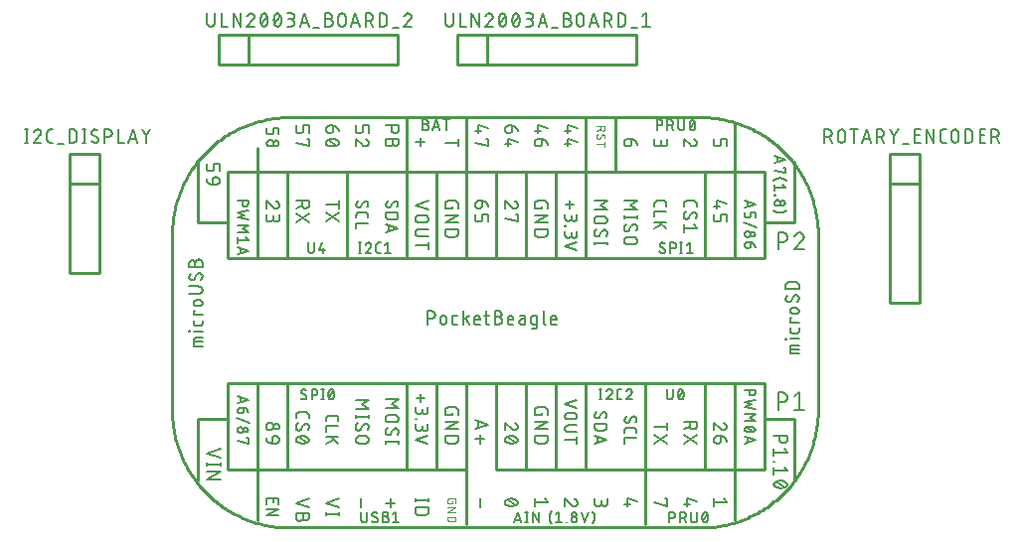
<source format=gbr>
G04 EAGLE Gerber RS-274X export*
G75*
%MOMM*%
%FSLAX34Y34*%
%LPD*%
%INSilkscreen Top*%
%IPPOS*%
%AMOC8*
5,1,8,0,0,1.08239X$1,22.5*%
G01*
%ADD10C,0.254000*%
%ADD11C,0.152400*%
%ADD12C,0.127000*%
%ADD13C,0.101600*%
%ADD14C,0.203200*%


D10*
X626530Y422390D02*
X276530Y422390D01*
X274114Y422361D01*
X271699Y422273D01*
X269287Y422127D01*
X266879Y421923D01*
X264476Y421661D01*
X262081Y421341D01*
X259694Y420963D01*
X257317Y420527D01*
X254952Y420034D01*
X252598Y419484D01*
X250259Y418878D01*
X247935Y418215D01*
X245628Y417496D01*
X243339Y416721D01*
X241070Y415892D01*
X238821Y415007D01*
X236594Y414069D01*
X234390Y413077D01*
X232211Y412033D01*
X230058Y410936D01*
X227932Y409787D01*
X225834Y408587D01*
X223766Y407337D01*
X221729Y406037D01*
X219724Y404688D01*
X217751Y403292D01*
X215814Y401848D01*
X213911Y400357D01*
X212046Y398822D01*
X210218Y397241D01*
X208428Y395617D01*
X206679Y393950D01*
X204970Y392241D01*
X203303Y390492D01*
X201679Y388702D01*
X200098Y386874D01*
X198563Y385009D01*
X197072Y383106D01*
X195628Y381169D01*
X194232Y379196D01*
X192883Y377191D01*
X191583Y375154D01*
X190333Y373086D01*
X189133Y370988D01*
X187984Y368862D01*
X186887Y366709D01*
X185843Y364530D01*
X184851Y362326D01*
X183913Y360099D01*
X183028Y357850D01*
X182199Y355581D01*
X181424Y353292D01*
X180705Y350985D01*
X180042Y348661D01*
X179436Y346322D01*
X178886Y343968D01*
X178393Y341603D01*
X177957Y339226D01*
X177579Y336839D01*
X177259Y334444D01*
X176997Y332041D01*
X176793Y329633D01*
X176647Y327221D01*
X176559Y324806D01*
X176530Y322390D01*
X176530Y172390D01*
X176559Y169974D01*
X176647Y167559D01*
X176793Y165147D01*
X176997Y162739D01*
X177259Y160336D01*
X177579Y157941D01*
X177957Y155554D01*
X178393Y153177D01*
X178886Y150812D01*
X179436Y148458D01*
X180042Y146119D01*
X180705Y143795D01*
X181424Y141488D01*
X182199Y139199D01*
X183028Y136930D01*
X183913Y134681D01*
X184851Y132454D01*
X185843Y130250D01*
X186887Y128071D01*
X187984Y125918D01*
X189133Y123792D01*
X190333Y121694D01*
X191583Y119626D01*
X192883Y117589D01*
X194232Y115584D01*
X195628Y113611D01*
X197072Y111674D01*
X198563Y109771D01*
X200098Y107906D01*
X201679Y106078D01*
X203303Y104288D01*
X204970Y102539D01*
X206679Y100830D01*
X208428Y99163D01*
X210218Y97539D01*
X212046Y95958D01*
X213911Y94423D01*
X215814Y92932D01*
X217751Y91488D01*
X219724Y90092D01*
X221729Y88743D01*
X223766Y87443D01*
X225834Y86193D01*
X227932Y84993D01*
X230058Y83844D01*
X232211Y82747D01*
X234390Y81703D01*
X236594Y80711D01*
X238821Y79773D01*
X241070Y78888D01*
X243339Y78059D01*
X245628Y77284D01*
X247935Y76565D01*
X250259Y75902D01*
X252598Y75296D01*
X254952Y74746D01*
X257317Y74253D01*
X259694Y73817D01*
X262081Y73439D01*
X264476Y73119D01*
X266879Y72857D01*
X269287Y72653D01*
X271699Y72507D01*
X274114Y72419D01*
X276530Y72390D01*
X626530Y72390D01*
X628946Y72419D01*
X631361Y72507D01*
X633773Y72653D01*
X636181Y72857D01*
X638584Y73119D01*
X640979Y73439D01*
X643366Y73817D01*
X645743Y74253D01*
X648108Y74746D01*
X650462Y75296D01*
X652801Y75902D01*
X655125Y76565D01*
X657432Y77284D01*
X659721Y78059D01*
X661990Y78888D01*
X664239Y79773D01*
X666466Y80711D01*
X668670Y81703D01*
X670849Y82747D01*
X673002Y83844D01*
X675128Y84993D01*
X677226Y86193D01*
X679294Y87443D01*
X681331Y88743D01*
X683336Y90092D01*
X685309Y91488D01*
X687246Y92932D01*
X689149Y94423D01*
X691014Y95958D01*
X692842Y97539D01*
X694632Y99163D01*
X696381Y100830D01*
X698090Y102539D01*
X699757Y104288D01*
X701381Y106078D01*
X702962Y107906D01*
X704497Y109771D01*
X705988Y111674D01*
X707432Y113611D01*
X708828Y115584D01*
X710177Y117589D01*
X711477Y119626D01*
X712727Y121694D01*
X713927Y123792D01*
X715076Y125918D01*
X716173Y128071D01*
X717217Y130250D01*
X718209Y132454D01*
X719147Y134681D01*
X720032Y136930D01*
X720861Y139199D01*
X721636Y141488D01*
X722355Y143795D01*
X723018Y146119D01*
X723624Y148458D01*
X724174Y150812D01*
X724667Y153177D01*
X725103Y155554D01*
X725481Y157941D01*
X725801Y160336D01*
X726063Y162739D01*
X726267Y165147D01*
X726413Y167559D01*
X726501Y169974D01*
X726530Y172390D01*
X726530Y322390D01*
X726501Y324806D01*
X726413Y327221D01*
X726267Y329633D01*
X726063Y332041D01*
X725801Y334444D01*
X725481Y336839D01*
X725103Y339226D01*
X724667Y341603D01*
X724174Y343968D01*
X723624Y346322D01*
X723018Y348661D01*
X722355Y350985D01*
X721636Y353292D01*
X720861Y355581D01*
X720032Y357850D01*
X719147Y360099D01*
X718209Y362326D01*
X717217Y364530D01*
X716173Y366709D01*
X715076Y368862D01*
X713927Y370988D01*
X712727Y373086D01*
X711477Y375154D01*
X710177Y377191D01*
X708828Y379196D01*
X707432Y381169D01*
X705988Y383106D01*
X704497Y385009D01*
X702962Y386874D01*
X701381Y388702D01*
X699757Y390492D01*
X698090Y392241D01*
X696381Y393950D01*
X694632Y395617D01*
X692842Y397241D01*
X691014Y398822D01*
X689149Y400357D01*
X687246Y401848D01*
X685309Y403292D01*
X683336Y404688D01*
X681331Y406037D01*
X679294Y407337D01*
X677226Y408587D01*
X675128Y409787D01*
X673002Y410936D01*
X670849Y412033D01*
X668670Y413077D01*
X666466Y414069D01*
X664239Y415007D01*
X661990Y415892D01*
X659721Y416721D01*
X657432Y417496D01*
X655125Y418215D01*
X652801Y418878D01*
X650462Y419484D01*
X648108Y420034D01*
X645743Y420527D01*
X643366Y420963D01*
X640979Y421341D01*
X638584Y421661D01*
X636181Y421923D01*
X633773Y422127D01*
X631361Y422273D01*
X628946Y422361D01*
X626530Y422390D01*
D11*
X394462Y257048D02*
X394462Y245872D01*
X394462Y257048D02*
X397566Y257048D01*
X397677Y257046D01*
X397787Y257040D01*
X397898Y257030D01*
X398008Y257016D01*
X398117Y256999D01*
X398226Y256977D01*
X398334Y256952D01*
X398440Y256922D01*
X398546Y256889D01*
X398651Y256852D01*
X398754Y256812D01*
X398855Y256767D01*
X398955Y256720D01*
X399054Y256668D01*
X399150Y256613D01*
X399244Y256555D01*
X399336Y256494D01*
X399426Y256429D01*
X399514Y256361D01*
X399599Y256290D01*
X399681Y256216D01*
X399761Y256139D01*
X399838Y256059D01*
X399912Y255977D01*
X399983Y255892D01*
X400051Y255804D01*
X400116Y255714D01*
X400177Y255622D01*
X400235Y255528D01*
X400290Y255432D01*
X400342Y255333D01*
X400389Y255233D01*
X400434Y255132D01*
X400474Y255029D01*
X400511Y254924D01*
X400544Y254818D01*
X400574Y254712D01*
X400599Y254604D01*
X400621Y254495D01*
X400638Y254386D01*
X400652Y254276D01*
X400662Y254165D01*
X400668Y254055D01*
X400670Y253944D01*
X400668Y253833D01*
X400662Y253723D01*
X400652Y253612D01*
X400638Y253502D01*
X400621Y253393D01*
X400599Y253284D01*
X400574Y253176D01*
X400544Y253070D01*
X400511Y252964D01*
X400474Y252859D01*
X400434Y252756D01*
X400389Y252655D01*
X400342Y252555D01*
X400290Y252456D01*
X400235Y252360D01*
X400177Y252266D01*
X400116Y252174D01*
X400051Y252084D01*
X399983Y251996D01*
X399912Y251911D01*
X399838Y251829D01*
X399761Y251749D01*
X399681Y251672D01*
X399599Y251598D01*
X399514Y251527D01*
X399426Y251459D01*
X399336Y251394D01*
X399244Y251333D01*
X399150Y251275D01*
X399054Y251220D01*
X398955Y251168D01*
X398855Y251121D01*
X398754Y251076D01*
X398651Y251036D01*
X398546Y250999D01*
X398440Y250966D01*
X398334Y250936D01*
X398226Y250911D01*
X398117Y250889D01*
X398008Y250872D01*
X397898Y250858D01*
X397787Y250848D01*
X397677Y250842D01*
X397566Y250840D01*
X397566Y250839D02*
X394462Y250839D01*
X405158Y250839D02*
X405158Y248356D01*
X405158Y250839D02*
X405160Y250938D01*
X405166Y251036D01*
X405176Y251135D01*
X405189Y251232D01*
X405207Y251330D01*
X405228Y251426D01*
X405254Y251522D01*
X405283Y251616D01*
X405315Y251709D01*
X405352Y251801D01*
X405392Y251891D01*
X405436Y251980D01*
X405483Y252067D01*
X405533Y252152D01*
X405587Y252234D01*
X405644Y252315D01*
X405704Y252393D01*
X405768Y252469D01*
X405834Y252542D01*
X405903Y252613D01*
X405975Y252681D01*
X406050Y252745D01*
X406127Y252807D01*
X406206Y252866D01*
X406288Y252921D01*
X406372Y252974D01*
X406457Y253022D01*
X406545Y253068D01*
X406635Y253110D01*
X406726Y253148D01*
X406818Y253182D01*
X406912Y253213D01*
X407007Y253240D01*
X407103Y253264D01*
X407200Y253283D01*
X407297Y253299D01*
X407395Y253311D01*
X407494Y253319D01*
X407593Y253323D01*
X407691Y253323D01*
X407790Y253319D01*
X407889Y253311D01*
X407987Y253299D01*
X408084Y253283D01*
X408181Y253264D01*
X408277Y253240D01*
X408372Y253213D01*
X408466Y253182D01*
X408558Y253148D01*
X408649Y253110D01*
X408739Y253068D01*
X408827Y253022D01*
X408912Y252974D01*
X408996Y252921D01*
X409078Y252866D01*
X409157Y252807D01*
X409234Y252745D01*
X409309Y252681D01*
X409381Y252613D01*
X409450Y252542D01*
X409516Y252469D01*
X409580Y252393D01*
X409640Y252315D01*
X409697Y252234D01*
X409751Y252152D01*
X409801Y252067D01*
X409848Y251980D01*
X409892Y251891D01*
X409932Y251801D01*
X409969Y251709D01*
X410001Y251616D01*
X410030Y251522D01*
X410056Y251426D01*
X410077Y251330D01*
X410095Y251232D01*
X410108Y251135D01*
X410118Y251036D01*
X410124Y250938D01*
X410126Y250839D01*
X410125Y250839D02*
X410125Y248356D01*
X410126Y248356D02*
X410124Y248257D01*
X410118Y248159D01*
X410108Y248060D01*
X410095Y247963D01*
X410077Y247865D01*
X410056Y247769D01*
X410030Y247673D01*
X410001Y247579D01*
X409969Y247486D01*
X409932Y247394D01*
X409892Y247304D01*
X409848Y247215D01*
X409801Y247128D01*
X409751Y247043D01*
X409697Y246961D01*
X409640Y246880D01*
X409580Y246802D01*
X409516Y246726D01*
X409450Y246653D01*
X409381Y246582D01*
X409309Y246514D01*
X409234Y246450D01*
X409157Y246388D01*
X409078Y246329D01*
X408996Y246274D01*
X408912Y246221D01*
X408827Y246173D01*
X408739Y246127D01*
X408649Y246085D01*
X408558Y246047D01*
X408466Y246013D01*
X408372Y245982D01*
X408277Y245955D01*
X408181Y245931D01*
X408084Y245912D01*
X407987Y245896D01*
X407889Y245884D01*
X407790Y245876D01*
X407691Y245872D01*
X407593Y245872D01*
X407494Y245876D01*
X407395Y245884D01*
X407297Y245896D01*
X407200Y245912D01*
X407103Y245931D01*
X407007Y245955D01*
X406912Y245982D01*
X406818Y246013D01*
X406726Y246047D01*
X406635Y246085D01*
X406545Y246127D01*
X406457Y246173D01*
X406372Y246221D01*
X406288Y246274D01*
X406206Y246329D01*
X406127Y246388D01*
X406050Y246450D01*
X405975Y246514D01*
X405903Y246582D01*
X405834Y246653D01*
X405768Y246726D01*
X405704Y246802D01*
X405644Y246880D01*
X405587Y246961D01*
X405533Y247043D01*
X405483Y247128D01*
X405436Y247215D01*
X405392Y247304D01*
X405352Y247394D01*
X405315Y247486D01*
X405283Y247579D01*
X405254Y247673D01*
X405228Y247769D01*
X405207Y247865D01*
X405189Y247963D01*
X405176Y248060D01*
X405166Y248159D01*
X405160Y248257D01*
X405158Y248356D01*
X416943Y245872D02*
X419427Y245872D01*
X416943Y245872D02*
X416859Y245874D01*
X416776Y245879D01*
X416693Y245889D01*
X416610Y245902D01*
X416528Y245919D01*
X416447Y245939D01*
X416367Y245963D01*
X416288Y245991D01*
X416211Y246022D01*
X416135Y246056D01*
X416060Y246094D01*
X415987Y246136D01*
X415917Y246180D01*
X415848Y246228D01*
X415781Y246278D01*
X415717Y246332D01*
X415656Y246388D01*
X415596Y246448D01*
X415540Y246509D01*
X415486Y246573D01*
X415436Y246640D01*
X415388Y246709D01*
X415344Y246779D01*
X415302Y246852D01*
X415264Y246927D01*
X415230Y247003D01*
X415199Y247080D01*
X415171Y247159D01*
X415147Y247239D01*
X415127Y247320D01*
X415110Y247402D01*
X415097Y247485D01*
X415087Y247568D01*
X415082Y247651D01*
X415080Y247735D01*
X415081Y247735D02*
X415081Y251460D01*
X415080Y251460D02*
X415082Y251544D01*
X415088Y251627D01*
X415097Y251710D01*
X415110Y251793D01*
X415127Y251875D01*
X415147Y251956D01*
X415171Y252036D01*
X415199Y252115D01*
X415230Y252192D01*
X415264Y252268D01*
X415302Y252343D01*
X415344Y252416D01*
X415388Y252486D01*
X415436Y252555D01*
X415486Y252622D01*
X415540Y252686D01*
X415596Y252747D01*
X415656Y252807D01*
X415717Y252863D01*
X415781Y252917D01*
X415848Y252967D01*
X415917Y253015D01*
X415987Y253059D01*
X416060Y253101D01*
X416135Y253139D01*
X416211Y253173D01*
X416288Y253204D01*
X416367Y253232D01*
X416447Y253256D01*
X416528Y253276D01*
X416610Y253293D01*
X416693Y253306D01*
X416776Y253316D01*
X416859Y253321D01*
X416943Y253323D01*
X419427Y253323D01*
X424377Y257048D02*
X424377Y245872D01*
X424377Y249597D02*
X429345Y253323D01*
X426551Y251150D02*
X429345Y245872D01*
X435596Y245872D02*
X438700Y245872D01*
X435596Y245872D02*
X435512Y245874D01*
X435429Y245879D01*
X435346Y245889D01*
X435263Y245902D01*
X435181Y245919D01*
X435100Y245939D01*
X435020Y245963D01*
X434941Y245991D01*
X434864Y246022D01*
X434788Y246056D01*
X434713Y246094D01*
X434640Y246136D01*
X434570Y246180D01*
X434501Y246228D01*
X434434Y246278D01*
X434370Y246332D01*
X434309Y246388D01*
X434249Y246448D01*
X434193Y246509D01*
X434139Y246573D01*
X434089Y246640D01*
X434041Y246709D01*
X433997Y246779D01*
X433955Y246852D01*
X433917Y246927D01*
X433883Y247003D01*
X433852Y247080D01*
X433824Y247159D01*
X433800Y247239D01*
X433780Y247320D01*
X433763Y247402D01*
X433750Y247485D01*
X433740Y247568D01*
X433735Y247651D01*
X433733Y247735D01*
X433733Y250839D01*
X433735Y250938D01*
X433741Y251036D01*
X433751Y251135D01*
X433764Y251232D01*
X433782Y251330D01*
X433803Y251426D01*
X433829Y251522D01*
X433858Y251616D01*
X433890Y251709D01*
X433927Y251801D01*
X433967Y251891D01*
X434011Y251980D01*
X434058Y252067D01*
X434108Y252152D01*
X434162Y252234D01*
X434219Y252315D01*
X434279Y252393D01*
X434343Y252469D01*
X434409Y252542D01*
X434478Y252613D01*
X434550Y252681D01*
X434625Y252745D01*
X434702Y252807D01*
X434781Y252866D01*
X434863Y252921D01*
X434947Y252974D01*
X435032Y253022D01*
X435120Y253068D01*
X435210Y253110D01*
X435301Y253148D01*
X435393Y253182D01*
X435487Y253213D01*
X435582Y253240D01*
X435678Y253264D01*
X435775Y253283D01*
X435872Y253299D01*
X435970Y253311D01*
X436069Y253319D01*
X436168Y253323D01*
X436266Y253323D01*
X436365Y253319D01*
X436464Y253311D01*
X436562Y253299D01*
X436659Y253283D01*
X436756Y253264D01*
X436852Y253240D01*
X436947Y253213D01*
X437041Y253182D01*
X437133Y253148D01*
X437224Y253110D01*
X437314Y253068D01*
X437402Y253022D01*
X437487Y252974D01*
X437571Y252921D01*
X437653Y252866D01*
X437732Y252807D01*
X437809Y252745D01*
X437884Y252681D01*
X437956Y252613D01*
X438025Y252542D01*
X438091Y252469D01*
X438155Y252393D01*
X438215Y252315D01*
X438272Y252234D01*
X438326Y252152D01*
X438376Y252067D01*
X438423Y251980D01*
X438467Y251891D01*
X438507Y251801D01*
X438544Y251709D01*
X438576Y251616D01*
X438605Y251522D01*
X438631Y251426D01*
X438652Y251330D01*
X438670Y251232D01*
X438683Y251135D01*
X438693Y251036D01*
X438699Y250938D01*
X438701Y250839D01*
X438700Y250839D02*
X438700Y249597D01*
X433733Y249597D01*
X442621Y253323D02*
X446346Y253323D01*
X443862Y257048D02*
X443862Y247735D01*
X443864Y247651D01*
X443869Y247568D01*
X443879Y247485D01*
X443892Y247402D01*
X443909Y247320D01*
X443929Y247239D01*
X443953Y247159D01*
X443981Y247080D01*
X444012Y247003D01*
X444046Y246927D01*
X444084Y246852D01*
X444126Y246779D01*
X444170Y246709D01*
X444218Y246640D01*
X444268Y246573D01*
X444322Y246509D01*
X444378Y246448D01*
X444438Y246388D01*
X444499Y246332D01*
X444563Y246278D01*
X444630Y246228D01*
X444699Y246180D01*
X444769Y246136D01*
X444842Y246094D01*
X444917Y246056D01*
X444993Y246022D01*
X445070Y245991D01*
X445149Y245963D01*
X445229Y245939D01*
X445310Y245919D01*
X445392Y245902D01*
X445475Y245889D01*
X445558Y245879D01*
X445641Y245874D01*
X445725Y245872D01*
X446346Y245872D01*
X451612Y252081D02*
X454716Y252081D01*
X454716Y252080D02*
X454827Y252078D01*
X454937Y252072D01*
X455048Y252062D01*
X455158Y252048D01*
X455267Y252031D01*
X455376Y252009D01*
X455484Y251984D01*
X455590Y251954D01*
X455696Y251921D01*
X455801Y251884D01*
X455904Y251844D01*
X456005Y251799D01*
X456105Y251752D01*
X456204Y251700D01*
X456300Y251645D01*
X456394Y251587D01*
X456486Y251526D01*
X456576Y251461D01*
X456664Y251393D01*
X456749Y251322D01*
X456831Y251248D01*
X456911Y251171D01*
X456988Y251091D01*
X457062Y251009D01*
X457133Y250924D01*
X457201Y250836D01*
X457266Y250746D01*
X457327Y250654D01*
X457385Y250560D01*
X457440Y250464D01*
X457492Y250365D01*
X457539Y250265D01*
X457584Y250164D01*
X457624Y250061D01*
X457661Y249956D01*
X457694Y249850D01*
X457724Y249744D01*
X457749Y249636D01*
X457771Y249527D01*
X457788Y249418D01*
X457802Y249308D01*
X457812Y249197D01*
X457818Y249087D01*
X457820Y248976D01*
X457818Y248865D01*
X457812Y248755D01*
X457802Y248644D01*
X457788Y248534D01*
X457771Y248425D01*
X457749Y248316D01*
X457724Y248208D01*
X457694Y248102D01*
X457661Y247996D01*
X457624Y247891D01*
X457584Y247788D01*
X457539Y247687D01*
X457492Y247587D01*
X457440Y247488D01*
X457385Y247392D01*
X457327Y247298D01*
X457266Y247206D01*
X457201Y247116D01*
X457133Y247028D01*
X457062Y246943D01*
X456988Y246861D01*
X456911Y246781D01*
X456831Y246704D01*
X456749Y246630D01*
X456664Y246559D01*
X456576Y246491D01*
X456486Y246426D01*
X456394Y246365D01*
X456300Y246307D01*
X456204Y246252D01*
X456105Y246200D01*
X456005Y246153D01*
X455904Y246108D01*
X455801Y246068D01*
X455696Y246031D01*
X455590Y245998D01*
X455484Y245968D01*
X455376Y245943D01*
X455267Y245921D01*
X455158Y245904D01*
X455048Y245890D01*
X454937Y245880D01*
X454827Y245874D01*
X454716Y245872D01*
X451612Y245872D01*
X451612Y257048D01*
X454716Y257048D01*
X454815Y257046D01*
X454913Y257040D01*
X455012Y257030D01*
X455109Y257017D01*
X455207Y256999D01*
X455303Y256978D01*
X455399Y256952D01*
X455493Y256923D01*
X455586Y256891D01*
X455678Y256854D01*
X455768Y256814D01*
X455857Y256770D01*
X455944Y256723D01*
X456029Y256673D01*
X456111Y256619D01*
X456192Y256562D01*
X456270Y256502D01*
X456346Y256438D01*
X456419Y256372D01*
X456490Y256303D01*
X456558Y256231D01*
X456622Y256156D01*
X456684Y256079D01*
X456743Y256000D01*
X456798Y255918D01*
X456851Y255834D01*
X456899Y255749D01*
X456945Y255661D01*
X456987Y255571D01*
X457025Y255480D01*
X457059Y255388D01*
X457090Y255294D01*
X457117Y255199D01*
X457141Y255103D01*
X457160Y255006D01*
X457176Y254909D01*
X457188Y254811D01*
X457196Y254712D01*
X457200Y254613D01*
X457200Y254515D01*
X457196Y254416D01*
X457188Y254317D01*
X457176Y254219D01*
X457160Y254122D01*
X457141Y254025D01*
X457117Y253929D01*
X457090Y253834D01*
X457059Y253740D01*
X457025Y253648D01*
X456987Y253557D01*
X456945Y253467D01*
X456899Y253379D01*
X456851Y253294D01*
X456798Y253210D01*
X456743Y253128D01*
X456684Y253049D01*
X456622Y252972D01*
X456558Y252897D01*
X456490Y252825D01*
X456419Y252756D01*
X456346Y252690D01*
X456270Y252626D01*
X456192Y252566D01*
X456111Y252509D01*
X456029Y252455D01*
X455944Y252405D01*
X455857Y252358D01*
X455768Y252314D01*
X455678Y252274D01*
X455586Y252237D01*
X455493Y252205D01*
X455399Y252176D01*
X455303Y252150D01*
X455207Y252129D01*
X455109Y252111D01*
X455012Y252098D01*
X454913Y252088D01*
X454815Y252082D01*
X454716Y252080D01*
X464171Y245872D02*
X467275Y245872D01*
X464171Y245872D02*
X464087Y245874D01*
X464004Y245879D01*
X463921Y245889D01*
X463838Y245902D01*
X463756Y245919D01*
X463675Y245939D01*
X463595Y245963D01*
X463516Y245991D01*
X463439Y246022D01*
X463363Y246056D01*
X463288Y246094D01*
X463215Y246136D01*
X463145Y246180D01*
X463076Y246228D01*
X463009Y246278D01*
X462945Y246332D01*
X462884Y246388D01*
X462824Y246448D01*
X462768Y246509D01*
X462714Y246573D01*
X462664Y246640D01*
X462616Y246709D01*
X462572Y246779D01*
X462530Y246852D01*
X462492Y246927D01*
X462458Y247003D01*
X462427Y247080D01*
X462399Y247159D01*
X462375Y247239D01*
X462355Y247320D01*
X462338Y247402D01*
X462325Y247485D01*
X462315Y247568D01*
X462310Y247651D01*
X462308Y247735D01*
X462308Y250839D01*
X462310Y250938D01*
X462316Y251036D01*
X462326Y251135D01*
X462339Y251232D01*
X462357Y251330D01*
X462378Y251426D01*
X462404Y251522D01*
X462433Y251616D01*
X462465Y251709D01*
X462502Y251801D01*
X462542Y251891D01*
X462586Y251980D01*
X462633Y252067D01*
X462683Y252152D01*
X462737Y252234D01*
X462794Y252315D01*
X462854Y252393D01*
X462918Y252469D01*
X462984Y252542D01*
X463053Y252613D01*
X463125Y252681D01*
X463200Y252745D01*
X463277Y252807D01*
X463356Y252866D01*
X463438Y252921D01*
X463522Y252974D01*
X463607Y253022D01*
X463695Y253068D01*
X463785Y253110D01*
X463876Y253148D01*
X463968Y253182D01*
X464062Y253213D01*
X464157Y253240D01*
X464253Y253264D01*
X464350Y253283D01*
X464447Y253299D01*
X464545Y253311D01*
X464644Y253319D01*
X464743Y253323D01*
X464841Y253323D01*
X464940Y253319D01*
X465039Y253311D01*
X465137Y253299D01*
X465234Y253283D01*
X465331Y253264D01*
X465427Y253240D01*
X465522Y253213D01*
X465616Y253182D01*
X465708Y253148D01*
X465799Y253110D01*
X465889Y253068D01*
X465977Y253022D01*
X466062Y252974D01*
X466146Y252921D01*
X466228Y252866D01*
X466307Y252807D01*
X466384Y252745D01*
X466459Y252681D01*
X466531Y252613D01*
X466600Y252542D01*
X466666Y252469D01*
X466730Y252393D01*
X466790Y252315D01*
X466847Y252234D01*
X466901Y252152D01*
X466951Y252067D01*
X466998Y251980D01*
X467042Y251891D01*
X467082Y251801D01*
X467119Y251709D01*
X467151Y251616D01*
X467180Y251522D01*
X467206Y251426D01*
X467227Y251330D01*
X467245Y251232D01*
X467258Y251135D01*
X467268Y251036D01*
X467274Y250938D01*
X467276Y250839D01*
X467275Y250839D02*
X467275Y249597D01*
X462308Y249597D01*
X474313Y250218D02*
X477107Y250218D01*
X474313Y250218D02*
X474221Y250216D01*
X474129Y250210D01*
X474037Y250200D01*
X473946Y250187D01*
X473855Y250169D01*
X473765Y250148D01*
X473677Y250123D01*
X473589Y250094D01*
X473503Y250061D01*
X473418Y250025D01*
X473335Y249985D01*
X473253Y249942D01*
X473174Y249895D01*
X473096Y249845D01*
X473021Y249792D01*
X472948Y249736D01*
X472877Y249676D01*
X472809Y249614D01*
X472744Y249549D01*
X472682Y249481D01*
X472622Y249410D01*
X472566Y249337D01*
X472513Y249262D01*
X472463Y249184D01*
X472416Y249105D01*
X472373Y249023D01*
X472333Y248940D01*
X472297Y248855D01*
X472264Y248769D01*
X472235Y248681D01*
X472210Y248593D01*
X472189Y248503D01*
X472171Y248412D01*
X472158Y248321D01*
X472148Y248229D01*
X472142Y248137D01*
X472140Y248045D01*
X472142Y247953D01*
X472148Y247861D01*
X472158Y247769D01*
X472171Y247678D01*
X472189Y247587D01*
X472210Y247497D01*
X472235Y247409D01*
X472264Y247321D01*
X472297Y247235D01*
X472333Y247150D01*
X472373Y247067D01*
X472416Y246985D01*
X472463Y246906D01*
X472513Y246828D01*
X472566Y246753D01*
X472622Y246680D01*
X472682Y246609D01*
X472744Y246541D01*
X472809Y246476D01*
X472877Y246414D01*
X472948Y246354D01*
X473021Y246298D01*
X473096Y246245D01*
X473174Y246195D01*
X473253Y246148D01*
X473335Y246105D01*
X473418Y246065D01*
X473503Y246029D01*
X473589Y245996D01*
X473677Y245967D01*
X473765Y245942D01*
X473855Y245921D01*
X473946Y245903D01*
X474037Y245890D01*
X474129Y245880D01*
X474221Y245874D01*
X474313Y245872D01*
X477107Y245872D01*
X477107Y251460D01*
X477108Y251460D02*
X477106Y251544D01*
X477101Y251627D01*
X477091Y251710D01*
X477078Y251793D01*
X477061Y251875D01*
X477041Y251956D01*
X477017Y252036D01*
X476989Y252115D01*
X476958Y252192D01*
X476924Y252268D01*
X476886Y252343D01*
X476844Y252416D01*
X476800Y252486D01*
X476752Y252555D01*
X476702Y252622D01*
X476648Y252686D01*
X476592Y252747D01*
X476532Y252807D01*
X476471Y252863D01*
X476407Y252917D01*
X476340Y252967D01*
X476271Y253015D01*
X476201Y253059D01*
X476128Y253101D01*
X476053Y253139D01*
X475977Y253173D01*
X475900Y253204D01*
X475821Y253232D01*
X475741Y253256D01*
X475660Y253276D01*
X475578Y253293D01*
X475495Y253306D01*
X475412Y253316D01*
X475329Y253321D01*
X475245Y253323D01*
X472761Y253323D01*
X484290Y245872D02*
X487394Y245872D01*
X484290Y245872D02*
X484206Y245874D01*
X484123Y245879D01*
X484040Y245889D01*
X483957Y245902D01*
X483875Y245919D01*
X483794Y245939D01*
X483714Y245963D01*
X483635Y245991D01*
X483558Y246022D01*
X483482Y246056D01*
X483407Y246094D01*
X483334Y246136D01*
X483264Y246180D01*
X483195Y246228D01*
X483128Y246278D01*
X483064Y246332D01*
X483003Y246388D01*
X482943Y246448D01*
X482887Y246509D01*
X482833Y246573D01*
X482783Y246640D01*
X482735Y246709D01*
X482691Y246779D01*
X482649Y246852D01*
X482611Y246927D01*
X482577Y247003D01*
X482546Y247080D01*
X482518Y247159D01*
X482494Y247239D01*
X482474Y247320D01*
X482457Y247402D01*
X482444Y247485D01*
X482434Y247568D01*
X482429Y247651D01*
X482427Y247735D01*
X482427Y251460D01*
X482429Y251544D01*
X482435Y251627D01*
X482444Y251710D01*
X482457Y251793D01*
X482474Y251875D01*
X482494Y251956D01*
X482518Y252036D01*
X482546Y252115D01*
X482577Y252192D01*
X482611Y252268D01*
X482649Y252343D01*
X482691Y252416D01*
X482735Y252486D01*
X482783Y252555D01*
X482833Y252622D01*
X482887Y252686D01*
X482943Y252747D01*
X483003Y252807D01*
X483064Y252863D01*
X483128Y252917D01*
X483195Y252967D01*
X483264Y253015D01*
X483334Y253059D01*
X483407Y253101D01*
X483482Y253139D01*
X483558Y253173D01*
X483635Y253204D01*
X483714Y253232D01*
X483794Y253256D01*
X483875Y253276D01*
X483957Y253293D01*
X484040Y253306D01*
X484123Y253316D01*
X484206Y253321D01*
X484290Y253323D01*
X487394Y253323D01*
X487394Y244009D01*
X487395Y244009D02*
X487393Y243923D01*
X487387Y243837D01*
X487377Y243752D01*
X487363Y243667D01*
X487346Y243582D01*
X487324Y243499D01*
X487298Y243417D01*
X487269Y243336D01*
X487236Y243257D01*
X487200Y243179D01*
X487160Y243102D01*
X487116Y243028D01*
X487069Y242956D01*
X487019Y242886D01*
X486965Y242819D01*
X486909Y242754D01*
X486849Y242692D01*
X486787Y242632D01*
X486722Y242576D01*
X486655Y242522D01*
X486585Y242472D01*
X486513Y242425D01*
X486439Y242381D01*
X486362Y242341D01*
X486285Y242305D01*
X486205Y242272D01*
X486124Y242243D01*
X486042Y242217D01*
X485959Y242195D01*
X485874Y242178D01*
X485789Y242164D01*
X485704Y242154D01*
X485618Y242148D01*
X485532Y242146D01*
X485532Y242147D02*
X483048Y242147D01*
X492880Y247735D02*
X492880Y257048D01*
X492879Y247735D02*
X492881Y247651D01*
X492886Y247568D01*
X492896Y247485D01*
X492909Y247402D01*
X492926Y247320D01*
X492946Y247239D01*
X492970Y247159D01*
X492998Y247080D01*
X493029Y247003D01*
X493063Y246927D01*
X493101Y246852D01*
X493143Y246779D01*
X493187Y246709D01*
X493235Y246640D01*
X493285Y246573D01*
X493339Y246509D01*
X493395Y246448D01*
X493455Y246388D01*
X493516Y246332D01*
X493580Y246278D01*
X493647Y246228D01*
X493716Y246180D01*
X493786Y246136D01*
X493859Y246094D01*
X493934Y246056D01*
X494010Y246022D01*
X494087Y245991D01*
X494166Y245963D01*
X494246Y245939D01*
X494327Y245919D01*
X494409Y245902D01*
X494492Y245889D01*
X494575Y245879D01*
X494658Y245874D01*
X494742Y245872D01*
X500747Y245872D02*
X503851Y245872D01*
X500747Y245872D02*
X500663Y245874D01*
X500580Y245879D01*
X500497Y245889D01*
X500414Y245902D01*
X500332Y245919D01*
X500251Y245939D01*
X500171Y245963D01*
X500092Y245991D01*
X500015Y246022D01*
X499939Y246056D01*
X499864Y246094D01*
X499791Y246136D01*
X499721Y246180D01*
X499652Y246228D01*
X499585Y246278D01*
X499521Y246332D01*
X499460Y246388D01*
X499400Y246448D01*
X499344Y246509D01*
X499290Y246573D01*
X499240Y246640D01*
X499192Y246709D01*
X499148Y246779D01*
X499106Y246852D01*
X499068Y246927D01*
X499034Y247003D01*
X499003Y247080D01*
X498975Y247159D01*
X498951Y247239D01*
X498931Y247320D01*
X498914Y247402D01*
X498901Y247485D01*
X498891Y247568D01*
X498886Y247651D01*
X498884Y247735D01*
X498884Y250839D01*
X498883Y250839D02*
X498885Y250938D01*
X498891Y251036D01*
X498901Y251135D01*
X498914Y251232D01*
X498932Y251330D01*
X498953Y251426D01*
X498979Y251522D01*
X499008Y251616D01*
X499040Y251709D01*
X499077Y251801D01*
X499117Y251891D01*
X499161Y251980D01*
X499208Y252067D01*
X499258Y252152D01*
X499312Y252234D01*
X499369Y252315D01*
X499429Y252393D01*
X499493Y252469D01*
X499559Y252542D01*
X499628Y252613D01*
X499700Y252681D01*
X499775Y252745D01*
X499852Y252807D01*
X499931Y252866D01*
X500013Y252921D01*
X500097Y252974D01*
X500182Y253022D01*
X500270Y253068D01*
X500360Y253110D01*
X500451Y253148D01*
X500543Y253182D01*
X500637Y253213D01*
X500732Y253240D01*
X500828Y253264D01*
X500925Y253283D01*
X501022Y253299D01*
X501120Y253311D01*
X501219Y253319D01*
X501318Y253323D01*
X501416Y253323D01*
X501515Y253319D01*
X501614Y253311D01*
X501712Y253299D01*
X501809Y253283D01*
X501906Y253264D01*
X502002Y253240D01*
X502097Y253213D01*
X502191Y253182D01*
X502283Y253148D01*
X502374Y253110D01*
X502464Y253068D01*
X502552Y253022D01*
X502637Y252974D01*
X502721Y252921D01*
X502803Y252866D01*
X502882Y252807D01*
X502959Y252745D01*
X503034Y252681D01*
X503106Y252613D01*
X503175Y252542D01*
X503241Y252469D01*
X503305Y252393D01*
X503365Y252315D01*
X503422Y252234D01*
X503476Y252152D01*
X503526Y252067D01*
X503573Y251980D01*
X503617Y251891D01*
X503657Y251801D01*
X503694Y251709D01*
X503726Y251616D01*
X503755Y251522D01*
X503781Y251426D01*
X503802Y251330D01*
X503820Y251232D01*
X503833Y251135D01*
X503843Y251036D01*
X503849Y250938D01*
X503851Y250839D01*
X503851Y249597D01*
X498884Y249597D01*
X202438Y227111D02*
X194987Y227111D01*
X194987Y232699D01*
X194989Y232783D01*
X194995Y232866D01*
X195004Y232949D01*
X195017Y233032D01*
X195034Y233114D01*
X195054Y233195D01*
X195078Y233275D01*
X195106Y233354D01*
X195137Y233431D01*
X195171Y233507D01*
X195209Y233582D01*
X195251Y233655D01*
X195295Y233725D01*
X195343Y233794D01*
X195393Y233861D01*
X195447Y233925D01*
X195503Y233986D01*
X195563Y234046D01*
X195624Y234102D01*
X195688Y234156D01*
X195755Y234206D01*
X195824Y234254D01*
X195894Y234298D01*
X195967Y234340D01*
X196042Y234378D01*
X196118Y234412D01*
X196195Y234443D01*
X196274Y234471D01*
X196354Y234495D01*
X196435Y234515D01*
X196517Y234532D01*
X196600Y234545D01*
X196683Y234555D01*
X196766Y234560D01*
X196850Y234562D01*
X202438Y234562D01*
X202438Y230837D02*
X194987Y230837D01*
X194987Y239981D02*
X202438Y239981D01*
X191883Y239670D02*
X191262Y239670D01*
X191262Y240291D01*
X191883Y240291D01*
X191883Y239670D01*
X202438Y246615D02*
X202438Y249099D01*
X202438Y246615D02*
X202436Y246529D01*
X202430Y246443D01*
X202420Y246358D01*
X202406Y246273D01*
X202389Y246188D01*
X202367Y246105D01*
X202341Y246023D01*
X202312Y245942D01*
X202279Y245863D01*
X202243Y245785D01*
X202203Y245708D01*
X202159Y245634D01*
X202112Y245562D01*
X202062Y245492D01*
X202008Y245425D01*
X201952Y245360D01*
X201892Y245298D01*
X201830Y245238D01*
X201765Y245182D01*
X201698Y245128D01*
X201628Y245078D01*
X201556Y245031D01*
X201482Y244987D01*
X201405Y244947D01*
X201328Y244911D01*
X201248Y244878D01*
X201167Y244849D01*
X201085Y244823D01*
X201002Y244801D01*
X200917Y244784D01*
X200832Y244770D01*
X200747Y244760D01*
X200661Y244754D01*
X200575Y244752D01*
X200575Y244753D02*
X196850Y244753D01*
X196850Y244752D02*
X196766Y244754D01*
X196683Y244759D01*
X196600Y244769D01*
X196517Y244782D01*
X196435Y244799D01*
X196354Y244819D01*
X196274Y244843D01*
X196195Y244871D01*
X196118Y244902D01*
X196042Y244936D01*
X195967Y244974D01*
X195894Y245016D01*
X195824Y245060D01*
X195755Y245108D01*
X195688Y245158D01*
X195624Y245212D01*
X195563Y245268D01*
X195503Y245328D01*
X195447Y245389D01*
X195393Y245453D01*
X195343Y245520D01*
X195295Y245589D01*
X195251Y245659D01*
X195209Y245732D01*
X195171Y245807D01*
X195137Y245883D01*
X195106Y245960D01*
X195078Y246039D01*
X195054Y246119D01*
X195034Y246200D01*
X195017Y246282D01*
X195004Y246365D01*
X194994Y246448D01*
X194989Y246531D01*
X194987Y246615D01*
X194987Y249099D01*
X194987Y253963D02*
X202438Y253963D01*
X194987Y253963D02*
X194987Y257688D01*
X196229Y257688D01*
X197471Y261500D02*
X199954Y261500D01*
X197471Y261500D02*
X197372Y261502D01*
X197274Y261508D01*
X197175Y261518D01*
X197078Y261531D01*
X196980Y261549D01*
X196884Y261570D01*
X196788Y261596D01*
X196694Y261625D01*
X196601Y261657D01*
X196509Y261694D01*
X196419Y261734D01*
X196330Y261778D01*
X196243Y261825D01*
X196158Y261875D01*
X196076Y261929D01*
X195995Y261986D01*
X195917Y262046D01*
X195841Y262110D01*
X195768Y262176D01*
X195697Y262245D01*
X195629Y262317D01*
X195565Y262392D01*
X195503Y262469D01*
X195444Y262548D01*
X195389Y262630D01*
X195336Y262714D01*
X195288Y262799D01*
X195242Y262887D01*
X195200Y262977D01*
X195162Y263068D01*
X195128Y263160D01*
X195097Y263254D01*
X195070Y263349D01*
X195046Y263445D01*
X195027Y263542D01*
X195011Y263639D01*
X194999Y263737D01*
X194991Y263836D01*
X194987Y263935D01*
X194987Y264033D01*
X194991Y264132D01*
X194999Y264231D01*
X195011Y264329D01*
X195027Y264426D01*
X195046Y264523D01*
X195070Y264619D01*
X195097Y264714D01*
X195128Y264808D01*
X195162Y264900D01*
X195200Y264991D01*
X195242Y265081D01*
X195288Y265169D01*
X195336Y265254D01*
X195389Y265338D01*
X195444Y265420D01*
X195503Y265499D01*
X195565Y265576D01*
X195629Y265651D01*
X195697Y265723D01*
X195768Y265792D01*
X195841Y265858D01*
X195917Y265922D01*
X195995Y265982D01*
X196076Y266039D01*
X196158Y266093D01*
X196243Y266143D01*
X196330Y266190D01*
X196419Y266234D01*
X196509Y266274D01*
X196601Y266311D01*
X196694Y266343D01*
X196788Y266372D01*
X196884Y266398D01*
X196980Y266419D01*
X197078Y266437D01*
X197175Y266450D01*
X197274Y266460D01*
X197372Y266466D01*
X197471Y266468D01*
X197471Y266467D02*
X199954Y266467D01*
X199954Y266468D02*
X200053Y266466D01*
X200151Y266460D01*
X200250Y266450D01*
X200347Y266437D01*
X200445Y266419D01*
X200541Y266398D01*
X200637Y266372D01*
X200731Y266343D01*
X200824Y266311D01*
X200916Y266274D01*
X201006Y266234D01*
X201095Y266190D01*
X201182Y266143D01*
X201267Y266093D01*
X201349Y266039D01*
X201430Y265982D01*
X201508Y265922D01*
X201584Y265858D01*
X201657Y265792D01*
X201728Y265723D01*
X201796Y265651D01*
X201860Y265576D01*
X201922Y265499D01*
X201981Y265420D01*
X202036Y265338D01*
X202089Y265254D01*
X202137Y265169D01*
X202183Y265081D01*
X202225Y264991D01*
X202263Y264900D01*
X202297Y264808D01*
X202328Y264714D01*
X202355Y264619D01*
X202379Y264523D01*
X202398Y264426D01*
X202414Y264329D01*
X202426Y264231D01*
X202434Y264132D01*
X202438Y264033D01*
X202438Y263935D01*
X202434Y263836D01*
X202426Y263737D01*
X202414Y263639D01*
X202398Y263542D01*
X202379Y263445D01*
X202355Y263349D01*
X202328Y263254D01*
X202297Y263160D01*
X202263Y263068D01*
X202225Y262977D01*
X202183Y262887D01*
X202137Y262799D01*
X202089Y262714D01*
X202036Y262630D01*
X201981Y262548D01*
X201922Y262469D01*
X201860Y262392D01*
X201796Y262317D01*
X201728Y262245D01*
X201657Y262176D01*
X201584Y262110D01*
X201508Y262046D01*
X201430Y261986D01*
X201349Y261929D01*
X201267Y261875D01*
X201182Y261825D01*
X201095Y261778D01*
X201006Y261734D01*
X200916Y261694D01*
X200824Y261657D01*
X200731Y261625D01*
X200637Y261596D01*
X200541Y261570D01*
X200445Y261549D01*
X200347Y261531D01*
X200250Y261518D01*
X200151Y261508D01*
X200053Y261502D01*
X199954Y261500D01*
X199334Y271928D02*
X191262Y271928D01*
X199334Y271929D02*
X199445Y271931D01*
X199555Y271937D01*
X199666Y271947D01*
X199776Y271961D01*
X199885Y271978D01*
X199994Y272000D01*
X200102Y272025D01*
X200208Y272055D01*
X200314Y272088D01*
X200419Y272125D01*
X200522Y272165D01*
X200623Y272210D01*
X200723Y272257D01*
X200822Y272309D01*
X200918Y272364D01*
X201012Y272422D01*
X201104Y272483D01*
X201194Y272548D01*
X201282Y272616D01*
X201367Y272687D01*
X201449Y272761D01*
X201529Y272838D01*
X201606Y272918D01*
X201680Y273000D01*
X201751Y273085D01*
X201819Y273173D01*
X201884Y273263D01*
X201945Y273355D01*
X202003Y273449D01*
X202058Y273545D01*
X202110Y273644D01*
X202157Y273744D01*
X202202Y273845D01*
X202242Y273948D01*
X202279Y274053D01*
X202312Y274159D01*
X202342Y274265D01*
X202367Y274373D01*
X202389Y274482D01*
X202406Y274591D01*
X202420Y274701D01*
X202430Y274812D01*
X202436Y274922D01*
X202438Y275033D01*
X202436Y275144D01*
X202430Y275254D01*
X202420Y275365D01*
X202406Y275475D01*
X202389Y275584D01*
X202367Y275693D01*
X202342Y275801D01*
X202312Y275907D01*
X202279Y276013D01*
X202242Y276118D01*
X202202Y276221D01*
X202157Y276322D01*
X202110Y276422D01*
X202058Y276521D01*
X202003Y276617D01*
X201945Y276711D01*
X201884Y276803D01*
X201819Y276893D01*
X201751Y276981D01*
X201680Y277066D01*
X201606Y277148D01*
X201529Y277228D01*
X201449Y277305D01*
X201367Y277379D01*
X201282Y277450D01*
X201194Y277518D01*
X201104Y277583D01*
X201012Y277644D01*
X200918Y277702D01*
X200822Y277757D01*
X200723Y277809D01*
X200623Y277856D01*
X200522Y277901D01*
X200419Y277941D01*
X200314Y277978D01*
X200208Y278011D01*
X200102Y278041D01*
X199994Y278066D01*
X199885Y278088D01*
X199776Y278105D01*
X199666Y278119D01*
X199555Y278129D01*
X199445Y278135D01*
X199334Y278137D01*
X191262Y278137D01*
X202438Y287083D02*
X202436Y287180D01*
X202430Y287278D01*
X202421Y287375D01*
X202407Y287472D01*
X202390Y287568D01*
X202369Y287663D01*
X202345Y287757D01*
X202316Y287851D01*
X202284Y287943D01*
X202249Y288034D01*
X202210Y288123D01*
X202167Y288211D01*
X202121Y288297D01*
X202072Y288381D01*
X202019Y288463D01*
X201964Y288543D01*
X201905Y288621D01*
X201843Y288696D01*
X201778Y288769D01*
X201710Y288839D01*
X201640Y288907D01*
X201567Y288972D01*
X201492Y289034D01*
X201414Y289093D01*
X201334Y289148D01*
X201252Y289201D01*
X201168Y289250D01*
X201082Y289296D01*
X200994Y289339D01*
X200905Y289378D01*
X200814Y289413D01*
X200722Y289445D01*
X200628Y289474D01*
X200534Y289498D01*
X200439Y289519D01*
X200343Y289536D01*
X200246Y289550D01*
X200149Y289559D01*
X200052Y289565D01*
X199954Y289567D01*
X202438Y287084D02*
X202436Y286941D01*
X202430Y286798D01*
X202421Y286656D01*
X202407Y286514D01*
X202389Y286372D01*
X202368Y286231D01*
X202343Y286090D01*
X202314Y285950D01*
X202281Y285811D01*
X202245Y285673D01*
X202204Y285536D01*
X202160Y285400D01*
X202113Y285265D01*
X202061Y285132D01*
X202006Y285000D01*
X201948Y284870D01*
X201886Y284741D01*
X201820Y284614D01*
X201751Y284489D01*
X201679Y284366D01*
X201603Y284245D01*
X201525Y284126D01*
X201442Y284009D01*
X201357Y283894D01*
X201269Y283782D01*
X201177Y283672D01*
X201083Y283565D01*
X200986Y283460D01*
X200886Y283358D01*
X193746Y283668D02*
X193648Y283670D01*
X193551Y283676D01*
X193454Y283685D01*
X193357Y283699D01*
X193261Y283716D01*
X193166Y283737D01*
X193072Y283761D01*
X192978Y283790D01*
X192886Y283822D01*
X192795Y283857D01*
X192706Y283896D01*
X192618Y283939D01*
X192532Y283985D01*
X192448Y284034D01*
X192366Y284087D01*
X192286Y284142D01*
X192208Y284201D01*
X192133Y284263D01*
X192060Y284328D01*
X191990Y284396D01*
X191922Y284466D01*
X191857Y284539D01*
X191795Y284614D01*
X191736Y284692D01*
X191681Y284772D01*
X191628Y284854D01*
X191579Y284938D01*
X191533Y285024D01*
X191490Y285112D01*
X191451Y285201D01*
X191416Y285292D01*
X191384Y285384D01*
X191355Y285478D01*
X191331Y285572D01*
X191310Y285667D01*
X191293Y285763D01*
X191279Y285860D01*
X191270Y285957D01*
X191264Y286054D01*
X191262Y286152D01*
X191264Y286282D01*
X191269Y286412D01*
X191278Y286542D01*
X191291Y286672D01*
X191307Y286801D01*
X191327Y286930D01*
X191351Y287058D01*
X191378Y287186D01*
X191409Y287312D01*
X191443Y287438D01*
X191481Y287563D01*
X191522Y287686D01*
X191567Y287809D01*
X191615Y287930D01*
X191666Y288050D01*
X191721Y288168D01*
X191779Y288284D01*
X191840Y288399D01*
X191905Y288513D01*
X191972Y288624D01*
X192043Y288733D01*
X192117Y288841D01*
X192193Y288946D01*
X195919Y284911D02*
X195868Y284828D01*
X195814Y284747D01*
X195757Y284669D01*
X195697Y284593D01*
X195634Y284519D01*
X195568Y284448D01*
X195500Y284379D01*
X195429Y284313D01*
X195356Y284249D01*
X195280Y284189D01*
X195202Y284132D01*
X195121Y284077D01*
X195039Y284026D01*
X194955Y283978D01*
X194869Y283933D01*
X194781Y283891D01*
X194692Y283853D01*
X194602Y283819D01*
X194510Y283787D01*
X194417Y283760D01*
X194323Y283736D01*
X194228Y283715D01*
X194132Y283699D01*
X194036Y283686D01*
X193940Y283676D01*
X193843Y283671D01*
X193746Y283669D01*
X197781Y288325D02*
X197832Y288408D01*
X197886Y288489D01*
X197943Y288567D01*
X198003Y288643D01*
X198066Y288717D01*
X198132Y288788D01*
X198200Y288857D01*
X198271Y288923D01*
X198344Y288987D01*
X198420Y289047D01*
X198498Y289104D01*
X198579Y289159D01*
X198661Y289210D01*
X198745Y289258D01*
X198831Y289303D01*
X198919Y289345D01*
X199008Y289383D01*
X199098Y289417D01*
X199190Y289449D01*
X199283Y289476D01*
X199377Y289500D01*
X199472Y289521D01*
X199568Y289537D01*
X199664Y289550D01*
X199760Y289560D01*
X199857Y289565D01*
X199954Y289567D01*
X197781Y288325D02*
X195919Y284910D01*
X196229Y295000D02*
X196229Y298104D01*
X196230Y298104D02*
X196232Y298215D01*
X196238Y298325D01*
X196248Y298436D01*
X196262Y298546D01*
X196279Y298655D01*
X196301Y298764D01*
X196326Y298872D01*
X196356Y298978D01*
X196389Y299084D01*
X196426Y299189D01*
X196466Y299292D01*
X196511Y299393D01*
X196558Y299493D01*
X196610Y299592D01*
X196665Y299688D01*
X196723Y299782D01*
X196784Y299874D01*
X196849Y299964D01*
X196917Y300052D01*
X196988Y300137D01*
X197062Y300219D01*
X197139Y300299D01*
X197219Y300376D01*
X197301Y300450D01*
X197386Y300521D01*
X197474Y300589D01*
X197564Y300654D01*
X197656Y300715D01*
X197750Y300773D01*
X197846Y300828D01*
X197945Y300880D01*
X198045Y300927D01*
X198146Y300972D01*
X198249Y301012D01*
X198354Y301049D01*
X198460Y301082D01*
X198566Y301112D01*
X198674Y301137D01*
X198783Y301159D01*
X198892Y301176D01*
X199002Y301190D01*
X199113Y301200D01*
X199223Y301206D01*
X199334Y301208D01*
X199445Y301206D01*
X199555Y301200D01*
X199666Y301190D01*
X199776Y301176D01*
X199885Y301159D01*
X199994Y301137D01*
X200102Y301112D01*
X200208Y301082D01*
X200314Y301049D01*
X200419Y301012D01*
X200522Y300972D01*
X200623Y300927D01*
X200723Y300880D01*
X200822Y300828D01*
X200918Y300773D01*
X201012Y300715D01*
X201104Y300654D01*
X201194Y300589D01*
X201282Y300521D01*
X201367Y300450D01*
X201449Y300376D01*
X201529Y300299D01*
X201606Y300219D01*
X201680Y300137D01*
X201751Y300052D01*
X201819Y299964D01*
X201884Y299874D01*
X201945Y299782D01*
X202003Y299688D01*
X202058Y299592D01*
X202110Y299493D01*
X202157Y299393D01*
X202202Y299292D01*
X202242Y299189D01*
X202279Y299084D01*
X202312Y298978D01*
X202342Y298872D01*
X202367Y298764D01*
X202389Y298655D01*
X202406Y298546D01*
X202420Y298436D01*
X202430Y298325D01*
X202436Y298215D01*
X202438Y298104D01*
X202438Y295000D01*
X191262Y295000D01*
X191262Y298104D01*
X191264Y298203D01*
X191270Y298301D01*
X191280Y298400D01*
X191293Y298497D01*
X191311Y298595D01*
X191332Y298691D01*
X191358Y298787D01*
X191387Y298881D01*
X191419Y298974D01*
X191456Y299066D01*
X191496Y299156D01*
X191540Y299245D01*
X191587Y299332D01*
X191637Y299417D01*
X191691Y299499D01*
X191748Y299580D01*
X191808Y299658D01*
X191872Y299734D01*
X191938Y299807D01*
X192007Y299878D01*
X192079Y299946D01*
X192154Y300010D01*
X192231Y300072D01*
X192310Y300131D01*
X192392Y300186D01*
X192476Y300239D01*
X192561Y300287D01*
X192649Y300333D01*
X192739Y300375D01*
X192830Y300413D01*
X192922Y300447D01*
X193016Y300478D01*
X193111Y300505D01*
X193207Y300529D01*
X193304Y300548D01*
X193401Y300564D01*
X193499Y300576D01*
X193598Y300584D01*
X193697Y300588D01*
X193795Y300588D01*
X193894Y300584D01*
X193993Y300576D01*
X194091Y300564D01*
X194188Y300548D01*
X194285Y300529D01*
X194381Y300505D01*
X194476Y300478D01*
X194570Y300447D01*
X194662Y300413D01*
X194753Y300375D01*
X194843Y300333D01*
X194931Y300287D01*
X195016Y300239D01*
X195100Y300186D01*
X195182Y300131D01*
X195261Y300072D01*
X195338Y300010D01*
X195413Y299946D01*
X195485Y299878D01*
X195554Y299807D01*
X195620Y299734D01*
X195684Y299658D01*
X195744Y299580D01*
X195801Y299499D01*
X195855Y299417D01*
X195905Y299332D01*
X195952Y299245D01*
X195996Y299156D01*
X196036Y299066D01*
X196073Y298974D01*
X196105Y298881D01*
X196134Y298787D01*
X196160Y298691D01*
X196181Y298595D01*
X196199Y298497D01*
X196212Y298400D01*
X196222Y298301D01*
X196228Y298203D01*
X196230Y298104D01*
X702987Y220613D02*
X710438Y220613D01*
X702987Y220613D02*
X702987Y226201D01*
X702989Y226285D01*
X702995Y226368D01*
X703004Y226451D01*
X703017Y226534D01*
X703034Y226616D01*
X703054Y226697D01*
X703078Y226777D01*
X703106Y226856D01*
X703137Y226933D01*
X703171Y227009D01*
X703209Y227084D01*
X703251Y227157D01*
X703295Y227227D01*
X703343Y227296D01*
X703393Y227363D01*
X703447Y227427D01*
X703503Y227488D01*
X703563Y227548D01*
X703624Y227604D01*
X703688Y227658D01*
X703755Y227708D01*
X703824Y227756D01*
X703894Y227800D01*
X703967Y227842D01*
X704042Y227880D01*
X704118Y227914D01*
X704195Y227945D01*
X704274Y227973D01*
X704354Y227997D01*
X704435Y228017D01*
X704517Y228034D01*
X704600Y228047D01*
X704683Y228057D01*
X704766Y228062D01*
X704850Y228064D01*
X710438Y228064D01*
X710438Y224339D02*
X702987Y224339D01*
X702987Y233483D02*
X710438Y233483D01*
X699883Y233172D02*
X699262Y233172D01*
X699262Y233793D01*
X699883Y233793D01*
X699883Y233172D01*
X710438Y240117D02*
X710438Y242601D01*
X710438Y240117D02*
X710436Y240031D01*
X710430Y239945D01*
X710420Y239860D01*
X710406Y239775D01*
X710389Y239690D01*
X710367Y239607D01*
X710341Y239525D01*
X710312Y239444D01*
X710279Y239365D01*
X710243Y239287D01*
X710203Y239210D01*
X710159Y239136D01*
X710112Y239064D01*
X710062Y238994D01*
X710008Y238927D01*
X709952Y238862D01*
X709892Y238800D01*
X709830Y238740D01*
X709765Y238684D01*
X709698Y238630D01*
X709628Y238580D01*
X709556Y238533D01*
X709482Y238489D01*
X709405Y238449D01*
X709328Y238413D01*
X709248Y238380D01*
X709167Y238351D01*
X709085Y238325D01*
X709002Y238303D01*
X708917Y238286D01*
X708832Y238272D01*
X708747Y238262D01*
X708661Y238256D01*
X708575Y238254D01*
X708575Y238255D02*
X704850Y238255D01*
X704850Y238254D02*
X704766Y238256D01*
X704683Y238261D01*
X704600Y238271D01*
X704517Y238284D01*
X704435Y238301D01*
X704354Y238321D01*
X704274Y238345D01*
X704195Y238373D01*
X704118Y238404D01*
X704042Y238438D01*
X703967Y238476D01*
X703894Y238518D01*
X703824Y238562D01*
X703755Y238610D01*
X703688Y238660D01*
X703624Y238714D01*
X703563Y238770D01*
X703503Y238830D01*
X703447Y238891D01*
X703393Y238955D01*
X703343Y239022D01*
X703295Y239091D01*
X703251Y239161D01*
X703209Y239234D01*
X703171Y239309D01*
X703137Y239385D01*
X703106Y239462D01*
X703078Y239541D01*
X703054Y239621D01*
X703034Y239702D01*
X703017Y239784D01*
X703004Y239867D01*
X702994Y239950D01*
X702989Y240033D01*
X702987Y240117D01*
X702987Y242601D01*
X702987Y247465D02*
X710438Y247465D01*
X702987Y247465D02*
X702987Y251190D01*
X704229Y251190D01*
X705471Y255002D02*
X707954Y255002D01*
X705471Y255001D02*
X705372Y255003D01*
X705274Y255009D01*
X705175Y255019D01*
X705078Y255032D01*
X704980Y255050D01*
X704884Y255071D01*
X704788Y255097D01*
X704694Y255126D01*
X704601Y255158D01*
X704509Y255195D01*
X704419Y255235D01*
X704330Y255279D01*
X704243Y255326D01*
X704158Y255376D01*
X704076Y255430D01*
X703995Y255487D01*
X703917Y255547D01*
X703841Y255611D01*
X703768Y255677D01*
X703697Y255746D01*
X703629Y255818D01*
X703565Y255893D01*
X703503Y255970D01*
X703444Y256049D01*
X703389Y256131D01*
X703336Y256215D01*
X703288Y256300D01*
X703242Y256388D01*
X703200Y256478D01*
X703162Y256569D01*
X703128Y256661D01*
X703097Y256755D01*
X703070Y256850D01*
X703046Y256946D01*
X703027Y257043D01*
X703011Y257140D01*
X702999Y257238D01*
X702991Y257337D01*
X702987Y257436D01*
X702987Y257534D01*
X702991Y257633D01*
X702999Y257732D01*
X703011Y257830D01*
X703027Y257927D01*
X703046Y258024D01*
X703070Y258120D01*
X703097Y258215D01*
X703128Y258309D01*
X703162Y258401D01*
X703200Y258492D01*
X703242Y258582D01*
X703288Y258670D01*
X703336Y258755D01*
X703389Y258839D01*
X703444Y258921D01*
X703503Y259000D01*
X703565Y259077D01*
X703629Y259152D01*
X703697Y259224D01*
X703768Y259293D01*
X703841Y259359D01*
X703917Y259423D01*
X703995Y259483D01*
X704076Y259540D01*
X704158Y259594D01*
X704243Y259644D01*
X704330Y259691D01*
X704419Y259735D01*
X704509Y259775D01*
X704601Y259812D01*
X704694Y259844D01*
X704788Y259873D01*
X704884Y259899D01*
X704980Y259920D01*
X705078Y259938D01*
X705175Y259951D01*
X705274Y259961D01*
X705372Y259967D01*
X705471Y259969D01*
X707954Y259969D01*
X708053Y259967D01*
X708151Y259961D01*
X708250Y259951D01*
X708347Y259938D01*
X708445Y259920D01*
X708541Y259899D01*
X708637Y259873D01*
X708731Y259844D01*
X708824Y259812D01*
X708916Y259775D01*
X709006Y259735D01*
X709095Y259691D01*
X709182Y259644D01*
X709267Y259594D01*
X709349Y259540D01*
X709430Y259483D01*
X709508Y259423D01*
X709584Y259359D01*
X709657Y259293D01*
X709728Y259224D01*
X709796Y259152D01*
X709860Y259077D01*
X709922Y259000D01*
X709981Y258921D01*
X710036Y258839D01*
X710089Y258755D01*
X710137Y258670D01*
X710183Y258582D01*
X710225Y258492D01*
X710263Y258401D01*
X710297Y258309D01*
X710328Y258215D01*
X710355Y258120D01*
X710379Y258024D01*
X710398Y257927D01*
X710414Y257830D01*
X710426Y257732D01*
X710434Y257633D01*
X710438Y257534D01*
X710438Y257436D01*
X710434Y257337D01*
X710426Y257238D01*
X710414Y257140D01*
X710398Y257043D01*
X710379Y256946D01*
X710355Y256850D01*
X710328Y256755D01*
X710297Y256661D01*
X710263Y256569D01*
X710225Y256478D01*
X710183Y256388D01*
X710137Y256300D01*
X710089Y256215D01*
X710036Y256131D01*
X709981Y256049D01*
X709922Y255970D01*
X709860Y255893D01*
X709796Y255818D01*
X709728Y255746D01*
X709657Y255677D01*
X709584Y255611D01*
X709508Y255547D01*
X709430Y255487D01*
X709349Y255430D01*
X709267Y255376D01*
X709182Y255326D01*
X709095Y255279D01*
X709006Y255235D01*
X708916Y255195D01*
X708824Y255158D01*
X708731Y255126D01*
X708637Y255097D01*
X708541Y255071D01*
X708445Y255050D01*
X708347Y255032D01*
X708250Y255019D01*
X708151Y255009D01*
X708053Y255003D01*
X707954Y255001D01*
X710438Y268393D02*
X710436Y268490D01*
X710430Y268588D01*
X710421Y268685D01*
X710407Y268782D01*
X710390Y268878D01*
X710369Y268973D01*
X710345Y269067D01*
X710316Y269161D01*
X710284Y269253D01*
X710249Y269344D01*
X710210Y269433D01*
X710167Y269521D01*
X710121Y269607D01*
X710072Y269691D01*
X710019Y269773D01*
X709964Y269853D01*
X709905Y269931D01*
X709843Y270006D01*
X709778Y270079D01*
X709710Y270149D01*
X709640Y270217D01*
X709567Y270282D01*
X709492Y270344D01*
X709414Y270403D01*
X709334Y270458D01*
X709252Y270511D01*
X709168Y270560D01*
X709082Y270606D01*
X708994Y270649D01*
X708905Y270688D01*
X708814Y270723D01*
X708722Y270755D01*
X708628Y270784D01*
X708534Y270808D01*
X708439Y270829D01*
X708343Y270846D01*
X708246Y270860D01*
X708149Y270869D01*
X708052Y270875D01*
X707954Y270877D01*
X710438Y268393D02*
X710436Y268250D01*
X710430Y268107D01*
X710421Y267965D01*
X710407Y267823D01*
X710389Y267681D01*
X710368Y267540D01*
X710343Y267399D01*
X710314Y267259D01*
X710281Y267120D01*
X710245Y266982D01*
X710204Y266845D01*
X710160Y266709D01*
X710113Y266574D01*
X710061Y266441D01*
X710006Y266309D01*
X709948Y266179D01*
X709886Y266050D01*
X709820Y265923D01*
X709751Y265798D01*
X709679Y265675D01*
X709603Y265554D01*
X709525Y265435D01*
X709442Y265318D01*
X709357Y265203D01*
X709269Y265091D01*
X709177Y264981D01*
X709083Y264874D01*
X708986Y264769D01*
X708886Y264667D01*
X701746Y264978D02*
X701648Y264980D01*
X701551Y264986D01*
X701454Y264995D01*
X701357Y265009D01*
X701261Y265026D01*
X701166Y265047D01*
X701072Y265071D01*
X700978Y265100D01*
X700886Y265132D01*
X700795Y265167D01*
X700706Y265206D01*
X700618Y265249D01*
X700532Y265295D01*
X700448Y265344D01*
X700366Y265397D01*
X700286Y265452D01*
X700208Y265511D01*
X700133Y265573D01*
X700060Y265638D01*
X699990Y265706D01*
X699922Y265776D01*
X699857Y265849D01*
X699795Y265924D01*
X699736Y266002D01*
X699681Y266082D01*
X699628Y266164D01*
X699579Y266248D01*
X699533Y266334D01*
X699490Y266422D01*
X699451Y266511D01*
X699416Y266602D01*
X699384Y266694D01*
X699355Y266788D01*
X699331Y266882D01*
X699310Y266977D01*
X699293Y267073D01*
X699279Y267170D01*
X699270Y267267D01*
X699264Y267364D01*
X699262Y267462D01*
X699264Y267592D01*
X699269Y267722D01*
X699278Y267852D01*
X699291Y267982D01*
X699307Y268111D01*
X699327Y268240D01*
X699351Y268368D01*
X699378Y268496D01*
X699409Y268622D01*
X699443Y268748D01*
X699481Y268873D01*
X699522Y268996D01*
X699567Y269119D01*
X699615Y269240D01*
X699666Y269360D01*
X699721Y269478D01*
X699779Y269594D01*
X699840Y269709D01*
X699905Y269823D01*
X699972Y269934D01*
X700043Y270043D01*
X700117Y270151D01*
X700193Y270256D01*
X703919Y266221D02*
X703868Y266138D01*
X703814Y266057D01*
X703757Y265979D01*
X703697Y265903D01*
X703634Y265829D01*
X703568Y265758D01*
X703500Y265689D01*
X703429Y265623D01*
X703356Y265559D01*
X703280Y265499D01*
X703202Y265442D01*
X703121Y265387D01*
X703039Y265336D01*
X702955Y265288D01*
X702869Y265243D01*
X702781Y265201D01*
X702692Y265163D01*
X702602Y265129D01*
X702510Y265097D01*
X702417Y265070D01*
X702323Y265046D01*
X702228Y265025D01*
X702132Y265009D01*
X702036Y264996D01*
X701940Y264986D01*
X701843Y264981D01*
X701746Y264979D01*
X705781Y269634D02*
X705832Y269717D01*
X705886Y269798D01*
X705943Y269876D01*
X706003Y269952D01*
X706066Y270026D01*
X706132Y270097D01*
X706200Y270166D01*
X706271Y270232D01*
X706344Y270296D01*
X706420Y270356D01*
X706498Y270413D01*
X706579Y270468D01*
X706661Y270519D01*
X706745Y270567D01*
X706831Y270612D01*
X706919Y270654D01*
X707008Y270692D01*
X707098Y270726D01*
X707190Y270758D01*
X707283Y270785D01*
X707377Y270809D01*
X707472Y270830D01*
X707568Y270846D01*
X707664Y270859D01*
X707760Y270869D01*
X707857Y270874D01*
X707954Y270876D01*
X705781Y269635D02*
X703919Y266220D01*
X699262Y276098D02*
X710438Y276098D01*
X699262Y276098D02*
X699262Y279202D01*
X699264Y279310D01*
X699270Y279419D01*
X699279Y279526D01*
X699292Y279634D01*
X699309Y279741D01*
X699330Y279847D01*
X699354Y279953D01*
X699382Y280058D01*
X699414Y280161D01*
X699449Y280264D01*
X699488Y280365D01*
X699530Y280465D01*
X699576Y280563D01*
X699625Y280659D01*
X699678Y280754D01*
X699734Y280847D01*
X699793Y280938D01*
X699855Y281026D01*
X699920Y281113D01*
X699988Y281197D01*
X700059Y281279D01*
X700133Y281358D01*
X700210Y281435D01*
X700289Y281509D01*
X700371Y281580D01*
X700455Y281648D01*
X700542Y281713D01*
X700630Y281775D01*
X700721Y281834D01*
X700814Y281890D01*
X700909Y281943D01*
X701005Y281992D01*
X701104Y282038D01*
X701203Y282080D01*
X701304Y282119D01*
X701407Y282154D01*
X701510Y282186D01*
X701615Y282214D01*
X701721Y282238D01*
X701827Y282259D01*
X701934Y282276D01*
X702042Y282289D01*
X702150Y282298D01*
X702258Y282304D01*
X702366Y282306D01*
X702366Y282307D02*
X707334Y282307D01*
X707334Y282306D02*
X707445Y282304D01*
X707555Y282298D01*
X707666Y282288D01*
X707776Y282274D01*
X707885Y282257D01*
X707994Y282235D01*
X708102Y282210D01*
X708208Y282180D01*
X708314Y282147D01*
X708419Y282110D01*
X708522Y282070D01*
X708623Y282025D01*
X708723Y281978D01*
X708822Y281926D01*
X708918Y281871D01*
X709012Y281813D01*
X709104Y281752D01*
X709194Y281687D01*
X709282Y281619D01*
X709367Y281548D01*
X709449Y281474D01*
X709529Y281397D01*
X709606Y281317D01*
X709680Y281235D01*
X709751Y281150D01*
X709819Y281062D01*
X709884Y280972D01*
X709945Y280880D01*
X710003Y280786D01*
X710058Y280690D01*
X710110Y280591D01*
X710157Y280491D01*
X710202Y280390D01*
X710242Y280287D01*
X710279Y280182D01*
X710312Y280076D01*
X710342Y279970D01*
X710367Y279862D01*
X710389Y279753D01*
X710406Y279644D01*
X710420Y279534D01*
X710430Y279423D01*
X710436Y279313D01*
X710438Y279202D01*
X710438Y276098D01*
D10*
X427482Y121666D02*
X402082Y121666D01*
X376682Y121666D01*
X275082Y121666D01*
X249682Y121666D01*
X452882Y121666D02*
X452882Y195326D01*
X452882Y121666D02*
X478282Y121666D01*
X503682Y121666D01*
X529082Y121666D01*
X579882Y121666D01*
X630682Y121666D01*
X656082Y121666D01*
X427482Y375666D02*
X402082Y375666D01*
X376682Y375666D01*
X325882Y375666D01*
X275082Y375666D01*
X427482Y375666D02*
X452882Y375666D01*
X478282Y375666D01*
X503682Y375666D01*
X529082Y375666D01*
X554482Y375666D01*
X630682Y375666D01*
X656082Y375666D01*
X249682Y121666D02*
X249682Y78740D01*
X427482Y74930D02*
X427482Y121666D01*
X579882Y121666D02*
X579882Y74930D01*
X656082Y78740D02*
X656082Y121666D01*
X630682Y121666D02*
X630682Y195326D01*
X579882Y195326D02*
X579882Y121666D01*
X529082Y121666D02*
X529082Y195326D01*
X427482Y195326D02*
X427482Y121666D01*
X275082Y121666D02*
X275082Y195326D01*
X275082Y302006D02*
X275082Y375666D01*
X325882Y375666D02*
X325882Y302006D01*
X376682Y302006D02*
X376682Y375666D01*
X427482Y375666D02*
X427482Y302006D01*
X376682Y375666D02*
X376682Y422656D01*
X427482Y422656D02*
X427482Y375666D01*
X656082Y375666D02*
X656082Y417576D01*
X554482Y422656D02*
X554482Y375666D01*
X529082Y375666D02*
X529082Y302006D01*
X630682Y302006D02*
X630682Y375666D01*
X478282Y195326D02*
X478282Y121666D01*
X478282Y302006D02*
X478282Y375666D01*
D12*
X471132Y85725D02*
X468168Y76835D01*
X474095Y76835D02*
X471132Y85725D01*
X473354Y79058D02*
X468909Y79058D01*
X478447Y76835D02*
X478447Y85725D01*
X477459Y76835D02*
X479435Y76835D01*
X479435Y85725D02*
X477459Y85725D01*
X483597Y85725D02*
X483597Y76835D01*
X488536Y76835D02*
X483597Y85725D01*
X488536Y85725D02*
X488536Y76835D01*
X497911Y81280D02*
X497913Y81483D01*
X497921Y81687D01*
X497933Y81890D01*
X497950Y82093D01*
X497972Y82295D01*
X497999Y82496D01*
X498031Y82697D01*
X498067Y82897D01*
X498108Y83097D01*
X498154Y83295D01*
X498205Y83492D01*
X498261Y83688D01*
X498321Y83882D01*
X498386Y84075D01*
X498456Y84266D01*
X498530Y84455D01*
X498608Y84643D01*
X498691Y84829D01*
X498779Y85012D01*
X498871Y85194D01*
X498967Y85373D01*
X499068Y85550D01*
X499173Y85724D01*
X499282Y85896D01*
X499395Y86065D01*
X499512Y86231D01*
X499633Y86395D01*
X499758Y86555D01*
X499887Y86713D01*
X497911Y81280D02*
X497913Y81077D01*
X497921Y80873D01*
X497933Y80670D01*
X497950Y80467D01*
X497972Y80265D01*
X497999Y80064D01*
X498031Y79863D01*
X498067Y79663D01*
X498108Y79463D01*
X498154Y79265D01*
X498205Y79068D01*
X498261Y78872D01*
X498321Y78678D01*
X498386Y78485D01*
X498456Y78294D01*
X498530Y78105D01*
X498608Y77917D01*
X498691Y77731D01*
X498779Y77548D01*
X498871Y77366D01*
X498967Y77187D01*
X499068Y77010D01*
X499173Y76836D01*
X499282Y76664D01*
X499395Y76495D01*
X499512Y76329D01*
X499633Y76165D01*
X499758Y76005D01*
X499887Y75847D01*
X503714Y83749D02*
X506183Y85725D01*
X506183Y76835D01*
X503714Y76835D02*
X508653Y76835D01*
X512337Y76835D02*
X512337Y77329D01*
X512831Y77329D01*
X512831Y76835D01*
X512337Y76835D01*
X516516Y79304D02*
X516518Y79402D01*
X516524Y79500D01*
X516534Y79598D01*
X516547Y79695D01*
X516565Y79792D01*
X516586Y79888D01*
X516611Y79982D01*
X516640Y80076D01*
X516672Y80169D01*
X516709Y80260D01*
X516748Y80350D01*
X516792Y80438D01*
X516839Y80524D01*
X516889Y80609D01*
X516942Y80691D01*
X516999Y80771D01*
X517059Y80849D01*
X517122Y80924D01*
X517188Y80997D01*
X517257Y81067D01*
X517328Y81134D01*
X517402Y81199D01*
X517479Y81260D01*
X517558Y81319D01*
X517639Y81374D01*
X517722Y81426D01*
X517808Y81474D01*
X517895Y81519D01*
X517984Y81561D01*
X518074Y81599D01*
X518166Y81633D01*
X518259Y81664D01*
X518354Y81691D01*
X518449Y81714D01*
X518546Y81734D01*
X518642Y81749D01*
X518740Y81761D01*
X518838Y81769D01*
X518936Y81773D01*
X519034Y81773D01*
X519132Y81769D01*
X519230Y81761D01*
X519328Y81749D01*
X519424Y81734D01*
X519521Y81714D01*
X519616Y81691D01*
X519711Y81664D01*
X519804Y81633D01*
X519896Y81599D01*
X519986Y81561D01*
X520075Y81519D01*
X520162Y81474D01*
X520248Y81426D01*
X520331Y81374D01*
X520412Y81319D01*
X520491Y81260D01*
X520568Y81199D01*
X520642Y81134D01*
X520713Y81067D01*
X520782Y80997D01*
X520848Y80924D01*
X520911Y80849D01*
X520971Y80771D01*
X521028Y80691D01*
X521081Y80609D01*
X521131Y80524D01*
X521178Y80438D01*
X521222Y80350D01*
X521261Y80260D01*
X521298Y80169D01*
X521330Y80076D01*
X521359Y79982D01*
X521384Y79888D01*
X521405Y79792D01*
X521423Y79695D01*
X521436Y79598D01*
X521446Y79500D01*
X521452Y79402D01*
X521454Y79304D01*
X521452Y79206D01*
X521446Y79108D01*
X521436Y79010D01*
X521423Y78913D01*
X521405Y78816D01*
X521384Y78720D01*
X521359Y78626D01*
X521330Y78532D01*
X521298Y78439D01*
X521261Y78348D01*
X521222Y78258D01*
X521178Y78170D01*
X521131Y78084D01*
X521081Y77999D01*
X521028Y77917D01*
X520971Y77837D01*
X520911Y77759D01*
X520848Y77684D01*
X520782Y77611D01*
X520713Y77541D01*
X520642Y77474D01*
X520568Y77409D01*
X520491Y77348D01*
X520412Y77289D01*
X520331Y77234D01*
X520248Y77182D01*
X520162Y77134D01*
X520075Y77089D01*
X519986Y77047D01*
X519896Y77009D01*
X519804Y76975D01*
X519711Y76944D01*
X519616Y76917D01*
X519521Y76894D01*
X519424Y76874D01*
X519328Y76859D01*
X519230Y76847D01*
X519132Y76839D01*
X519034Y76835D01*
X518936Y76835D01*
X518838Y76839D01*
X518740Y76847D01*
X518642Y76859D01*
X518546Y76874D01*
X518449Y76894D01*
X518354Y76917D01*
X518259Y76944D01*
X518166Y76975D01*
X518074Y77009D01*
X517984Y77047D01*
X517895Y77089D01*
X517808Y77134D01*
X517722Y77182D01*
X517639Y77234D01*
X517558Y77289D01*
X517479Y77348D01*
X517402Y77409D01*
X517328Y77474D01*
X517257Y77541D01*
X517188Y77611D01*
X517122Y77684D01*
X517059Y77759D01*
X516999Y77837D01*
X516942Y77917D01*
X516889Y77999D01*
X516839Y78084D01*
X516792Y78170D01*
X516748Y78258D01*
X516709Y78348D01*
X516672Y78439D01*
X516640Y78532D01*
X516611Y78626D01*
X516586Y78720D01*
X516565Y78816D01*
X516547Y78913D01*
X516534Y79010D01*
X516524Y79108D01*
X516518Y79206D01*
X516516Y79304D01*
X517009Y83749D02*
X517011Y83836D01*
X517017Y83924D01*
X517026Y84011D01*
X517040Y84097D01*
X517057Y84183D01*
X517078Y84267D01*
X517103Y84351D01*
X517132Y84434D01*
X517164Y84515D01*
X517199Y84595D01*
X517238Y84673D01*
X517281Y84750D01*
X517327Y84824D01*
X517376Y84896D01*
X517428Y84966D01*
X517484Y85034D01*
X517542Y85099D01*
X517603Y85162D01*
X517667Y85221D01*
X517734Y85278D01*
X517802Y85332D01*
X517874Y85383D01*
X517947Y85430D01*
X518022Y85475D01*
X518100Y85516D01*
X518179Y85553D01*
X518259Y85587D01*
X518341Y85617D01*
X518424Y85644D01*
X518509Y85667D01*
X518594Y85686D01*
X518680Y85701D01*
X518767Y85713D01*
X518854Y85721D01*
X518941Y85725D01*
X519029Y85725D01*
X519116Y85721D01*
X519203Y85713D01*
X519290Y85701D01*
X519376Y85686D01*
X519461Y85667D01*
X519546Y85644D01*
X519629Y85617D01*
X519711Y85587D01*
X519791Y85553D01*
X519870Y85516D01*
X519948Y85475D01*
X520023Y85430D01*
X520096Y85383D01*
X520168Y85332D01*
X520236Y85278D01*
X520303Y85221D01*
X520367Y85162D01*
X520428Y85099D01*
X520486Y85034D01*
X520542Y84966D01*
X520594Y84896D01*
X520643Y84824D01*
X520689Y84750D01*
X520732Y84673D01*
X520771Y84595D01*
X520806Y84515D01*
X520838Y84434D01*
X520867Y84351D01*
X520892Y84267D01*
X520913Y84183D01*
X520930Y84097D01*
X520944Y84011D01*
X520953Y83924D01*
X520959Y83836D01*
X520961Y83749D01*
X520959Y83662D01*
X520953Y83574D01*
X520944Y83487D01*
X520930Y83401D01*
X520913Y83315D01*
X520892Y83231D01*
X520867Y83147D01*
X520838Y83064D01*
X520806Y82983D01*
X520771Y82903D01*
X520732Y82825D01*
X520689Y82748D01*
X520643Y82674D01*
X520594Y82602D01*
X520542Y82532D01*
X520486Y82464D01*
X520428Y82399D01*
X520367Y82336D01*
X520303Y82277D01*
X520236Y82220D01*
X520168Y82166D01*
X520096Y82115D01*
X520023Y82068D01*
X519948Y82023D01*
X519870Y81982D01*
X519791Y81945D01*
X519711Y81911D01*
X519629Y81881D01*
X519546Y81854D01*
X519461Y81831D01*
X519376Y81812D01*
X519290Y81797D01*
X519203Y81785D01*
X519116Y81777D01*
X519029Y81773D01*
X518941Y81773D01*
X518854Y81777D01*
X518767Y81785D01*
X518680Y81797D01*
X518594Y81812D01*
X518509Y81831D01*
X518424Y81854D01*
X518341Y81881D01*
X518259Y81911D01*
X518179Y81945D01*
X518100Y81982D01*
X518022Y82023D01*
X517947Y82068D01*
X517874Y82115D01*
X517802Y82166D01*
X517734Y82220D01*
X517667Y82277D01*
X517603Y82336D01*
X517542Y82399D01*
X517484Y82464D01*
X517428Y82532D01*
X517376Y82602D01*
X517327Y82674D01*
X517281Y82748D01*
X517238Y82825D01*
X517199Y82903D01*
X517164Y82983D01*
X517132Y83064D01*
X517103Y83147D01*
X517078Y83231D01*
X517057Y83315D01*
X517040Y83401D01*
X517026Y83487D01*
X517017Y83574D01*
X517011Y83662D01*
X517009Y83749D01*
X525166Y85725D02*
X528129Y76835D01*
X531092Y85725D01*
X536402Y81280D02*
X536400Y81077D01*
X536392Y80873D01*
X536380Y80670D01*
X536363Y80467D01*
X536341Y80265D01*
X536314Y80064D01*
X536282Y79863D01*
X536246Y79663D01*
X536205Y79463D01*
X536159Y79265D01*
X536108Y79068D01*
X536052Y78872D01*
X535992Y78678D01*
X535927Y78485D01*
X535857Y78294D01*
X535783Y78105D01*
X535705Y77917D01*
X535622Y77731D01*
X535534Y77548D01*
X535442Y77366D01*
X535346Y77187D01*
X535245Y77010D01*
X535140Y76836D01*
X535031Y76664D01*
X534918Y76495D01*
X534801Y76329D01*
X534680Y76165D01*
X534555Y76005D01*
X534426Y75847D01*
X536402Y81280D02*
X536400Y81483D01*
X536392Y81687D01*
X536380Y81890D01*
X536363Y82093D01*
X536341Y82295D01*
X536314Y82496D01*
X536282Y82697D01*
X536246Y82897D01*
X536205Y83097D01*
X536159Y83295D01*
X536108Y83492D01*
X536052Y83688D01*
X535992Y83882D01*
X535927Y84075D01*
X535857Y84266D01*
X535783Y84455D01*
X535705Y84643D01*
X535622Y84829D01*
X535534Y85012D01*
X535442Y85194D01*
X535346Y85373D01*
X535245Y85550D01*
X535140Y85724D01*
X535031Y85896D01*
X534918Y86065D01*
X534801Y86231D01*
X534680Y86395D01*
X534555Y86555D01*
X534426Y86713D01*
D13*
X538099Y414929D02*
X545211Y414929D01*
X545211Y412953D01*
X545209Y412866D01*
X545203Y412778D01*
X545194Y412691D01*
X545180Y412605D01*
X545163Y412519D01*
X545142Y412435D01*
X545117Y412351D01*
X545088Y412268D01*
X545056Y412187D01*
X545021Y412107D01*
X544982Y412029D01*
X544939Y411952D01*
X544893Y411878D01*
X544844Y411806D01*
X544792Y411736D01*
X544736Y411668D01*
X544678Y411603D01*
X544617Y411540D01*
X544553Y411481D01*
X544486Y411424D01*
X544418Y411370D01*
X544346Y411319D01*
X544273Y411272D01*
X544198Y411227D01*
X544120Y411186D01*
X544041Y411149D01*
X543961Y411115D01*
X543879Y411085D01*
X543796Y411058D01*
X543711Y411035D01*
X543626Y411016D01*
X543540Y411001D01*
X543453Y410989D01*
X543366Y410981D01*
X543279Y410977D01*
X543191Y410977D01*
X543104Y410981D01*
X543017Y410989D01*
X542930Y411001D01*
X542844Y411016D01*
X542759Y411035D01*
X542674Y411058D01*
X542591Y411085D01*
X542509Y411115D01*
X542429Y411149D01*
X542350Y411186D01*
X542272Y411227D01*
X542197Y411272D01*
X542124Y411319D01*
X542052Y411370D01*
X541984Y411424D01*
X541917Y411481D01*
X541853Y411540D01*
X541792Y411603D01*
X541734Y411668D01*
X541678Y411736D01*
X541626Y411806D01*
X541577Y411878D01*
X541531Y411952D01*
X541488Y412029D01*
X541449Y412107D01*
X541414Y412187D01*
X541382Y412268D01*
X541353Y412351D01*
X541328Y412435D01*
X541307Y412519D01*
X541290Y412605D01*
X541276Y412691D01*
X541267Y412778D01*
X541261Y412866D01*
X541259Y412953D01*
X541260Y412953D02*
X541260Y414929D01*
X541260Y412558D02*
X538099Y410978D01*
X538099Y405547D02*
X538101Y405469D01*
X538107Y405392D01*
X538116Y405315D01*
X538129Y405239D01*
X538146Y405163D01*
X538167Y405088D01*
X538191Y405015D01*
X538219Y404942D01*
X538251Y404871D01*
X538286Y404802D01*
X538324Y404735D01*
X538365Y404669D01*
X538410Y404606D01*
X538458Y404545D01*
X538508Y404486D01*
X538562Y404430D01*
X538618Y404376D01*
X538677Y404326D01*
X538738Y404278D01*
X538801Y404233D01*
X538867Y404192D01*
X538934Y404154D01*
X539003Y404119D01*
X539074Y404087D01*
X539147Y404059D01*
X539220Y404035D01*
X539295Y404014D01*
X539371Y403997D01*
X539447Y403984D01*
X539524Y403975D01*
X539601Y403969D01*
X539679Y403967D01*
X538099Y405547D02*
X538101Y405662D01*
X538107Y405776D01*
X538117Y405890D01*
X538130Y406004D01*
X538148Y406117D01*
X538170Y406230D01*
X538195Y406342D01*
X538224Y406453D01*
X538257Y406562D01*
X538294Y406671D01*
X538334Y406778D01*
X538378Y406884D01*
X538426Y406988D01*
X538477Y407091D01*
X538532Y407191D01*
X538590Y407290D01*
X538652Y407387D01*
X538716Y407481D01*
X538784Y407574D01*
X538856Y407664D01*
X538930Y407751D01*
X539007Y407836D01*
X539087Y407918D01*
X543631Y407720D02*
X543709Y407718D01*
X543786Y407712D01*
X543863Y407703D01*
X543939Y407690D01*
X544015Y407673D01*
X544090Y407652D01*
X544163Y407628D01*
X544236Y407600D01*
X544307Y407568D01*
X544376Y407533D01*
X544443Y407495D01*
X544509Y407454D01*
X544572Y407409D01*
X544633Y407361D01*
X544692Y407311D01*
X544748Y407257D01*
X544802Y407201D01*
X544852Y407142D01*
X544900Y407081D01*
X544945Y407018D01*
X544986Y406952D01*
X545024Y406885D01*
X545059Y406816D01*
X545091Y406745D01*
X545119Y406672D01*
X545143Y406599D01*
X545164Y406524D01*
X545181Y406448D01*
X545194Y406372D01*
X545203Y406295D01*
X545209Y406218D01*
X545211Y406140D01*
X545209Y406034D01*
X545203Y405928D01*
X545194Y405823D01*
X545181Y405718D01*
X545164Y405613D01*
X545143Y405509D01*
X545119Y405406D01*
X545091Y405304D01*
X545059Y405203D01*
X545024Y405103D01*
X544985Y405005D01*
X544942Y404907D01*
X544897Y404812D01*
X544848Y404718D01*
X544795Y404626D01*
X544739Y404536D01*
X544680Y404448D01*
X544618Y404362D01*
X542248Y406930D02*
X542290Y406997D01*
X542335Y407062D01*
X542384Y407125D01*
X542435Y407186D01*
X542490Y407243D01*
X542547Y407298D01*
X542607Y407351D01*
X542669Y407400D01*
X542734Y407446D01*
X542800Y407488D01*
X542869Y407528D01*
X542940Y407564D01*
X543013Y407596D01*
X543087Y407625D01*
X543162Y407650D01*
X543238Y407671D01*
X543316Y407689D01*
X543394Y407702D01*
X543473Y407712D01*
X543552Y407718D01*
X543631Y407720D01*
X541062Y404757D02*
X541020Y404690D01*
X540975Y404625D01*
X540926Y404562D01*
X540875Y404501D01*
X540820Y404444D01*
X540763Y404389D01*
X540703Y404336D01*
X540641Y404287D01*
X540576Y404241D01*
X540510Y404199D01*
X540441Y404159D01*
X540370Y404123D01*
X540297Y404091D01*
X540223Y404062D01*
X540148Y404037D01*
X540072Y404016D01*
X539994Y403998D01*
X539916Y403985D01*
X539837Y403975D01*
X539758Y403969D01*
X539679Y403967D01*
X541062Y404757D02*
X542248Y406930D01*
X545211Y399359D02*
X538099Y399359D01*
X545211Y401334D02*
X545211Y397383D01*
D11*
X445643Y160189D02*
X434467Y163915D01*
X434467Y156464D02*
X445643Y160189D01*
X437261Y157395D02*
X437261Y162983D01*
X438813Y151723D02*
X438813Y144272D01*
X435088Y147997D02*
X442539Y147997D01*
X468249Y155702D02*
X468353Y155704D01*
X468458Y155710D01*
X468562Y155720D01*
X468665Y155733D01*
X468768Y155751D01*
X468871Y155772D01*
X468972Y155797D01*
X469073Y155826D01*
X469172Y155859D01*
X469270Y155895D01*
X469366Y155935D01*
X469461Y155979D01*
X469555Y156026D01*
X469646Y156076D01*
X469735Y156130D01*
X469823Y156187D01*
X469908Y156248D01*
X469991Y156312D01*
X470071Y156378D01*
X470149Y156448D01*
X470225Y156520D01*
X470297Y156596D01*
X470367Y156674D01*
X470433Y156754D01*
X470497Y156837D01*
X470558Y156922D01*
X470615Y157010D01*
X470669Y157099D01*
X470719Y157190D01*
X470766Y157284D01*
X470810Y157379D01*
X470850Y157475D01*
X470886Y157573D01*
X470919Y157672D01*
X470948Y157773D01*
X470973Y157874D01*
X470994Y157977D01*
X471012Y158080D01*
X471025Y158183D01*
X471035Y158287D01*
X471041Y158392D01*
X471043Y158496D01*
X471044Y158496D02*
X471042Y158615D01*
X471036Y158733D01*
X471026Y158852D01*
X471013Y158970D01*
X470995Y159087D01*
X470973Y159204D01*
X470948Y159320D01*
X470919Y159435D01*
X470886Y159550D01*
X470849Y159663D01*
X470809Y159774D01*
X470765Y159885D01*
X470717Y159993D01*
X470666Y160100D01*
X470611Y160206D01*
X470552Y160309D01*
X470491Y160411D01*
X470426Y160510D01*
X470357Y160608D01*
X470286Y160702D01*
X470211Y160795D01*
X470134Y160885D01*
X470053Y160972D01*
X469970Y161057D01*
X469884Y161139D01*
X469795Y161218D01*
X469704Y161294D01*
X469610Y161367D01*
X469514Y161436D01*
X469415Y161503D01*
X469315Y161566D01*
X469212Y161626D01*
X469108Y161683D01*
X469001Y161735D01*
X468893Y161785D01*
X468784Y161831D01*
X468672Y161873D01*
X468560Y161911D01*
X466076Y156633D02*
X466150Y156558D01*
X466227Y156486D01*
X466306Y156416D01*
X466388Y156349D01*
X466472Y156285D01*
X466558Y156224D01*
X466646Y156166D01*
X466737Y156111D01*
X466829Y156059D01*
X466923Y156011D01*
X467018Y155966D01*
X467116Y155924D01*
X467214Y155886D01*
X467314Y155851D01*
X467415Y155820D01*
X467517Y155793D01*
X467620Y155769D01*
X467723Y155748D01*
X467828Y155732D01*
X467933Y155719D01*
X468038Y155709D01*
X468143Y155704D01*
X468249Y155702D01*
X466076Y156633D02*
X459867Y161911D01*
X459867Y155702D01*
X465455Y150481D02*
X465675Y150478D01*
X465895Y150471D01*
X466114Y150457D01*
X466333Y150439D01*
X466552Y150415D01*
X466770Y150387D01*
X466987Y150353D01*
X467203Y150314D01*
X467419Y150269D01*
X467633Y150220D01*
X467846Y150165D01*
X468058Y150106D01*
X468268Y150041D01*
X468476Y149971D01*
X468683Y149897D01*
X468888Y149817D01*
X469091Y149733D01*
X469292Y149644D01*
X469491Y149550D01*
X469491Y149549D02*
X469580Y149516D01*
X469668Y149480D01*
X469754Y149440D01*
X469839Y149397D01*
X469921Y149350D01*
X470002Y149299D01*
X470080Y149246D01*
X470156Y149189D01*
X470230Y149129D01*
X470301Y149066D01*
X470370Y149001D01*
X470436Y148932D01*
X470498Y148861D01*
X470558Y148787D01*
X470615Y148711D01*
X470669Y148633D01*
X470719Y148552D01*
X470766Y148470D01*
X470809Y148385D01*
X470849Y148299D01*
X470886Y148211D01*
X470918Y148122D01*
X470947Y148032D01*
X470973Y147940D01*
X470994Y147848D01*
X471012Y147754D01*
X471025Y147660D01*
X471035Y147566D01*
X471041Y147471D01*
X471043Y147376D01*
X471041Y147281D01*
X471035Y147186D01*
X471025Y147092D01*
X471012Y146998D01*
X470994Y146904D01*
X470973Y146812D01*
X470947Y146720D01*
X470918Y146630D01*
X470886Y146541D01*
X470849Y146453D01*
X470809Y146367D01*
X470766Y146282D01*
X470719Y146200D01*
X470669Y146119D01*
X470615Y146041D01*
X470558Y145965D01*
X470498Y145891D01*
X470436Y145820D01*
X470370Y145751D01*
X470301Y145686D01*
X470230Y145623D01*
X470156Y145563D01*
X470080Y145506D01*
X470002Y145453D01*
X469921Y145402D01*
X469839Y145355D01*
X469754Y145312D01*
X469668Y145272D01*
X469580Y145236D01*
X469491Y145203D01*
X469292Y145109D01*
X469091Y145020D01*
X468888Y144936D01*
X468683Y144856D01*
X468476Y144782D01*
X468268Y144712D01*
X468058Y144647D01*
X467846Y144588D01*
X467633Y144533D01*
X467419Y144484D01*
X467203Y144439D01*
X466987Y144400D01*
X466770Y144366D01*
X466552Y144338D01*
X466333Y144314D01*
X466114Y144296D01*
X465895Y144282D01*
X465675Y144275D01*
X465455Y144272D01*
X465455Y150481D02*
X465235Y150478D01*
X465015Y150471D01*
X464796Y150457D01*
X464577Y150439D01*
X464358Y150415D01*
X464140Y150387D01*
X463923Y150353D01*
X463707Y150314D01*
X463491Y150269D01*
X463277Y150220D01*
X463064Y150165D01*
X462853Y150106D01*
X462642Y150041D01*
X462434Y149971D01*
X462227Y149897D01*
X462022Y149817D01*
X461819Y149733D01*
X461618Y149644D01*
X461419Y149550D01*
X461419Y149549D02*
X461330Y149516D01*
X461242Y149480D01*
X461156Y149440D01*
X461071Y149397D01*
X460989Y149350D01*
X460908Y149299D01*
X460830Y149246D01*
X460754Y149189D01*
X460680Y149129D01*
X460609Y149066D01*
X460540Y149001D01*
X460474Y148932D01*
X460412Y148861D01*
X460352Y148787D01*
X460295Y148711D01*
X460241Y148633D01*
X460191Y148552D01*
X460144Y148470D01*
X460101Y148385D01*
X460061Y148299D01*
X460024Y148211D01*
X459992Y148122D01*
X459963Y148032D01*
X459937Y147940D01*
X459916Y147848D01*
X459898Y147754D01*
X459885Y147660D01*
X459875Y147566D01*
X459869Y147471D01*
X459867Y147376D01*
X461419Y145203D02*
X461618Y145109D01*
X461819Y145020D01*
X462022Y144936D01*
X462227Y144856D01*
X462434Y144782D01*
X462642Y144712D01*
X462852Y144647D01*
X463064Y144588D01*
X463277Y144533D01*
X463491Y144484D01*
X463707Y144439D01*
X463923Y144400D01*
X464140Y144366D01*
X464358Y144338D01*
X464577Y144314D01*
X464796Y144296D01*
X465015Y144282D01*
X465235Y144275D01*
X465455Y144272D01*
X461419Y145203D02*
X461330Y145236D01*
X461242Y145272D01*
X461156Y145312D01*
X461071Y145355D01*
X460989Y145402D01*
X460908Y145453D01*
X460830Y145506D01*
X460754Y145563D01*
X460680Y145623D01*
X460609Y145686D01*
X460540Y145751D01*
X460474Y145820D01*
X460412Y145891D01*
X460352Y145965D01*
X460295Y146041D01*
X460241Y146119D01*
X460191Y146200D01*
X460144Y146282D01*
X460101Y146367D01*
X460061Y146453D01*
X460024Y146541D01*
X459992Y146630D01*
X459963Y146720D01*
X459937Y146812D01*
X459916Y146904D01*
X459898Y146998D01*
X459885Y147092D01*
X459875Y147186D01*
X459869Y147281D01*
X459867Y147376D01*
X462351Y149860D02*
X468559Y144893D01*
X491476Y168656D02*
X491476Y170519D01*
X491476Y168656D02*
X485267Y168656D01*
X485267Y172381D01*
X485269Y172479D01*
X485275Y172576D01*
X485284Y172673D01*
X485298Y172770D01*
X485315Y172866D01*
X485336Y172961D01*
X485360Y173055D01*
X485389Y173149D01*
X485421Y173241D01*
X485456Y173332D01*
X485495Y173421D01*
X485538Y173509D01*
X485584Y173595D01*
X485633Y173679D01*
X485686Y173761D01*
X485741Y173841D01*
X485800Y173919D01*
X485862Y173994D01*
X485927Y174067D01*
X485995Y174137D01*
X486065Y174205D01*
X486138Y174270D01*
X486213Y174332D01*
X486291Y174391D01*
X486371Y174446D01*
X486453Y174499D01*
X486537Y174548D01*
X486623Y174594D01*
X486711Y174637D01*
X486800Y174676D01*
X486891Y174711D01*
X486983Y174743D01*
X487077Y174772D01*
X487171Y174796D01*
X487266Y174817D01*
X487362Y174834D01*
X487459Y174848D01*
X487556Y174857D01*
X487654Y174863D01*
X487751Y174865D01*
X493959Y174865D01*
X494057Y174863D01*
X494154Y174857D01*
X494251Y174848D01*
X494348Y174834D01*
X494444Y174817D01*
X494539Y174796D01*
X494633Y174772D01*
X494727Y174743D01*
X494819Y174711D01*
X494910Y174676D01*
X494999Y174637D01*
X495087Y174594D01*
X495173Y174548D01*
X495257Y174499D01*
X495339Y174446D01*
X495419Y174391D01*
X495497Y174332D01*
X495572Y174270D01*
X495645Y174205D01*
X495715Y174137D01*
X495783Y174067D01*
X495848Y173994D01*
X495910Y173919D01*
X495969Y173841D01*
X496024Y173761D01*
X496077Y173679D01*
X496126Y173595D01*
X496172Y173509D01*
X496215Y173421D01*
X496254Y173332D01*
X496289Y173241D01*
X496321Y173149D01*
X496350Y173055D01*
X496374Y172961D01*
X496395Y172866D01*
X496412Y172770D01*
X496426Y172673D01*
X496435Y172576D01*
X496441Y172479D01*
X496443Y172381D01*
X496443Y168656D01*
X496443Y162673D02*
X485267Y162673D01*
X485267Y156464D02*
X496443Y162673D01*
X496443Y156464D02*
X485267Y156464D01*
X485267Y150481D02*
X496443Y150481D01*
X496443Y147376D01*
X496441Y147265D01*
X496435Y147155D01*
X496425Y147044D01*
X496411Y146934D01*
X496394Y146825D01*
X496372Y146716D01*
X496347Y146608D01*
X496317Y146502D01*
X496284Y146396D01*
X496247Y146291D01*
X496207Y146188D01*
X496162Y146087D01*
X496115Y145987D01*
X496063Y145888D01*
X496008Y145792D01*
X495950Y145698D01*
X495889Y145606D01*
X495824Y145516D01*
X495756Y145428D01*
X495685Y145343D01*
X495611Y145261D01*
X495534Y145181D01*
X495454Y145104D01*
X495372Y145030D01*
X495287Y144959D01*
X495199Y144891D01*
X495109Y144826D01*
X495017Y144765D01*
X494923Y144707D01*
X494827Y144652D01*
X494728Y144600D01*
X494628Y144553D01*
X494527Y144508D01*
X494424Y144468D01*
X494319Y144431D01*
X494213Y144398D01*
X494107Y144368D01*
X493999Y144343D01*
X493890Y144321D01*
X493781Y144304D01*
X493671Y144290D01*
X493560Y144280D01*
X493450Y144274D01*
X493339Y144272D01*
X488371Y144272D01*
X488260Y144274D01*
X488150Y144280D01*
X488039Y144290D01*
X487929Y144304D01*
X487820Y144321D01*
X487711Y144343D01*
X487603Y144368D01*
X487497Y144398D01*
X487391Y144431D01*
X487286Y144468D01*
X487183Y144508D01*
X487082Y144553D01*
X486982Y144600D01*
X486883Y144652D01*
X486787Y144707D01*
X486693Y144765D01*
X486601Y144826D01*
X486511Y144891D01*
X486423Y144959D01*
X486338Y145030D01*
X486256Y145104D01*
X486176Y145181D01*
X486099Y145261D01*
X486025Y145343D01*
X485954Y145428D01*
X485886Y145516D01*
X485821Y145606D01*
X485760Y145698D01*
X485702Y145792D01*
X485647Y145888D01*
X485595Y145987D01*
X485548Y146087D01*
X485503Y146188D01*
X485463Y146291D01*
X485426Y146396D01*
X485393Y146502D01*
X485363Y146608D01*
X485338Y146716D01*
X485316Y146825D01*
X485299Y146934D01*
X485285Y147044D01*
X485275Y147155D01*
X485269Y147265D01*
X485267Y147376D01*
X485267Y150481D01*
D12*
X511175Y177828D02*
X521335Y181215D01*
X521335Y174441D02*
X511175Y177828D01*
X513997Y170363D02*
X518513Y170363D01*
X518619Y170361D01*
X518724Y170355D01*
X518829Y170345D01*
X518934Y170331D01*
X519038Y170314D01*
X519141Y170292D01*
X519243Y170267D01*
X519345Y170238D01*
X519445Y170205D01*
X519544Y170168D01*
X519641Y170128D01*
X519737Y170084D01*
X519832Y170036D01*
X519924Y169985D01*
X520014Y169930D01*
X520103Y169873D01*
X520189Y169812D01*
X520272Y169747D01*
X520354Y169680D01*
X520432Y169610D01*
X520508Y169536D01*
X520582Y169460D01*
X520652Y169382D01*
X520719Y169300D01*
X520784Y169217D01*
X520845Y169131D01*
X520902Y169042D01*
X520957Y168952D01*
X521008Y168860D01*
X521056Y168765D01*
X521100Y168669D01*
X521140Y168572D01*
X521177Y168473D01*
X521210Y168373D01*
X521239Y168271D01*
X521264Y168169D01*
X521286Y168066D01*
X521303Y167962D01*
X521317Y167857D01*
X521327Y167752D01*
X521333Y167647D01*
X521335Y167541D01*
X521333Y167435D01*
X521327Y167330D01*
X521317Y167225D01*
X521303Y167120D01*
X521286Y167016D01*
X521264Y166913D01*
X521239Y166811D01*
X521210Y166709D01*
X521177Y166609D01*
X521140Y166510D01*
X521100Y166413D01*
X521056Y166317D01*
X521008Y166222D01*
X520957Y166130D01*
X520902Y166040D01*
X520845Y165951D01*
X520784Y165865D01*
X520719Y165782D01*
X520652Y165700D01*
X520582Y165622D01*
X520508Y165546D01*
X520432Y165472D01*
X520354Y165402D01*
X520272Y165335D01*
X520189Y165270D01*
X520103Y165209D01*
X520014Y165152D01*
X519924Y165097D01*
X519832Y165046D01*
X519737Y164998D01*
X519641Y164954D01*
X519544Y164914D01*
X519445Y164877D01*
X519345Y164844D01*
X519243Y164815D01*
X519141Y164790D01*
X519038Y164768D01*
X518934Y164751D01*
X518829Y164737D01*
X518724Y164727D01*
X518619Y164721D01*
X518513Y164719D01*
X513997Y164719D01*
X513891Y164721D01*
X513786Y164727D01*
X513681Y164737D01*
X513576Y164751D01*
X513472Y164768D01*
X513369Y164790D01*
X513267Y164815D01*
X513165Y164844D01*
X513065Y164877D01*
X512966Y164914D01*
X512869Y164954D01*
X512773Y164998D01*
X512678Y165046D01*
X512586Y165097D01*
X512496Y165152D01*
X512407Y165209D01*
X512321Y165270D01*
X512238Y165335D01*
X512156Y165402D01*
X512078Y165472D01*
X512002Y165546D01*
X511928Y165622D01*
X511858Y165700D01*
X511791Y165782D01*
X511726Y165865D01*
X511665Y165951D01*
X511608Y166040D01*
X511553Y166130D01*
X511502Y166222D01*
X511454Y166317D01*
X511410Y166413D01*
X511370Y166510D01*
X511333Y166609D01*
X511300Y166709D01*
X511271Y166811D01*
X511246Y166913D01*
X511224Y167016D01*
X511207Y167120D01*
X511193Y167225D01*
X511183Y167330D01*
X511177Y167435D01*
X511175Y167541D01*
X511177Y167647D01*
X511183Y167752D01*
X511193Y167857D01*
X511207Y167962D01*
X511224Y168066D01*
X511246Y168169D01*
X511271Y168271D01*
X511300Y168373D01*
X511333Y168473D01*
X511370Y168572D01*
X511410Y168669D01*
X511454Y168765D01*
X511502Y168860D01*
X511553Y168952D01*
X511608Y169042D01*
X511665Y169131D01*
X511726Y169217D01*
X511791Y169300D01*
X511858Y169382D01*
X511928Y169460D01*
X512002Y169536D01*
X512078Y169610D01*
X512156Y169680D01*
X512238Y169747D01*
X512321Y169812D01*
X512407Y169873D01*
X512496Y169930D01*
X512586Y169985D01*
X512678Y170036D01*
X512773Y170084D01*
X512869Y170128D01*
X512966Y170168D01*
X513065Y170205D01*
X513165Y170238D01*
X513267Y170267D01*
X513369Y170292D01*
X513472Y170314D01*
X513576Y170331D01*
X513681Y170345D01*
X513786Y170355D01*
X513891Y170361D01*
X513997Y170363D01*
X513997Y159734D02*
X521335Y159734D01*
X513997Y159733D02*
X513891Y159731D01*
X513786Y159725D01*
X513681Y159715D01*
X513576Y159701D01*
X513472Y159684D01*
X513369Y159662D01*
X513267Y159637D01*
X513165Y159608D01*
X513065Y159575D01*
X512966Y159538D01*
X512869Y159498D01*
X512773Y159454D01*
X512678Y159406D01*
X512586Y159355D01*
X512496Y159300D01*
X512407Y159243D01*
X512321Y159182D01*
X512238Y159117D01*
X512156Y159050D01*
X512078Y158980D01*
X512002Y158906D01*
X511928Y158830D01*
X511858Y158752D01*
X511791Y158670D01*
X511726Y158587D01*
X511665Y158501D01*
X511608Y158412D01*
X511553Y158322D01*
X511502Y158230D01*
X511454Y158135D01*
X511410Y158039D01*
X511370Y157942D01*
X511333Y157843D01*
X511300Y157743D01*
X511271Y157641D01*
X511246Y157539D01*
X511224Y157436D01*
X511207Y157332D01*
X511193Y157227D01*
X511183Y157122D01*
X511177Y157017D01*
X511175Y156911D01*
X511177Y156805D01*
X511183Y156700D01*
X511193Y156595D01*
X511207Y156490D01*
X511224Y156386D01*
X511246Y156283D01*
X511271Y156181D01*
X511300Y156079D01*
X511333Y155979D01*
X511370Y155880D01*
X511410Y155783D01*
X511454Y155687D01*
X511502Y155592D01*
X511553Y155500D01*
X511608Y155410D01*
X511665Y155321D01*
X511726Y155235D01*
X511791Y155152D01*
X511858Y155070D01*
X511928Y154992D01*
X512002Y154916D01*
X512078Y154842D01*
X512156Y154772D01*
X512238Y154705D01*
X512321Y154640D01*
X512407Y154579D01*
X512496Y154522D01*
X512586Y154467D01*
X512678Y154416D01*
X512773Y154368D01*
X512869Y154324D01*
X512966Y154284D01*
X513065Y154247D01*
X513165Y154214D01*
X513267Y154185D01*
X513369Y154160D01*
X513472Y154138D01*
X513576Y154121D01*
X513681Y154107D01*
X513786Y154097D01*
X513891Y154091D01*
X513997Y154089D01*
X521335Y154089D01*
X521335Y146967D02*
X511175Y146967D01*
X521335Y149789D02*
X521335Y144145D01*
X538833Y165626D02*
X538740Y165628D01*
X538647Y165634D01*
X538554Y165643D01*
X538461Y165657D01*
X538370Y165674D01*
X538279Y165695D01*
X538189Y165720D01*
X538100Y165748D01*
X538012Y165780D01*
X537926Y165816D01*
X537841Y165855D01*
X537758Y165898D01*
X537677Y165944D01*
X537598Y165994D01*
X537521Y166046D01*
X537446Y166102D01*
X537374Y166161D01*
X537304Y166223D01*
X537236Y166287D01*
X537172Y166355D01*
X537110Y166425D01*
X537051Y166497D01*
X536995Y166572D01*
X536943Y166649D01*
X536893Y166728D01*
X536847Y166809D01*
X536804Y166892D01*
X536765Y166977D01*
X536729Y167063D01*
X536697Y167151D01*
X536669Y167240D01*
X536644Y167330D01*
X536623Y167421D01*
X536606Y167512D01*
X536592Y167605D01*
X536583Y167698D01*
X536577Y167791D01*
X536575Y167884D01*
X536577Y168019D01*
X536583Y168153D01*
X536592Y168287D01*
X536605Y168421D01*
X536622Y168554D01*
X536643Y168687D01*
X536668Y168820D01*
X536696Y168951D01*
X536728Y169082D01*
X536763Y169211D01*
X536803Y169340D01*
X536846Y169468D01*
X536892Y169594D01*
X536942Y169719D01*
X536995Y169842D01*
X537052Y169964D01*
X537113Y170084D01*
X537176Y170203D01*
X537243Y170319D01*
X537314Y170434D01*
X537387Y170546D01*
X537464Y170657D01*
X537544Y170765D01*
X537626Y170871D01*
X537712Y170975D01*
X537801Y171076D01*
X537892Y171175D01*
X537986Y171271D01*
X544477Y170989D02*
X544570Y170987D01*
X544663Y170981D01*
X544756Y170972D01*
X544849Y170958D01*
X544940Y170941D01*
X545031Y170920D01*
X545121Y170895D01*
X545210Y170867D01*
X545298Y170835D01*
X545384Y170799D01*
X545469Y170760D01*
X545552Y170717D01*
X545633Y170671D01*
X545712Y170621D01*
X545789Y170569D01*
X545864Y170513D01*
X545936Y170454D01*
X546006Y170392D01*
X546074Y170328D01*
X546138Y170260D01*
X546200Y170190D01*
X546259Y170118D01*
X546315Y170043D01*
X546367Y169966D01*
X546417Y169887D01*
X546463Y169806D01*
X546506Y169723D01*
X546545Y169638D01*
X546581Y169552D01*
X546613Y169464D01*
X546641Y169375D01*
X546666Y169285D01*
X546687Y169194D01*
X546704Y169103D01*
X546718Y169010D01*
X546727Y168917D01*
X546733Y168824D01*
X546735Y168731D01*
X546733Y168601D01*
X546727Y168472D01*
X546717Y168342D01*
X546703Y168213D01*
X546685Y168085D01*
X546664Y167957D01*
X546638Y167830D01*
X546608Y167704D01*
X546575Y167578D01*
X546538Y167454D01*
X546497Y167331D01*
X546452Y167209D01*
X546404Y167089D01*
X546351Y166970D01*
X546296Y166853D01*
X546236Y166738D01*
X546173Y166624D01*
X546107Y166513D01*
X546038Y166403D01*
X545965Y166296D01*
X545888Y166191D01*
X542502Y169859D02*
X542552Y169940D01*
X542605Y170019D01*
X542661Y170096D01*
X542721Y170170D01*
X542784Y170241D01*
X542850Y170310D01*
X542918Y170377D01*
X542989Y170440D01*
X543063Y170500D01*
X543139Y170557D01*
X543218Y170611D01*
X543298Y170662D01*
X543381Y170709D01*
X543466Y170753D01*
X543552Y170793D01*
X543640Y170830D01*
X543729Y170863D01*
X543820Y170892D01*
X543912Y170917D01*
X544004Y170939D01*
X544098Y170956D01*
X544192Y170970D01*
X544287Y170980D01*
X544382Y170986D01*
X544477Y170988D01*
X540809Y166755D02*
X540758Y166674D01*
X540705Y166595D01*
X540649Y166518D01*
X540589Y166444D01*
X540526Y166373D01*
X540460Y166304D01*
X540392Y166237D01*
X540321Y166174D01*
X540247Y166114D01*
X540171Y166057D01*
X540092Y166003D01*
X540012Y165952D01*
X539929Y165905D01*
X539845Y165861D01*
X539758Y165821D01*
X539670Y165784D01*
X539581Y165751D01*
X539490Y165722D01*
X539399Y165697D01*
X539306Y165675D01*
X539212Y165658D01*
X539118Y165644D01*
X539023Y165634D01*
X538928Y165628D01*
X538833Y165626D01*
X540808Y166755D02*
X542502Y169860D01*
X546735Y160984D02*
X536575Y160984D01*
X546735Y160984D02*
X546735Y158162D01*
X546733Y158056D01*
X546727Y157951D01*
X546717Y157846D01*
X546703Y157741D01*
X546686Y157637D01*
X546664Y157534D01*
X546639Y157432D01*
X546610Y157330D01*
X546577Y157230D01*
X546540Y157131D01*
X546500Y157033D01*
X546456Y156938D01*
X546408Y156843D01*
X546357Y156751D01*
X546302Y156661D01*
X546245Y156572D01*
X546184Y156486D01*
X546119Y156403D01*
X546052Y156321D01*
X545982Y156243D01*
X545908Y156167D01*
X545832Y156093D01*
X545754Y156023D01*
X545672Y155956D01*
X545589Y155891D01*
X545503Y155830D01*
X545414Y155773D01*
X545324Y155718D01*
X545232Y155667D01*
X545137Y155619D01*
X545041Y155575D01*
X544944Y155535D01*
X544845Y155498D01*
X544745Y155465D01*
X544643Y155436D01*
X544541Y155411D01*
X544438Y155389D01*
X544334Y155372D01*
X544229Y155358D01*
X544124Y155348D01*
X544018Y155342D01*
X543913Y155340D01*
X543913Y155339D02*
X539397Y155339D01*
X539397Y155340D02*
X539291Y155342D01*
X539186Y155348D01*
X539081Y155358D01*
X538976Y155372D01*
X538872Y155389D01*
X538769Y155411D01*
X538667Y155436D01*
X538565Y155465D01*
X538465Y155498D01*
X538366Y155535D01*
X538269Y155575D01*
X538173Y155619D01*
X538078Y155667D01*
X537986Y155718D01*
X537896Y155773D01*
X537807Y155830D01*
X537721Y155891D01*
X537638Y155956D01*
X537556Y156023D01*
X537478Y156093D01*
X537402Y156167D01*
X537328Y156243D01*
X537258Y156321D01*
X537191Y156403D01*
X537126Y156486D01*
X537065Y156572D01*
X537008Y156661D01*
X536953Y156751D01*
X536902Y156843D01*
X536854Y156938D01*
X536810Y157034D01*
X536770Y157131D01*
X536733Y157230D01*
X536700Y157330D01*
X536671Y157432D01*
X536646Y157534D01*
X536624Y157637D01*
X536607Y157741D01*
X536593Y157846D01*
X536583Y157951D01*
X536577Y158056D01*
X536575Y158162D01*
X536575Y160984D01*
X536575Y150918D02*
X546735Y147532D01*
X536575Y144145D01*
X539115Y144992D02*
X539115Y150072D01*
X561975Y164158D02*
X561977Y164065D01*
X561983Y163972D01*
X561992Y163879D01*
X562006Y163786D01*
X562023Y163695D01*
X562044Y163604D01*
X562069Y163514D01*
X562097Y163425D01*
X562129Y163337D01*
X562165Y163251D01*
X562204Y163166D01*
X562247Y163083D01*
X562293Y163002D01*
X562343Y162923D01*
X562395Y162846D01*
X562451Y162771D01*
X562510Y162699D01*
X562572Y162629D01*
X562636Y162561D01*
X562704Y162497D01*
X562774Y162435D01*
X562846Y162376D01*
X562921Y162320D01*
X562998Y162268D01*
X563077Y162218D01*
X563158Y162172D01*
X563241Y162129D01*
X563326Y162090D01*
X563412Y162054D01*
X563500Y162022D01*
X563589Y161994D01*
X563679Y161969D01*
X563770Y161948D01*
X563861Y161931D01*
X563954Y161917D01*
X564047Y161908D01*
X564140Y161902D01*
X564233Y161900D01*
X561975Y164158D02*
X561977Y164293D01*
X561983Y164427D01*
X561992Y164561D01*
X562005Y164695D01*
X562022Y164828D01*
X562043Y164961D01*
X562068Y165094D01*
X562096Y165225D01*
X562128Y165356D01*
X562163Y165485D01*
X562203Y165614D01*
X562246Y165742D01*
X562292Y165868D01*
X562342Y165993D01*
X562395Y166116D01*
X562452Y166238D01*
X562513Y166358D01*
X562576Y166477D01*
X562643Y166593D01*
X562714Y166708D01*
X562787Y166820D01*
X562864Y166931D01*
X562944Y167039D01*
X563026Y167145D01*
X563112Y167249D01*
X563201Y167350D01*
X563292Y167449D01*
X563386Y167545D01*
X569877Y167262D02*
X569970Y167260D01*
X570063Y167254D01*
X570156Y167245D01*
X570249Y167231D01*
X570340Y167214D01*
X570431Y167193D01*
X570521Y167168D01*
X570610Y167140D01*
X570698Y167108D01*
X570784Y167072D01*
X570869Y167033D01*
X570952Y166990D01*
X571033Y166944D01*
X571112Y166894D01*
X571189Y166842D01*
X571264Y166786D01*
X571336Y166727D01*
X571406Y166665D01*
X571474Y166601D01*
X571538Y166533D01*
X571600Y166463D01*
X571659Y166391D01*
X571715Y166316D01*
X571767Y166239D01*
X571817Y166160D01*
X571863Y166079D01*
X571906Y165996D01*
X571945Y165911D01*
X571981Y165825D01*
X572013Y165737D01*
X572041Y165648D01*
X572066Y165558D01*
X572087Y165467D01*
X572104Y165376D01*
X572118Y165283D01*
X572127Y165190D01*
X572133Y165097D01*
X572135Y165004D01*
X572133Y164874D01*
X572127Y164745D01*
X572117Y164615D01*
X572103Y164486D01*
X572085Y164358D01*
X572064Y164230D01*
X572038Y164103D01*
X572008Y163977D01*
X571975Y163851D01*
X571938Y163727D01*
X571897Y163604D01*
X571852Y163482D01*
X571804Y163362D01*
X571751Y163243D01*
X571696Y163126D01*
X571636Y163011D01*
X571573Y162897D01*
X571507Y162786D01*
X571438Y162676D01*
X571365Y162569D01*
X571288Y162464D01*
X567902Y166133D02*
X567952Y166214D01*
X568005Y166293D01*
X568061Y166370D01*
X568121Y166444D01*
X568184Y166515D01*
X568250Y166584D01*
X568318Y166651D01*
X568389Y166714D01*
X568463Y166774D01*
X568539Y166831D01*
X568618Y166885D01*
X568698Y166936D01*
X568781Y166983D01*
X568866Y167027D01*
X568952Y167067D01*
X569040Y167104D01*
X569129Y167137D01*
X569220Y167166D01*
X569312Y167191D01*
X569404Y167213D01*
X569498Y167230D01*
X569592Y167244D01*
X569687Y167254D01*
X569782Y167260D01*
X569877Y167262D01*
X566209Y163029D02*
X566158Y162948D01*
X566105Y162869D01*
X566049Y162792D01*
X565989Y162718D01*
X565926Y162647D01*
X565860Y162578D01*
X565792Y162511D01*
X565721Y162448D01*
X565647Y162388D01*
X565571Y162331D01*
X565492Y162277D01*
X565412Y162226D01*
X565329Y162179D01*
X565245Y162135D01*
X565158Y162095D01*
X565070Y162058D01*
X564981Y162025D01*
X564890Y161996D01*
X564799Y161971D01*
X564706Y161949D01*
X564612Y161932D01*
X564518Y161918D01*
X564423Y161908D01*
X564328Y161902D01*
X564233Y161900D01*
X566208Y163029D02*
X567902Y166133D01*
X561975Y155378D02*
X561975Y153120D01*
X561975Y155378D02*
X561977Y155471D01*
X561983Y155564D01*
X561992Y155657D01*
X562006Y155750D01*
X562023Y155841D01*
X562044Y155932D01*
X562069Y156022D01*
X562097Y156111D01*
X562129Y156199D01*
X562165Y156285D01*
X562204Y156370D01*
X562247Y156453D01*
X562293Y156534D01*
X562343Y156613D01*
X562395Y156690D01*
X562451Y156765D01*
X562510Y156837D01*
X562572Y156907D01*
X562636Y156975D01*
X562704Y157039D01*
X562774Y157101D01*
X562846Y157160D01*
X562921Y157216D01*
X562998Y157268D01*
X563077Y157318D01*
X563158Y157364D01*
X563241Y157407D01*
X563326Y157446D01*
X563412Y157482D01*
X563500Y157514D01*
X563589Y157542D01*
X563679Y157567D01*
X563770Y157588D01*
X563861Y157605D01*
X563954Y157619D01*
X564047Y157628D01*
X564140Y157634D01*
X564233Y157636D01*
X569877Y157636D01*
X569970Y157634D01*
X570063Y157628D01*
X570156Y157619D01*
X570249Y157605D01*
X570340Y157588D01*
X570431Y157567D01*
X570521Y157542D01*
X570610Y157514D01*
X570698Y157482D01*
X570784Y157446D01*
X570869Y157407D01*
X570952Y157364D01*
X571033Y157318D01*
X571112Y157268D01*
X571189Y157216D01*
X571264Y157160D01*
X571336Y157101D01*
X571406Y157039D01*
X571474Y156975D01*
X571538Y156907D01*
X571600Y156837D01*
X571659Y156765D01*
X571715Y156690D01*
X571767Y156613D01*
X571817Y156534D01*
X571863Y156453D01*
X571906Y156370D01*
X571945Y156285D01*
X571981Y156199D01*
X572013Y156111D01*
X572041Y156022D01*
X572066Y155932D01*
X572087Y155841D01*
X572104Y155750D01*
X572118Y155657D01*
X572127Y155564D01*
X572133Y155471D01*
X572135Y155378D01*
X572135Y153120D01*
X572135Y148661D02*
X561975Y148661D01*
X561975Y144145D01*
D11*
X586867Y158665D02*
X598043Y158665D01*
X598043Y155561D02*
X598043Y161770D01*
X586867Y151723D02*
X598043Y144272D01*
X598043Y151723D02*
X586867Y144272D01*
X612267Y162440D02*
X623443Y162440D01*
X623443Y159335D01*
X623441Y159224D01*
X623435Y159114D01*
X623425Y159003D01*
X623411Y158893D01*
X623394Y158784D01*
X623372Y158675D01*
X623347Y158567D01*
X623317Y158461D01*
X623284Y158355D01*
X623247Y158250D01*
X623207Y158147D01*
X623162Y158046D01*
X623115Y157946D01*
X623063Y157847D01*
X623008Y157751D01*
X622950Y157657D01*
X622889Y157565D01*
X622824Y157475D01*
X622756Y157387D01*
X622685Y157302D01*
X622611Y157220D01*
X622534Y157140D01*
X622454Y157063D01*
X622372Y156989D01*
X622287Y156918D01*
X622199Y156850D01*
X622109Y156785D01*
X622017Y156724D01*
X621923Y156666D01*
X621827Y156611D01*
X621728Y156559D01*
X621628Y156512D01*
X621527Y156467D01*
X621424Y156427D01*
X621319Y156390D01*
X621213Y156357D01*
X621107Y156327D01*
X620999Y156302D01*
X620890Y156280D01*
X620781Y156263D01*
X620671Y156249D01*
X620560Y156239D01*
X620450Y156233D01*
X620339Y156231D01*
X620228Y156233D01*
X620118Y156239D01*
X620007Y156249D01*
X619897Y156263D01*
X619788Y156280D01*
X619679Y156302D01*
X619571Y156327D01*
X619465Y156357D01*
X619359Y156390D01*
X619254Y156427D01*
X619151Y156467D01*
X619050Y156512D01*
X618950Y156559D01*
X618851Y156611D01*
X618755Y156666D01*
X618661Y156724D01*
X618569Y156785D01*
X618479Y156850D01*
X618391Y156918D01*
X618306Y156989D01*
X618224Y157063D01*
X618144Y157140D01*
X618067Y157220D01*
X617993Y157302D01*
X617922Y157387D01*
X617854Y157475D01*
X617789Y157565D01*
X617728Y157657D01*
X617670Y157751D01*
X617615Y157847D01*
X617563Y157946D01*
X617516Y158046D01*
X617471Y158147D01*
X617431Y158250D01*
X617394Y158355D01*
X617361Y158461D01*
X617331Y158567D01*
X617306Y158675D01*
X617284Y158784D01*
X617267Y158893D01*
X617253Y159003D01*
X617243Y159114D01*
X617237Y159224D01*
X617235Y159335D01*
X617234Y159335D02*
X617234Y162440D01*
X617234Y158714D02*
X612267Y156231D01*
X612267Y151723D02*
X623443Y144272D01*
X623443Y151723D02*
X612267Y144272D01*
X646049Y155702D02*
X646153Y155704D01*
X646258Y155710D01*
X646362Y155720D01*
X646465Y155733D01*
X646568Y155751D01*
X646671Y155772D01*
X646772Y155797D01*
X646873Y155826D01*
X646972Y155859D01*
X647070Y155895D01*
X647166Y155935D01*
X647261Y155979D01*
X647355Y156026D01*
X647446Y156076D01*
X647535Y156130D01*
X647623Y156187D01*
X647708Y156248D01*
X647791Y156312D01*
X647871Y156378D01*
X647949Y156448D01*
X648025Y156520D01*
X648097Y156596D01*
X648167Y156674D01*
X648233Y156754D01*
X648297Y156837D01*
X648358Y156922D01*
X648415Y157010D01*
X648469Y157099D01*
X648519Y157190D01*
X648566Y157284D01*
X648610Y157379D01*
X648650Y157475D01*
X648686Y157573D01*
X648719Y157672D01*
X648748Y157773D01*
X648773Y157874D01*
X648794Y157977D01*
X648812Y158080D01*
X648825Y158183D01*
X648835Y158287D01*
X648841Y158392D01*
X648843Y158496D01*
X648844Y158496D02*
X648842Y158615D01*
X648836Y158733D01*
X648826Y158852D01*
X648813Y158970D01*
X648795Y159087D01*
X648773Y159204D01*
X648748Y159320D01*
X648719Y159435D01*
X648686Y159550D01*
X648649Y159663D01*
X648609Y159774D01*
X648565Y159885D01*
X648517Y159993D01*
X648466Y160100D01*
X648411Y160206D01*
X648352Y160309D01*
X648291Y160411D01*
X648226Y160510D01*
X648157Y160608D01*
X648086Y160702D01*
X648011Y160795D01*
X647934Y160885D01*
X647853Y160972D01*
X647770Y161057D01*
X647684Y161139D01*
X647595Y161218D01*
X647504Y161294D01*
X647410Y161367D01*
X647314Y161436D01*
X647215Y161503D01*
X647115Y161566D01*
X647012Y161626D01*
X646908Y161683D01*
X646801Y161735D01*
X646693Y161785D01*
X646584Y161831D01*
X646472Y161873D01*
X646360Y161911D01*
X643876Y156633D02*
X643950Y156558D01*
X644027Y156486D01*
X644106Y156416D01*
X644188Y156349D01*
X644272Y156285D01*
X644358Y156224D01*
X644446Y156166D01*
X644537Y156111D01*
X644629Y156059D01*
X644723Y156011D01*
X644818Y155966D01*
X644916Y155924D01*
X645014Y155886D01*
X645114Y155851D01*
X645215Y155820D01*
X645317Y155793D01*
X645420Y155769D01*
X645523Y155748D01*
X645628Y155732D01*
X645733Y155719D01*
X645838Y155709D01*
X645943Y155704D01*
X646049Y155702D01*
X643876Y156633D02*
X637667Y161911D01*
X637667Y155702D01*
X643876Y150481D02*
X643876Y146756D01*
X643874Y146658D01*
X643868Y146561D01*
X643859Y146464D01*
X643845Y146367D01*
X643828Y146271D01*
X643807Y146176D01*
X643783Y146082D01*
X643754Y145988D01*
X643722Y145896D01*
X643687Y145805D01*
X643648Y145716D01*
X643605Y145628D01*
X643559Y145542D01*
X643510Y145458D01*
X643457Y145376D01*
X643402Y145296D01*
X643343Y145218D01*
X643281Y145143D01*
X643216Y145070D01*
X643148Y145000D01*
X643078Y144932D01*
X643005Y144867D01*
X642930Y144805D01*
X642852Y144746D01*
X642772Y144691D01*
X642690Y144638D01*
X642606Y144589D01*
X642520Y144543D01*
X642432Y144500D01*
X642343Y144461D01*
X642252Y144426D01*
X642160Y144394D01*
X642066Y144365D01*
X641972Y144341D01*
X641877Y144320D01*
X641781Y144303D01*
X641684Y144289D01*
X641587Y144280D01*
X641490Y144274D01*
X641392Y144272D01*
X640771Y144272D01*
X640660Y144274D01*
X640550Y144280D01*
X640439Y144290D01*
X640329Y144304D01*
X640220Y144321D01*
X640111Y144343D01*
X640003Y144368D01*
X639897Y144398D01*
X639791Y144431D01*
X639686Y144468D01*
X639583Y144508D01*
X639482Y144553D01*
X639382Y144600D01*
X639283Y144652D01*
X639187Y144707D01*
X639093Y144765D01*
X639001Y144826D01*
X638911Y144891D01*
X638823Y144959D01*
X638738Y145030D01*
X638656Y145104D01*
X638576Y145181D01*
X638499Y145261D01*
X638425Y145343D01*
X638354Y145428D01*
X638286Y145516D01*
X638221Y145606D01*
X638160Y145698D01*
X638102Y145792D01*
X638047Y145888D01*
X637995Y145987D01*
X637948Y146087D01*
X637903Y146188D01*
X637863Y146291D01*
X637826Y146396D01*
X637793Y146502D01*
X637763Y146608D01*
X637738Y146716D01*
X637716Y146825D01*
X637699Y146934D01*
X637685Y147044D01*
X637675Y147155D01*
X637669Y147265D01*
X637667Y147376D01*
X637669Y147487D01*
X637675Y147597D01*
X637685Y147708D01*
X637699Y147818D01*
X637716Y147927D01*
X637738Y148036D01*
X637763Y148144D01*
X637793Y148250D01*
X637826Y148356D01*
X637863Y148461D01*
X637903Y148564D01*
X637948Y148665D01*
X637995Y148765D01*
X638047Y148864D01*
X638102Y148960D01*
X638160Y149054D01*
X638221Y149146D01*
X638286Y149236D01*
X638354Y149324D01*
X638425Y149409D01*
X638499Y149491D01*
X638576Y149571D01*
X638656Y149648D01*
X638738Y149722D01*
X638823Y149793D01*
X638911Y149861D01*
X639001Y149926D01*
X639093Y149987D01*
X639187Y150045D01*
X639283Y150100D01*
X639382Y150152D01*
X639482Y150199D01*
X639583Y150244D01*
X639686Y150284D01*
X639791Y150321D01*
X639897Y150354D01*
X640003Y150384D01*
X640111Y150409D01*
X640220Y150431D01*
X640329Y150448D01*
X640439Y150462D01*
X640550Y150472D01*
X640660Y150478D01*
X640771Y150480D01*
X640771Y150481D02*
X643876Y150481D01*
X644015Y150479D01*
X644154Y150473D01*
X644293Y150463D01*
X644432Y150450D01*
X644570Y150432D01*
X644708Y150411D01*
X644845Y150386D01*
X644981Y150356D01*
X645117Y150324D01*
X645251Y150287D01*
X645384Y150246D01*
X645516Y150202D01*
X645647Y150154D01*
X645777Y150103D01*
X645905Y150048D01*
X646031Y149989D01*
X646156Y149927D01*
X646279Y149861D01*
X646400Y149792D01*
X646519Y149720D01*
X646635Y149644D01*
X646750Y149565D01*
X646863Y149483D01*
X646973Y149397D01*
X647081Y149309D01*
X647186Y149218D01*
X647288Y149123D01*
X647388Y149026D01*
X647485Y148926D01*
X647580Y148824D01*
X647671Y148719D01*
X647759Y148611D01*
X647845Y148501D01*
X647927Y148388D01*
X648006Y148274D01*
X648082Y148157D01*
X648154Y148038D01*
X648223Y147917D01*
X648289Y147794D01*
X648351Y147669D01*
X648410Y147543D01*
X648465Y147415D01*
X648516Y147285D01*
X648564Y147155D01*
X648608Y147022D01*
X648649Y146889D01*
X648686Y146755D01*
X648718Y146619D01*
X648748Y146483D01*
X648773Y146346D01*
X648794Y146208D01*
X648812Y146070D01*
X648825Y145932D01*
X648835Y145793D01*
X648841Y145653D01*
X648843Y145514D01*
X415276Y168656D02*
X415276Y170519D01*
X415276Y168656D02*
X409067Y168656D01*
X409067Y172381D01*
X409069Y172479D01*
X409075Y172576D01*
X409084Y172673D01*
X409098Y172770D01*
X409115Y172866D01*
X409136Y172961D01*
X409160Y173055D01*
X409189Y173149D01*
X409221Y173241D01*
X409256Y173332D01*
X409295Y173421D01*
X409338Y173509D01*
X409384Y173595D01*
X409433Y173679D01*
X409486Y173761D01*
X409541Y173841D01*
X409600Y173919D01*
X409662Y173994D01*
X409727Y174067D01*
X409795Y174137D01*
X409865Y174205D01*
X409938Y174270D01*
X410013Y174332D01*
X410091Y174391D01*
X410171Y174446D01*
X410253Y174499D01*
X410337Y174548D01*
X410423Y174594D01*
X410511Y174637D01*
X410600Y174676D01*
X410691Y174711D01*
X410783Y174743D01*
X410877Y174772D01*
X410971Y174796D01*
X411066Y174817D01*
X411162Y174834D01*
X411259Y174848D01*
X411356Y174857D01*
X411454Y174863D01*
X411551Y174865D01*
X417759Y174865D01*
X417857Y174863D01*
X417954Y174857D01*
X418051Y174848D01*
X418148Y174834D01*
X418244Y174817D01*
X418339Y174796D01*
X418433Y174772D01*
X418527Y174743D01*
X418619Y174711D01*
X418710Y174676D01*
X418799Y174637D01*
X418887Y174594D01*
X418973Y174548D01*
X419057Y174499D01*
X419139Y174446D01*
X419219Y174391D01*
X419297Y174332D01*
X419372Y174270D01*
X419445Y174205D01*
X419515Y174137D01*
X419583Y174067D01*
X419648Y173994D01*
X419710Y173919D01*
X419769Y173841D01*
X419824Y173761D01*
X419877Y173679D01*
X419926Y173595D01*
X419972Y173509D01*
X420015Y173421D01*
X420054Y173332D01*
X420089Y173241D01*
X420121Y173149D01*
X420150Y173055D01*
X420174Y172961D01*
X420195Y172866D01*
X420212Y172770D01*
X420226Y172673D01*
X420235Y172576D01*
X420241Y172479D01*
X420243Y172381D01*
X420243Y168656D01*
X420243Y162673D02*
X409067Y162673D01*
X409067Y156464D02*
X420243Y162673D01*
X420243Y156464D02*
X409067Y156464D01*
X409067Y150481D02*
X420243Y150481D01*
X420243Y147376D01*
X420241Y147265D01*
X420235Y147155D01*
X420225Y147044D01*
X420211Y146934D01*
X420194Y146825D01*
X420172Y146716D01*
X420147Y146608D01*
X420117Y146502D01*
X420084Y146396D01*
X420047Y146291D01*
X420007Y146188D01*
X419962Y146087D01*
X419915Y145987D01*
X419863Y145888D01*
X419808Y145792D01*
X419750Y145698D01*
X419689Y145606D01*
X419624Y145516D01*
X419556Y145428D01*
X419485Y145343D01*
X419411Y145261D01*
X419334Y145181D01*
X419254Y145104D01*
X419172Y145030D01*
X419087Y144959D01*
X418999Y144891D01*
X418909Y144826D01*
X418817Y144765D01*
X418723Y144707D01*
X418627Y144652D01*
X418528Y144600D01*
X418428Y144553D01*
X418327Y144508D01*
X418224Y144468D01*
X418119Y144431D01*
X418013Y144398D01*
X417907Y144368D01*
X417799Y144343D01*
X417690Y144321D01*
X417581Y144304D01*
X417471Y144290D01*
X417360Y144280D01*
X417250Y144274D01*
X417139Y144272D01*
X412171Y144272D01*
X412060Y144274D01*
X411950Y144280D01*
X411839Y144290D01*
X411729Y144304D01*
X411620Y144321D01*
X411511Y144343D01*
X411403Y144368D01*
X411297Y144398D01*
X411191Y144431D01*
X411086Y144468D01*
X410983Y144508D01*
X410882Y144553D01*
X410782Y144600D01*
X410683Y144652D01*
X410587Y144707D01*
X410493Y144765D01*
X410401Y144826D01*
X410311Y144891D01*
X410223Y144959D01*
X410138Y145030D01*
X410056Y145104D01*
X409976Y145181D01*
X409899Y145261D01*
X409825Y145343D01*
X409754Y145428D01*
X409686Y145516D01*
X409621Y145606D01*
X409560Y145698D01*
X409502Y145792D01*
X409447Y145888D01*
X409395Y145987D01*
X409348Y146087D01*
X409303Y146188D01*
X409263Y146291D01*
X409226Y146396D01*
X409193Y146502D01*
X409163Y146608D01*
X409138Y146716D01*
X409116Y146825D01*
X409099Y146934D01*
X409085Y147044D01*
X409075Y147155D01*
X409069Y147265D01*
X409067Y147376D01*
X409067Y150481D01*
D12*
X388126Y179807D02*
X388126Y186580D01*
X384739Y183193D02*
X391513Y183193D01*
X384175Y175043D02*
X384175Y172220D01*
X384177Y172114D01*
X384183Y172009D01*
X384193Y171904D01*
X384207Y171799D01*
X384224Y171695D01*
X384246Y171592D01*
X384271Y171490D01*
X384300Y171388D01*
X384333Y171288D01*
X384370Y171189D01*
X384410Y171092D01*
X384454Y170996D01*
X384502Y170901D01*
X384553Y170809D01*
X384608Y170719D01*
X384665Y170630D01*
X384726Y170544D01*
X384791Y170461D01*
X384858Y170379D01*
X384928Y170301D01*
X385002Y170225D01*
X385078Y170151D01*
X385156Y170081D01*
X385238Y170014D01*
X385321Y169949D01*
X385407Y169888D01*
X385496Y169831D01*
X385586Y169776D01*
X385678Y169725D01*
X385773Y169677D01*
X385869Y169633D01*
X385966Y169593D01*
X386065Y169556D01*
X386165Y169523D01*
X386267Y169494D01*
X386369Y169469D01*
X386472Y169447D01*
X386576Y169430D01*
X386681Y169416D01*
X386786Y169406D01*
X386891Y169400D01*
X386997Y169398D01*
X387103Y169400D01*
X387208Y169406D01*
X387313Y169416D01*
X387418Y169430D01*
X387522Y169447D01*
X387625Y169469D01*
X387727Y169494D01*
X387829Y169523D01*
X387929Y169556D01*
X388028Y169593D01*
X388125Y169633D01*
X388221Y169677D01*
X388316Y169725D01*
X388408Y169776D01*
X388498Y169831D01*
X388587Y169888D01*
X388673Y169949D01*
X388756Y170014D01*
X388838Y170081D01*
X388916Y170151D01*
X388992Y170225D01*
X389066Y170301D01*
X389136Y170379D01*
X389203Y170461D01*
X389268Y170544D01*
X389329Y170630D01*
X389386Y170719D01*
X389441Y170809D01*
X389492Y170901D01*
X389540Y170996D01*
X389584Y171092D01*
X389624Y171189D01*
X389661Y171288D01*
X389694Y171388D01*
X389723Y171490D01*
X389748Y171592D01*
X389770Y171695D01*
X389787Y171799D01*
X389801Y171904D01*
X389811Y172009D01*
X389817Y172114D01*
X389819Y172220D01*
X394335Y171656D02*
X394335Y175043D01*
X394335Y171656D02*
X394333Y171563D01*
X394327Y171470D01*
X394318Y171377D01*
X394304Y171284D01*
X394287Y171193D01*
X394266Y171102D01*
X394241Y171012D01*
X394213Y170923D01*
X394181Y170835D01*
X394145Y170749D01*
X394106Y170664D01*
X394063Y170581D01*
X394017Y170500D01*
X393967Y170421D01*
X393915Y170344D01*
X393859Y170269D01*
X393800Y170197D01*
X393738Y170127D01*
X393674Y170059D01*
X393606Y169995D01*
X393536Y169933D01*
X393464Y169874D01*
X393389Y169818D01*
X393312Y169766D01*
X393233Y169716D01*
X393152Y169670D01*
X393069Y169627D01*
X392984Y169588D01*
X392898Y169552D01*
X392810Y169520D01*
X392721Y169492D01*
X392631Y169467D01*
X392540Y169446D01*
X392449Y169429D01*
X392356Y169415D01*
X392263Y169406D01*
X392170Y169400D01*
X392077Y169398D01*
X391984Y169400D01*
X391891Y169406D01*
X391798Y169415D01*
X391705Y169429D01*
X391614Y169446D01*
X391523Y169467D01*
X391433Y169492D01*
X391344Y169520D01*
X391256Y169552D01*
X391170Y169588D01*
X391085Y169627D01*
X391002Y169670D01*
X390921Y169716D01*
X390842Y169766D01*
X390765Y169818D01*
X390690Y169874D01*
X390618Y169933D01*
X390548Y169995D01*
X390480Y170059D01*
X390416Y170127D01*
X390354Y170197D01*
X390295Y170269D01*
X390239Y170344D01*
X390187Y170421D01*
X390137Y170500D01*
X390091Y170581D01*
X390048Y170664D01*
X390009Y170749D01*
X389973Y170835D01*
X389941Y170923D01*
X389913Y171012D01*
X389888Y171102D01*
X389867Y171193D01*
X389850Y171284D01*
X389836Y171377D01*
X389827Y171470D01*
X389821Y171563D01*
X389819Y171656D01*
X389819Y173914D01*
X384739Y165302D02*
X384175Y165302D01*
X384739Y165302D02*
X384739Y164737D01*
X384175Y164737D01*
X384175Y165302D01*
X384175Y160641D02*
X384175Y157819D01*
X384177Y157713D01*
X384183Y157608D01*
X384193Y157503D01*
X384207Y157398D01*
X384224Y157294D01*
X384246Y157191D01*
X384271Y157089D01*
X384300Y156987D01*
X384333Y156887D01*
X384370Y156788D01*
X384410Y156691D01*
X384454Y156595D01*
X384502Y156500D01*
X384553Y156408D01*
X384608Y156318D01*
X384665Y156229D01*
X384726Y156143D01*
X384791Y156060D01*
X384858Y155978D01*
X384928Y155900D01*
X385002Y155824D01*
X385078Y155750D01*
X385156Y155680D01*
X385238Y155613D01*
X385321Y155548D01*
X385407Y155487D01*
X385496Y155430D01*
X385586Y155375D01*
X385678Y155324D01*
X385773Y155276D01*
X385869Y155232D01*
X385966Y155192D01*
X386065Y155155D01*
X386165Y155122D01*
X386267Y155093D01*
X386369Y155068D01*
X386472Y155046D01*
X386576Y155029D01*
X386681Y155015D01*
X386786Y155005D01*
X386891Y154999D01*
X386997Y154997D01*
X387103Y154999D01*
X387208Y155005D01*
X387313Y155015D01*
X387418Y155029D01*
X387522Y155046D01*
X387625Y155068D01*
X387727Y155093D01*
X387829Y155122D01*
X387929Y155155D01*
X388028Y155192D01*
X388125Y155232D01*
X388221Y155276D01*
X388316Y155324D01*
X388408Y155375D01*
X388498Y155430D01*
X388587Y155487D01*
X388673Y155548D01*
X388756Y155613D01*
X388838Y155680D01*
X388916Y155750D01*
X388992Y155824D01*
X389066Y155900D01*
X389136Y155978D01*
X389203Y156060D01*
X389268Y156143D01*
X389329Y156229D01*
X389386Y156318D01*
X389441Y156408D01*
X389492Y156500D01*
X389540Y156595D01*
X389584Y156691D01*
X389624Y156788D01*
X389661Y156887D01*
X389694Y156987D01*
X389723Y157089D01*
X389748Y157191D01*
X389770Y157294D01*
X389787Y157398D01*
X389801Y157503D01*
X389811Y157608D01*
X389817Y157713D01*
X389819Y157819D01*
X394335Y157254D02*
X394335Y160641D01*
X394335Y157254D02*
X394333Y157161D01*
X394327Y157068D01*
X394318Y156975D01*
X394304Y156882D01*
X394287Y156791D01*
X394266Y156700D01*
X394241Y156610D01*
X394213Y156521D01*
X394181Y156433D01*
X394145Y156347D01*
X394106Y156262D01*
X394063Y156179D01*
X394017Y156098D01*
X393967Y156019D01*
X393915Y155942D01*
X393859Y155867D01*
X393800Y155795D01*
X393738Y155725D01*
X393674Y155657D01*
X393606Y155593D01*
X393536Y155531D01*
X393464Y155472D01*
X393389Y155416D01*
X393312Y155364D01*
X393233Y155314D01*
X393152Y155268D01*
X393069Y155225D01*
X392984Y155186D01*
X392898Y155150D01*
X392810Y155118D01*
X392721Y155090D01*
X392631Y155065D01*
X392540Y155044D01*
X392449Y155027D01*
X392356Y155013D01*
X392263Y155004D01*
X392170Y154998D01*
X392077Y154996D01*
X391984Y154998D01*
X391891Y155004D01*
X391798Y155013D01*
X391705Y155027D01*
X391614Y155044D01*
X391523Y155065D01*
X391433Y155090D01*
X391344Y155118D01*
X391256Y155150D01*
X391170Y155186D01*
X391085Y155225D01*
X391002Y155268D01*
X390921Y155314D01*
X390842Y155364D01*
X390765Y155416D01*
X390690Y155472D01*
X390618Y155531D01*
X390548Y155593D01*
X390480Y155657D01*
X390416Y155725D01*
X390354Y155795D01*
X390295Y155867D01*
X390239Y155942D01*
X390187Y156019D01*
X390137Y156098D01*
X390091Y156179D01*
X390048Y156262D01*
X390009Y156347D01*
X389973Y156433D01*
X389941Y156521D01*
X389913Y156610D01*
X389888Y156700D01*
X389867Y156791D01*
X389850Y156882D01*
X389836Y156975D01*
X389827Y157068D01*
X389821Y157161D01*
X389819Y157254D01*
X389819Y159512D01*
X394335Y150918D02*
X384175Y147532D01*
X394335Y144145D01*
D11*
X369443Y181624D02*
X358267Y181624D01*
X363234Y177899D02*
X369443Y181624D01*
X363234Y177899D02*
X369443Y174173D01*
X358267Y174173D01*
X361371Y168430D02*
X366339Y168430D01*
X366450Y168428D01*
X366560Y168422D01*
X366671Y168412D01*
X366781Y168398D01*
X366890Y168381D01*
X366999Y168359D01*
X367107Y168334D01*
X367213Y168304D01*
X367319Y168271D01*
X367424Y168234D01*
X367527Y168194D01*
X367628Y168149D01*
X367728Y168102D01*
X367827Y168050D01*
X367923Y167995D01*
X368017Y167937D01*
X368109Y167876D01*
X368199Y167811D01*
X368287Y167743D01*
X368372Y167672D01*
X368454Y167598D01*
X368534Y167521D01*
X368611Y167441D01*
X368685Y167359D01*
X368756Y167274D01*
X368824Y167186D01*
X368889Y167096D01*
X368950Y167004D01*
X369008Y166910D01*
X369063Y166814D01*
X369115Y166715D01*
X369162Y166615D01*
X369207Y166514D01*
X369247Y166411D01*
X369284Y166306D01*
X369317Y166200D01*
X369347Y166094D01*
X369372Y165986D01*
X369394Y165877D01*
X369411Y165768D01*
X369425Y165658D01*
X369435Y165547D01*
X369441Y165437D01*
X369443Y165326D01*
X369441Y165215D01*
X369435Y165105D01*
X369425Y164994D01*
X369411Y164884D01*
X369394Y164775D01*
X369372Y164666D01*
X369347Y164558D01*
X369317Y164452D01*
X369284Y164346D01*
X369247Y164241D01*
X369207Y164138D01*
X369162Y164037D01*
X369115Y163937D01*
X369063Y163838D01*
X369008Y163742D01*
X368950Y163648D01*
X368889Y163556D01*
X368824Y163466D01*
X368756Y163378D01*
X368685Y163293D01*
X368611Y163211D01*
X368534Y163131D01*
X368454Y163054D01*
X368372Y162980D01*
X368287Y162909D01*
X368199Y162841D01*
X368109Y162776D01*
X368017Y162715D01*
X367923Y162657D01*
X367827Y162602D01*
X367728Y162550D01*
X367628Y162503D01*
X367527Y162458D01*
X367424Y162418D01*
X367319Y162381D01*
X367213Y162348D01*
X367107Y162318D01*
X366999Y162293D01*
X366890Y162271D01*
X366781Y162254D01*
X366671Y162240D01*
X366560Y162230D01*
X366450Y162224D01*
X366339Y162222D01*
X366339Y162221D02*
X361371Y162221D01*
X361371Y162222D02*
X361260Y162224D01*
X361150Y162230D01*
X361039Y162240D01*
X360929Y162254D01*
X360820Y162271D01*
X360711Y162293D01*
X360603Y162318D01*
X360497Y162348D01*
X360391Y162381D01*
X360286Y162418D01*
X360183Y162458D01*
X360082Y162503D01*
X359982Y162550D01*
X359883Y162602D01*
X359787Y162657D01*
X359693Y162715D01*
X359601Y162776D01*
X359511Y162841D01*
X359423Y162909D01*
X359338Y162980D01*
X359256Y163054D01*
X359176Y163131D01*
X359099Y163211D01*
X359025Y163293D01*
X358954Y163378D01*
X358886Y163466D01*
X358821Y163556D01*
X358760Y163648D01*
X358702Y163742D01*
X358647Y163838D01*
X358595Y163937D01*
X358548Y164037D01*
X358503Y164138D01*
X358463Y164241D01*
X358426Y164346D01*
X358393Y164452D01*
X358363Y164558D01*
X358338Y164666D01*
X358316Y164775D01*
X358299Y164884D01*
X358285Y164994D01*
X358275Y165105D01*
X358269Y165215D01*
X358267Y165326D01*
X358269Y165437D01*
X358275Y165547D01*
X358285Y165658D01*
X358299Y165768D01*
X358316Y165877D01*
X358338Y165986D01*
X358363Y166094D01*
X358393Y166200D01*
X358426Y166306D01*
X358463Y166411D01*
X358503Y166514D01*
X358548Y166615D01*
X358595Y166715D01*
X358647Y166814D01*
X358702Y166910D01*
X358760Y167004D01*
X358821Y167096D01*
X358886Y167186D01*
X358954Y167274D01*
X359025Y167359D01*
X359099Y167441D01*
X359176Y167521D01*
X359256Y167598D01*
X359338Y167672D01*
X359423Y167743D01*
X359511Y167811D01*
X359601Y167876D01*
X359693Y167937D01*
X359787Y167995D01*
X359883Y168050D01*
X359982Y168102D01*
X360082Y168149D01*
X360183Y168194D01*
X360286Y168234D01*
X360391Y168271D01*
X360497Y168304D01*
X360603Y168334D01*
X360711Y168359D01*
X360820Y168381D01*
X360929Y168398D01*
X361039Y168412D01*
X361150Y168422D01*
X361260Y168428D01*
X361371Y168430D01*
X358267Y153656D02*
X358269Y153558D01*
X358275Y153461D01*
X358284Y153364D01*
X358298Y153267D01*
X358315Y153171D01*
X358336Y153076D01*
X358360Y152982D01*
X358389Y152888D01*
X358421Y152796D01*
X358456Y152705D01*
X358495Y152616D01*
X358538Y152528D01*
X358584Y152442D01*
X358633Y152358D01*
X358686Y152276D01*
X358741Y152196D01*
X358800Y152118D01*
X358862Y152043D01*
X358927Y151970D01*
X358995Y151900D01*
X359065Y151832D01*
X359138Y151767D01*
X359213Y151705D01*
X359291Y151646D01*
X359371Y151591D01*
X359453Y151538D01*
X359537Y151489D01*
X359623Y151443D01*
X359711Y151400D01*
X359800Y151361D01*
X359891Y151326D01*
X359983Y151294D01*
X360077Y151265D01*
X360171Y151241D01*
X360266Y151220D01*
X360362Y151203D01*
X360459Y151189D01*
X360556Y151180D01*
X360653Y151174D01*
X360751Y151172D01*
X358267Y153656D02*
X358269Y153799D01*
X358275Y153942D01*
X358284Y154084D01*
X358298Y154226D01*
X358316Y154368D01*
X358337Y154509D01*
X358362Y154650D01*
X358391Y154790D01*
X358424Y154929D01*
X358460Y155067D01*
X358501Y155204D01*
X358545Y155340D01*
X358592Y155474D01*
X358644Y155608D01*
X358698Y155739D01*
X358757Y155870D01*
X358819Y155998D01*
X358884Y156125D01*
X358953Y156250D01*
X359026Y156374D01*
X359101Y156495D01*
X359180Y156614D01*
X359262Y156731D01*
X359348Y156845D01*
X359436Y156957D01*
X359527Y157067D01*
X359622Y157174D01*
X359719Y157279D01*
X359819Y157381D01*
X366959Y157071D02*
X367057Y157069D01*
X367154Y157063D01*
X367251Y157054D01*
X367348Y157040D01*
X367444Y157023D01*
X367539Y157002D01*
X367633Y156978D01*
X367727Y156949D01*
X367819Y156917D01*
X367910Y156882D01*
X367999Y156843D01*
X368087Y156800D01*
X368173Y156754D01*
X368257Y156705D01*
X368339Y156652D01*
X368419Y156597D01*
X368497Y156538D01*
X368572Y156476D01*
X368645Y156411D01*
X368715Y156343D01*
X368783Y156273D01*
X368848Y156200D01*
X368910Y156125D01*
X368969Y156047D01*
X369024Y155967D01*
X369077Y155885D01*
X369126Y155801D01*
X369172Y155715D01*
X369215Y155627D01*
X369254Y155538D01*
X369289Y155447D01*
X369321Y155355D01*
X369350Y155261D01*
X369374Y155167D01*
X369395Y155072D01*
X369412Y154976D01*
X369426Y154879D01*
X369435Y154782D01*
X369441Y154685D01*
X369443Y154587D01*
X369441Y154457D01*
X369436Y154327D01*
X369427Y154197D01*
X369414Y154067D01*
X369398Y153938D01*
X369378Y153809D01*
X369354Y153681D01*
X369327Y153553D01*
X369296Y153427D01*
X369262Y153301D01*
X369224Y153176D01*
X369183Y153053D01*
X369138Y152930D01*
X369090Y152809D01*
X369039Y152689D01*
X368984Y152571D01*
X368926Y152455D01*
X368865Y152340D01*
X368800Y152226D01*
X368733Y152115D01*
X368662Y152006D01*
X368588Y151898D01*
X368512Y151793D01*
X364786Y155828D02*
X364837Y155911D01*
X364891Y155992D01*
X364948Y156070D01*
X365008Y156146D01*
X365071Y156220D01*
X365137Y156291D01*
X365205Y156360D01*
X365276Y156426D01*
X365349Y156490D01*
X365425Y156550D01*
X365503Y156607D01*
X365584Y156662D01*
X365666Y156713D01*
X365750Y156761D01*
X365836Y156806D01*
X365924Y156848D01*
X366013Y156886D01*
X366103Y156920D01*
X366195Y156952D01*
X366288Y156979D01*
X366382Y157003D01*
X366477Y157024D01*
X366573Y157040D01*
X366669Y157053D01*
X366765Y157063D01*
X366862Y157068D01*
X366959Y157070D01*
X362924Y152415D02*
X362873Y152332D01*
X362819Y152251D01*
X362762Y152173D01*
X362702Y152097D01*
X362639Y152023D01*
X362573Y151952D01*
X362505Y151883D01*
X362434Y151817D01*
X362361Y151753D01*
X362285Y151693D01*
X362207Y151636D01*
X362126Y151581D01*
X362044Y151530D01*
X361960Y151482D01*
X361874Y151437D01*
X361786Y151395D01*
X361697Y151357D01*
X361607Y151323D01*
X361515Y151291D01*
X361422Y151264D01*
X361328Y151240D01*
X361233Y151219D01*
X361137Y151203D01*
X361041Y151190D01*
X360945Y151180D01*
X360848Y151175D01*
X360751Y151173D01*
X362924Y152414D02*
X364786Y155829D01*
X369443Y145514D02*
X358267Y145514D01*
X358267Y146756D02*
X358267Y144272D01*
X369443Y144272D02*
X369443Y146756D01*
X344043Y181201D02*
X332867Y181201D01*
X337834Y177475D02*
X344043Y181201D01*
X337834Y177475D02*
X344043Y173750D01*
X332867Y173750D01*
X332867Y167188D02*
X344043Y167188D01*
X332867Y168430D02*
X332867Y165947D01*
X344043Y165947D02*
X344043Y168430D01*
X332867Y157805D02*
X332869Y157707D01*
X332875Y157610D01*
X332884Y157513D01*
X332898Y157416D01*
X332915Y157320D01*
X332936Y157225D01*
X332960Y157131D01*
X332989Y157037D01*
X333021Y156945D01*
X333056Y156854D01*
X333095Y156765D01*
X333138Y156677D01*
X333184Y156591D01*
X333233Y156507D01*
X333286Y156425D01*
X333341Y156345D01*
X333400Y156267D01*
X333462Y156192D01*
X333527Y156119D01*
X333595Y156049D01*
X333665Y155981D01*
X333738Y155916D01*
X333813Y155854D01*
X333891Y155795D01*
X333971Y155740D01*
X334053Y155687D01*
X334137Y155638D01*
X334223Y155592D01*
X334311Y155549D01*
X334400Y155510D01*
X334491Y155475D01*
X334583Y155443D01*
X334677Y155414D01*
X334771Y155390D01*
X334866Y155369D01*
X334962Y155352D01*
X335059Y155338D01*
X335156Y155329D01*
X335253Y155323D01*
X335351Y155321D01*
X332867Y157805D02*
X332869Y157948D01*
X332875Y158091D01*
X332884Y158233D01*
X332898Y158375D01*
X332916Y158517D01*
X332937Y158658D01*
X332962Y158799D01*
X332991Y158939D01*
X333024Y159078D01*
X333060Y159216D01*
X333101Y159353D01*
X333145Y159489D01*
X333192Y159623D01*
X333244Y159757D01*
X333298Y159888D01*
X333357Y160019D01*
X333419Y160147D01*
X333484Y160274D01*
X333553Y160399D01*
X333626Y160523D01*
X333701Y160644D01*
X333780Y160763D01*
X333862Y160880D01*
X333948Y160994D01*
X334036Y161106D01*
X334127Y161216D01*
X334222Y161323D01*
X334319Y161428D01*
X334419Y161530D01*
X341559Y161220D02*
X341657Y161218D01*
X341754Y161212D01*
X341851Y161203D01*
X341948Y161189D01*
X342044Y161172D01*
X342139Y161151D01*
X342233Y161127D01*
X342327Y161098D01*
X342419Y161066D01*
X342510Y161031D01*
X342599Y160992D01*
X342687Y160949D01*
X342773Y160903D01*
X342857Y160854D01*
X342939Y160801D01*
X343019Y160746D01*
X343097Y160687D01*
X343172Y160625D01*
X343245Y160560D01*
X343315Y160492D01*
X343383Y160422D01*
X343448Y160349D01*
X343510Y160274D01*
X343569Y160196D01*
X343624Y160116D01*
X343677Y160034D01*
X343726Y159950D01*
X343772Y159864D01*
X343815Y159776D01*
X343854Y159687D01*
X343889Y159596D01*
X343921Y159504D01*
X343950Y159410D01*
X343974Y159316D01*
X343995Y159221D01*
X344012Y159125D01*
X344026Y159028D01*
X344035Y158931D01*
X344041Y158834D01*
X344043Y158736D01*
X344041Y158606D01*
X344036Y158476D01*
X344027Y158346D01*
X344014Y158216D01*
X343998Y158087D01*
X343978Y157958D01*
X343954Y157830D01*
X343927Y157702D01*
X343896Y157576D01*
X343862Y157450D01*
X343824Y157325D01*
X343783Y157202D01*
X343738Y157079D01*
X343690Y156958D01*
X343639Y156838D01*
X343584Y156720D01*
X343526Y156604D01*
X343465Y156489D01*
X343400Y156375D01*
X343333Y156264D01*
X343262Y156155D01*
X343188Y156047D01*
X343112Y155942D01*
X339386Y159977D02*
X339437Y160060D01*
X339491Y160141D01*
X339548Y160219D01*
X339608Y160295D01*
X339671Y160369D01*
X339737Y160440D01*
X339805Y160509D01*
X339876Y160575D01*
X339949Y160639D01*
X340025Y160699D01*
X340103Y160756D01*
X340184Y160811D01*
X340266Y160862D01*
X340350Y160910D01*
X340436Y160955D01*
X340524Y160997D01*
X340613Y161035D01*
X340703Y161069D01*
X340795Y161101D01*
X340888Y161128D01*
X340982Y161152D01*
X341077Y161173D01*
X341173Y161189D01*
X341269Y161202D01*
X341365Y161212D01*
X341462Y161217D01*
X341559Y161219D01*
X337524Y156563D02*
X337473Y156480D01*
X337419Y156399D01*
X337362Y156321D01*
X337302Y156245D01*
X337239Y156171D01*
X337173Y156100D01*
X337105Y156031D01*
X337034Y155965D01*
X336961Y155901D01*
X336885Y155841D01*
X336807Y155784D01*
X336726Y155729D01*
X336644Y155678D01*
X336560Y155630D01*
X336474Y155585D01*
X336386Y155543D01*
X336297Y155505D01*
X336207Y155471D01*
X336115Y155439D01*
X336022Y155412D01*
X335928Y155388D01*
X335833Y155367D01*
X335737Y155351D01*
X335641Y155338D01*
X335545Y155328D01*
X335448Y155323D01*
X335351Y155321D01*
X337524Y156563D02*
X339386Y159978D01*
X340939Y150481D02*
X335971Y150481D01*
X340939Y150480D02*
X341050Y150478D01*
X341160Y150472D01*
X341271Y150462D01*
X341381Y150448D01*
X341490Y150431D01*
X341599Y150409D01*
X341707Y150384D01*
X341813Y150354D01*
X341919Y150321D01*
X342024Y150284D01*
X342127Y150244D01*
X342228Y150199D01*
X342328Y150152D01*
X342427Y150100D01*
X342523Y150045D01*
X342617Y149987D01*
X342709Y149926D01*
X342799Y149861D01*
X342887Y149793D01*
X342972Y149722D01*
X343054Y149648D01*
X343134Y149571D01*
X343211Y149491D01*
X343285Y149409D01*
X343356Y149324D01*
X343424Y149236D01*
X343489Y149146D01*
X343550Y149054D01*
X343608Y148960D01*
X343663Y148864D01*
X343715Y148765D01*
X343762Y148665D01*
X343807Y148564D01*
X343847Y148461D01*
X343884Y148356D01*
X343917Y148250D01*
X343947Y148144D01*
X343972Y148036D01*
X343994Y147927D01*
X344011Y147818D01*
X344025Y147708D01*
X344035Y147597D01*
X344041Y147487D01*
X344043Y147376D01*
X344041Y147265D01*
X344035Y147155D01*
X344025Y147044D01*
X344011Y146934D01*
X343994Y146825D01*
X343972Y146716D01*
X343947Y146608D01*
X343917Y146502D01*
X343884Y146396D01*
X343847Y146291D01*
X343807Y146188D01*
X343762Y146087D01*
X343715Y145987D01*
X343663Y145888D01*
X343608Y145792D01*
X343550Y145698D01*
X343489Y145606D01*
X343424Y145516D01*
X343356Y145428D01*
X343285Y145343D01*
X343211Y145261D01*
X343134Y145181D01*
X343054Y145104D01*
X342972Y145030D01*
X342887Y144959D01*
X342799Y144891D01*
X342709Y144826D01*
X342617Y144765D01*
X342523Y144707D01*
X342427Y144652D01*
X342328Y144600D01*
X342228Y144553D01*
X342127Y144508D01*
X342024Y144468D01*
X341919Y144431D01*
X341813Y144398D01*
X341707Y144368D01*
X341599Y144343D01*
X341490Y144321D01*
X341381Y144304D01*
X341271Y144290D01*
X341160Y144280D01*
X341050Y144274D01*
X340939Y144272D01*
X335971Y144272D01*
X335860Y144274D01*
X335750Y144280D01*
X335639Y144290D01*
X335529Y144304D01*
X335420Y144321D01*
X335311Y144343D01*
X335203Y144368D01*
X335097Y144398D01*
X334991Y144431D01*
X334886Y144468D01*
X334783Y144508D01*
X334682Y144553D01*
X334582Y144600D01*
X334483Y144652D01*
X334387Y144707D01*
X334293Y144765D01*
X334201Y144826D01*
X334111Y144891D01*
X334023Y144959D01*
X333938Y145030D01*
X333856Y145104D01*
X333776Y145181D01*
X333699Y145261D01*
X333625Y145343D01*
X333554Y145428D01*
X333486Y145516D01*
X333421Y145606D01*
X333360Y145698D01*
X333302Y145792D01*
X333247Y145888D01*
X333195Y145987D01*
X333148Y146087D01*
X333103Y146188D01*
X333063Y146291D01*
X333026Y146396D01*
X332993Y146502D01*
X332963Y146608D01*
X332938Y146716D01*
X332916Y146825D01*
X332899Y146934D01*
X332885Y147044D01*
X332875Y147155D01*
X332869Y147265D01*
X332867Y147376D01*
X332869Y147487D01*
X332875Y147597D01*
X332885Y147708D01*
X332899Y147818D01*
X332916Y147927D01*
X332938Y148036D01*
X332963Y148144D01*
X332993Y148250D01*
X333026Y148356D01*
X333063Y148461D01*
X333103Y148564D01*
X333148Y148665D01*
X333195Y148765D01*
X333247Y148864D01*
X333302Y148960D01*
X333360Y149054D01*
X333421Y149146D01*
X333486Y149236D01*
X333554Y149324D01*
X333625Y149409D01*
X333699Y149491D01*
X333776Y149571D01*
X333856Y149648D01*
X333938Y149722D01*
X334023Y149793D01*
X334111Y149861D01*
X334201Y149926D01*
X334293Y149987D01*
X334387Y150045D01*
X334483Y150100D01*
X334582Y150152D01*
X334682Y150199D01*
X334783Y150244D01*
X334886Y150284D01*
X334991Y150321D01*
X335097Y150354D01*
X335203Y150384D01*
X335311Y150409D01*
X335420Y150431D01*
X335529Y150448D01*
X335639Y150462D01*
X335750Y150472D01*
X335860Y150478D01*
X335971Y150480D01*
D12*
X307975Y163322D02*
X307975Y165580D01*
X307977Y165673D01*
X307983Y165766D01*
X307992Y165859D01*
X308006Y165952D01*
X308023Y166043D01*
X308044Y166134D01*
X308069Y166224D01*
X308097Y166313D01*
X308129Y166401D01*
X308165Y166487D01*
X308204Y166572D01*
X308247Y166655D01*
X308293Y166736D01*
X308343Y166815D01*
X308395Y166892D01*
X308451Y166967D01*
X308510Y167039D01*
X308572Y167109D01*
X308636Y167177D01*
X308704Y167241D01*
X308774Y167303D01*
X308846Y167362D01*
X308921Y167418D01*
X308998Y167470D01*
X309077Y167520D01*
X309158Y167566D01*
X309241Y167609D01*
X309326Y167648D01*
X309412Y167684D01*
X309500Y167716D01*
X309589Y167744D01*
X309679Y167769D01*
X309770Y167790D01*
X309861Y167807D01*
X309954Y167821D01*
X310047Y167830D01*
X310140Y167836D01*
X310233Y167838D01*
X315877Y167838D01*
X315970Y167836D01*
X316063Y167830D01*
X316156Y167821D01*
X316249Y167807D01*
X316340Y167790D01*
X316431Y167769D01*
X316521Y167744D01*
X316610Y167716D01*
X316698Y167684D01*
X316784Y167648D01*
X316869Y167609D01*
X316952Y167566D01*
X317033Y167520D01*
X317112Y167470D01*
X317189Y167418D01*
X317264Y167362D01*
X317336Y167303D01*
X317406Y167241D01*
X317474Y167177D01*
X317538Y167109D01*
X317600Y167039D01*
X317659Y166967D01*
X317715Y166892D01*
X317767Y166815D01*
X317817Y166736D01*
X317863Y166655D01*
X317906Y166572D01*
X317945Y166487D01*
X317981Y166401D01*
X318013Y166313D01*
X318041Y166224D01*
X318066Y166134D01*
X318087Y166043D01*
X318104Y165952D01*
X318118Y165859D01*
X318127Y165766D01*
X318133Y165673D01*
X318135Y165580D01*
X318135Y163322D01*
X318135Y158863D02*
X307975Y158863D01*
X307975Y154347D01*
X307975Y149789D02*
X318135Y149789D01*
X318135Y144145D02*
X311926Y149789D01*
X314184Y147532D02*
X307975Y144145D01*
D11*
X282067Y165748D02*
X282067Y168232D01*
X282069Y168330D01*
X282075Y168427D01*
X282084Y168524D01*
X282098Y168621D01*
X282115Y168717D01*
X282136Y168812D01*
X282160Y168906D01*
X282189Y169000D01*
X282221Y169092D01*
X282256Y169183D01*
X282295Y169272D01*
X282338Y169360D01*
X282384Y169446D01*
X282433Y169530D01*
X282486Y169612D01*
X282541Y169692D01*
X282600Y169770D01*
X282662Y169845D01*
X282727Y169918D01*
X282795Y169988D01*
X282865Y170056D01*
X282938Y170121D01*
X283013Y170183D01*
X283091Y170242D01*
X283171Y170297D01*
X283253Y170350D01*
X283337Y170399D01*
X283423Y170445D01*
X283511Y170488D01*
X283600Y170527D01*
X283691Y170562D01*
X283783Y170594D01*
X283877Y170623D01*
X283971Y170647D01*
X284066Y170668D01*
X284162Y170685D01*
X284259Y170699D01*
X284356Y170708D01*
X284454Y170714D01*
X284551Y170716D01*
X284551Y170715D02*
X290759Y170715D01*
X290759Y170716D02*
X290857Y170714D01*
X290954Y170708D01*
X291051Y170699D01*
X291148Y170685D01*
X291244Y170668D01*
X291339Y170647D01*
X291433Y170623D01*
X291527Y170594D01*
X291619Y170562D01*
X291710Y170527D01*
X291799Y170488D01*
X291887Y170445D01*
X291973Y170399D01*
X292057Y170350D01*
X292139Y170297D01*
X292219Y170242D01*
X292297Y170183D01*
X292372Y170121D01*
X292445Y170056D01*
X292515Y169988D01*
X292583Y169918D01*
X292648Y169845D01*
X292710Y169770D01*
X292769Y169692D01*
X292824Y169612D01*
X292877Y169530D01*
X292926Y169446D01*
X292972Y169360D01*
X293015Y169272D01*
X293054Y169183D01*
X293089Y169092D01*
X293121Y169000D01*
X293150Y168906D01*
X293174Y168812D01*
X293195Y168717D01*
X293212Y168621D01*
X293226Y168524D01*
X293235Y168427D01*
X293241Y168330D01*
X293243Y168232D01*
X293243Y165748D01*
X284551Y155321D02*
X284453Y155323D01*
X284356Y155329D01*
X284259Y155338D01*
X284162Y155352D01*
X284066Y155369D01*
X283971Y155390D01*
X283877Y155414D01*
X283783Y155443D01*
X283691Y155475D01*
X283600Y155510D01*
X283511Y155549D01*
X283423Y155592D01*
X283337Y155638D01*
X283253Y155687D01*
X283171Y155740D01*
X283091Y155795D01*
X283013Y155854D01*
X282938Y155916D01*
X282865Y155981D01*
X282795Y156049D01*
X282727Y156119D01*
X282662Y156192D01*
X282600Y156267D01*
X282541Y156345D01*
X282486Y156425D01*
X282433Y156507D01*
X282384Y156591D01*
X282338Y156677D01*
X282295Y156765D01*
X282256Y156854D01*
X282221Y156945D01*
X282189Y157037D01*
X282160Y157131D01*
X282136Y157225D01*
X282115Y157320D01*
X282098Y157416D01*
X282084Y157513D01*
X282075Y157610D01*
X282069Y157707D01*
X282067Y157805D01*
X282069Y157948D01*
X282075Y158091D01*
X282084Y158233D01*
X282098Y158375D01*
X282116Y158517D01*
X282137Y158658D01*
X282162Y158799D01*
X282191Y158939D01*
X282224Y159078D01*
X282260Y159216D01*
X282301Y159353D01*
X282345Y159489D01*
X282392Y159623D01*
X282444Y159757D01*
X282498Y159888D01*
X282557Y160019D01*
X282619Y160147D01*
X282684Y160274D01*
X282753Y160399D01*
X282826Y160523D01*
X282901Y160644D01*
X282980Y160763D01*
X283062Y160880D01*
X283148Y160994D01*
X283236Y161106D01*
X283327Y161216D01*
X283422Y161323D01*
X283519Y161428D01*
X283619Y161530D01*
X290759Y161220D02*
X290857Y161218D01*
X290954Y161212D01*
X291051Y161203D01*
X291148Y161189D01*
X291244Y161172D01*
X291339Y161151D01*
X291433Y161127D01*
X291527Y161098D01*
X291619Y161066D01*
X291710Y161031D01*
X291799Y160992D01*
X291887Y160949D01*
X291973Y160903D01*
X292057Y160854D01*
X292139Y160801D01*
X292219Y160746D01*
X292297Y160687D01*
X292372Y160625D01*
X292445Y160560D01*
X292515Y160492D01*
X292583Y160422D01*
X292648Y160349D01*
X292710Y160274D01*
X292769Y160196D01*
X292824Y160116D01*
X292877Y160034D01*
X292926Y159950D01*
X292972Y159864D01*
X293015Y159776D01*
X293054Y159687D01*
X293089Y159596D01*
X293121Y159504D01*
X293150Y159410D01*
X293174Y159316D01*
X293195Y159221D01*
X293212Y159125D01*
X293226Y159028D01*
X293235Y158931D01*
X293241Y158834D01*
X293243Y158736D01*
X293241Y158606D01*
X293236Y158476D01*
X293227Y158346D01*
X293214Y158216D01*
X293198Y158087D01*
X293178Y157958D01*
X293154Y157830D01*
X293127Y157702D01*
X293096Y157576D01*
X293062Y157450D01*
X293024Y157325D01*
X292983Y157202D01*
X292938Y157079D01*
X292890Y156958D01*
X292839Y156838D01*
X292784Y156720D01*
X292726Y156604D01*
X292665Y156489D01*
X292600Y156375D01*
X292533Y156264D01*
X292462Y156155D01*
X292388Y156047D01*
X292312Y155942D01*
X288586Y159977D02*
X288637Y160060D01*
X288691Y160141D01*
X288748Y160219D01*
X288808Y160295D01*
X288871Y160369D01*
X288937Y160440D01*
X289005Y160509D01*
X289076Y160575D01*
X289149Y160639D01*
X289225Y160699D01*
X289303Y160756D01*
X289384Y160811D01*
X289466Y160862D01*
X289550Y160910D01*
X289636Y160955D01*
X289724Y160997D01*
X289813Y161035D01*
X289903Y161069D01*
X289995Y161101D01*
X290088Y161128D01*
X290182Y161152D01*
X290277Y161173D01*
X290373Y161189D01*
X290469Y161202D01*
X290565Y161212D01*
X290662Y161217D01*
X290759Y161219D01*
X286724Y156563D02*
X286673Y156480D01*
X286619Y156399D01*
X286562Y156321D01*
X286502Y156245D01*
X286439Y156171D01*
X286373Y156100D01*
X286305Y156031D01*
X286234Y155965D01*
X286161Y155901D01*
X286085Y155841D01*
X286007Y155784D01*
X285926Y155729D01*
X285844Y155678D01*
X285760Y155630D01*
X285674Y155585D01*
X285586Y155543D01*
X285497Y155505D01*
X285407Y155471D01*
X285315Y155439D01*
X285222Y155412D01*
X285128Y155388D01*
X285033Y155367D01*
X284937Y155351D01*
X284841Y155338D01*
X284745Y155328D01*
X284648Y155323D01*
X284551Y155321D01*
X286724Y156563D02*
X288586Y159978D01*
X287655Y150481D02*
X287875Y150478D01*
X288095Y150471D01*
X288314Y150457D01*
X288533Y150439D01*
X288752Y150415D01*
X288970Y150387D01*
X289187Y150353D01*
X289403Y150314D01*
X289619Y150269D01*
X289833Y150220D01*
X290046Y150165D01*
X290258Y150106D01*
X290468Y150041D01*
X290676Y149971D01*
X290883Y149897D01*
X291088Y149817D01*
X291291Y149733D01*
X291492Y149644D01*
X291691Y149550D01*
X291691Y149549D02*
X291780Y149516D01*
X291868Y149480D01*
X291954Y149440D01*
X292039Y149397D01*
X292121Y149350D01*
X292202Y149299D01*
X292280Y149246D01*
X292356Y149189D01*
X292430Y149129D01*
X292501Y149066D01*
X292570Y149001D01*
X292636Y148932D01*
X292698Y148861D01*
X292758Y148787D01*
X292815Y148711D01*
X292869Y148633D01*
X292919Y148552D01*
X292966Y148470D01*
X293009Y148385D01*
X293049Y148299D01*
X293086Y148211D01*
X293118Y148122D01*
X293147Y148032D01*
X293173Y147940D01*
X293194Y147848D01*
X293212Y147754D01*
X293225Y147660D01*
X293235Y147566D01*
X293241Y147471D01*
X293243Y147376D01*
X293241Y147281D01*
X293235Y147186D01*
X293225Y147092D01*
X293212Y146998D01*
X293194Y146904D01*
X293173Y146812D01*
X293147Y146720D01*
X293118Y146630D01*
X293086Y146541D01*
X293049Y146453D01*
X293009Y146367D01*
X292966Y146282D01*
X292919Y146200D01*
X292869Y146119D01*
X292815Y146041D01*
X292758Y145965D01*
X292698Y145891D01*
X292636Y145820D01*
X292570Y145751D01*
X292501Y145686D01*
X292430Y145623D01*
X292356Y145563D01*
X292280Y145506D01*
X292202Y145453D01*
X292121Y145402D01*
X292039Y145355D01*
X291954Y145312D01*
X291868Y145272D01*
X291780Y145236D01*
X291691Y145203D01*
X291492Y145109D01*
X291291Y145020D01*
X291088Y144936D01*
X290883Y144856D01*
X290676Y144782D01*
X290468Y144712D01*
X290258Y144647D01*
X290046Y144588D01*
X289833Y144533D01*
X289619Y144484D01*
X289403Y144439D01*
X289187Y144400D01*
X288970Y144366D01*
X288752Y144338D01*
X288533Y144314D01*
X288314Y144296D01*
X288095Y144282D01*
X287875Y144275D01*
X287655Y144272D01*
X287655Y150481D02*
X287435Y150478D01*
X287215Y150471D01*
X286996Y150457D01*
X286777Y150439D01*
X286558Y150415D01*
X286340Y150387D01*
X286123Y150353D01*
X285907Y150314D01*
X285691Y150269D01*
X285477Y150220D01*
X285264Y150165D01*
X285053Y150106D01*
X284842Y150041D01*
X284634Y149971D01*
X284427Y149897D01*
X284222Y149817D01*
X284019Y149733D01*
X283818Y149644D01*
X283619Y149550D01*
X283619Y149549D02*
X283530Y149516D01*
X283442Y149480D01*
X283356Y149440D01*
X283271Y149397D01*
X283189Y149350D01*
X283108Y149299D01*
X283030Y149246D01*
X282954Y149189D01*
X282880Y149129D01*
X282809Y149066D01*
X282740Y149001D01*
X282674Y148932D01*
X282612Y148861D01*
X282552Y148787D01*
X282495Y148711D01*
X282441Y148633D01*
X282391Y148552D01*
X282344Y148470D01*
X282301Y148385D01*
X282261Y148299D01*
X282224Y148211D01*
X282192Y148122D01*
X282163Y148032D01*
X282137Y147940D01*
X282116Y147848D01*
X282098Y147754D01*
X282085Y147660D01*
X282075Y147566D01*
X282069Y147471D01*
X282067Y147376D01*
X283619Y145203D02*
X283818Y145109D01*
X284019Y145020D01*
X284222Y144936D01*
X284427Y144856D01*
X284634Y144782D01*
X284842Y144712D01*
X285052Y144647D01*
X285264Y144588D01*
X285477Y144533D01*
X285691Y144484D01*
X285907Y144439D01*
X286123Y144400D01*
X286340Y144366D01*
X286558Y144338D01*
X286777Y144314D01*
X286996Y144296D01*
X287215Y144282D01*
X287435Y144275D01*
X287655Y144272D01*
X283619Y145203D02*
X283530Y145236D01*
X283442Y145272D01*
X283356Y145312D01*
X283271Y145355D01*
X283189Y145402D01*
X283108Y145453D01*
X283030Y145506D01*
X282954Y145563D01*
X282880Y145623D01*
X282809Y145686D01*
X282740Y145751D01*
X282674Y145820D01*
X282612Y145891D01*
X282552Y145965D01*
X282495Y146041D01*
X282441Y146119D01*
X282391Y146200D01*
X282344Y146282D01*
X282301Y146367D01*
X282261Y146453D01*
X282224Y146541D01*
X282192Y146630D01*
X282163Y146720D01*
X282137Y146812D01*
X282116Y146904D01*
X282098Y146998D01*
X282085Y147092D01*
X282075Y147186D01*
X282069Y147281D01*
X282067Y147376D01*
X284551Y149860D02*
X290759Y144893D01*
X259771Y155702D02*
X259882Y155704D01*
X259992Y155710D01*
X260103Y155720D01*
X260213Y155734D01*
X260322Y155751D01*
X260431Y155773D01*
X260539Y155798D01*
X260645Y155828D01*
X260751Y155861D01*
X260856Y155898D01*
X260959Y155938D01*
X261060Y155983D01*
X261160Y156030D01*
X261259Y156082D01*
X261355Y156137D01*
X261449Y156195D01*
X261541Y156256D01*
X261631Y156321D01*
X261719Y156389D01*
X261804Y156460D01*
X261886Y156534D01*
X261966Y156611D01*
X262043Y156691D01*
X262117Y156773D01*
X262188Y156858D01*
X262256Y156946D01*
X262321Y157036D01*
X262382Y157128D01*
X262440Y157222D01*
X262495Y157318D01*
X262547Y157417D01*
X262594Y157517D01*
X262639Y157618D01*
X262679Y157721D01*
X262716Y157826D01*
X262749Y157932D01*
X262779Y158038D01*
X262804Y158146D01*
X262826Y158255D01*
X262843Y158364D01*
X262857Y158474D01*
X262867Y158585D01*
X262873Y158695D01*
X262875Y158806D01*
X262873Y158917D01*
X262867Y159027D01*
X262857Y159138D01*
X262843Y159248D01*
X262826Y159357D01*
X262804Y159466D01*
X262779Y159574D01*
X262749Y159680D01*
X262716Y159786D01*
X262679Y159891D01*
X262639Y159994D01*
X262594Y160095D01*
X262547Y160195D01*
X262495Y160294D01*
X262440Y160390D01*
X262382Y160484D01*
X262321Y160576D01*
X262256Y160666D01*
X262188Y160754D01*
X262117Y160839D01*
X262043Y160921D01*
X261966Y161001D01*
X261886Y161078D01*
X261804Y161152D01*
X261719Y161223D01*
X261631Y161291D01*
X261541Y161356D01*
X261449Y161417D01*
X261355Y161475D01*
X261259Y161530D01*
X261160Y161582D01*
X261060Y161629D01*
X260959Y161674D01*
X260856Y161714D01*
X260751Y161751D01*
X260645Y161784D01*
X260539Y161814D01*
X260431Y161839D01*
X260322Y161861D01*
X260213Y161878D01*
X260103Y161892D01*
X259992Y161902D01*
X259882Y161908D01*
X259771Y161910D01*
X259660Y161908D01*
X259550Y161902D01*
X259439Y161892D01*
X259329Y161878D01*
X259220Y161861D01*
X259111Y161839D01*
X259003Y161814D01*
X258897Y161784D01*
X258791Y161751D01*
X258686Y161714D01*
X258583Y161674D01*
X258482Y161629D01*
X258382Y161582D01*
X258283Y161530D01*
X258187Y161475D01*
X258093Y161417D01*
X258001Y161356D01*
X257911Y161291D01*
X257823Y161223D01*
X257738Y161152D01*
X257656Y161078D01*
X257576Y161001D01*
X257499Y160921D01*
X257425Y160839D01*
X257354Y160754D01*
X257286Y160666D01*
X257221Y160576D01*
X257160Y160484D01*
X257102Y160390D01*
X257047Y160294D01*
X256995Y160195D01*
X256948Y160095D01*
X256903Y159994D01*
X256863Y159891D01*
X256826Y159786D01*
X256793Y159680D01*
X256763Y159574D01*
X256738Y159466D01*
X256716Y159357D01*
X256699Y159248D01*
X256685Y159138D01*
X256675Y159027D01*
X256669Y158917D01*
X256667Y158806D01*
X256669Y158695D01*
X256675Y158585D01*
X256685Y158474D01*
X256699Y158364D01*
X256716Y158255D01*
X256738Y158146D01*
X256763Y158038D01*
X256793Y157932D01*
X256826Y157826D01*
X256863Y157721D01*
X256903Y157618D01*
X256948Y157517D01*
X256995Y157417D01*
X257047Y157318D01*
X257102Y157222D01*
X257160Y157128D01*
X257221Y157036D01*
X257286Y156946D01*
X257354Y156858D01*
X257425Y156773D01*
X257499Y156691D01*
X257576Y156611D01*
X257656Y156534D01*
X257738Y156460D01*
X257823Y156389D01*
X257911Y156321D01*
X258001Y156256D01*
X258093Y156195D01*
X258187Y156137D01*
X258283Y156082D01*
X258382Y156030D01*
X258482Y155983D01*
X258583Y155938D01*
X258686Y155898D01*
X258791Y155861D01*
X258897Y155828D01*
X259003Y155798D01*
X259111Y155773D01*
X259220Y155751D01*
X259329Y155734D01*
X259439Y155720D01*
X259550Y155710D01*
X259660Y155704D01*
X259771Y155702D01*
X265359Y156322D02*
X265458Y156324D01*
X265556Y156330D01*
X265655Y156340D01*
X265752Y156353D01*
X265850Y156371D01*
X265946Y156392D01*
X266042Y156418D01*
X266136Y156447D01*
X266229Y156479D01*
X266321Y156516D01*
X266411Y156556D01*
X266500Y156600D01*
X266587Y156647D01*
X266672Y156697D01*
X266754Y156751D01*
X266835Y156808D01*
X266913Y156868D01*
X266989Y156932D01*
X267062Y156998D01*
X267133Y157067D01*
X267201Y157139D01*
X267265Y157214D01*
X267327Y157291D01*
X267386Y157370D01*
X267441Y157452D01*
X267494Y157536D01*
X267542Y157621D01*
X267588Y157709D01*
X267630Y157799D01*
X267668Y157890D01*
X267702Y157982D01*
X267733Y158076D01*
X267760Y158171D01*
X267784Y158267D01*
X267803Y158364D01*
X267819Y158461D01*
X267831Y158559D01*
X267839Y158658D01*
X267843Y158757D01*
X267843Y158855D01*
X267839Y158954D01*
X267831Y159053D01*
X267819Y159151D01*
X267803Y159248D01*
X267784Y159345D01*
X267760Y159441D01*
X267733Y159536D01*
X267702Y159630D01*
X267668Y159722D01*
X267630Y159813D01*
X267588Y159903D01*
X267542Y159991D01*
X267494Y160076D01*
X267441Y160160D01*
X267386Y160242D01*
X267327Y160321D01*
X267265Y160398D01*
X267201Y160473D01*
X267133Y160545D01*
X267062Y160614D01*
X266989Y160680D01*
X266913Y160744D01*
X266835Y160804D01*
X266754Y160861D01*
X266672Y160915D01*
X266587Y160965D01*
X266500Y161012D01*
X266411Y161056D01*
X266321Y161096D01*
X266229Y161133D01*
X266136Y161165D01*
X266042Y161194D01*
X265946Y161220D01*
X265850Y161241D01*
X265752Y161259D01*
X265655Y161272D01*
X265556Y161282D01*
X265458Y161288D01*
X265359Y161290D01*
X265260Y161288D01*
X265162Y161282D01*
X265063Y161272D01*
X264966Y161259D01*
X264868Y161241D01*
X264772Y161220D01*
X264676Y161194D01*
X264582Y161165D01*
X264489Y161133D01*
X264397Y161096D01*
X264307Y161056D01*
X264218Y161012D01*
X264131Y160965D01*
X264046Y160915D01*
X263964Y160861D01*
X263883Y160804D01*
X263805Y160744D01*
X263729Y160680D01*
X263656Y160614D01*
X263585Y160545D01*
X263517Y160473D01*
X263453Y160398D01*
X263391Y160321D01*
X263332Y160242D01*
X263277Y160160D01*
X263224Y160076D01*
X263176Y159991D01*
X263130Y159903D01*
X263088Y159813D01*
X263050Y159722D01*
X263016Y159630D01*
X262985Y159536D01*
X262958Y159441D01*
X262934Y159345D01*
X262915Y159248D01*
X262899Y159151D01*
X262887Y159053D01*
X262879Y158954D01*
X262875Y158855D01*
X262875Y158757D01*
X262879Y158658D01*
X262887Y158559D01*
X262899Y158461D01*
X262915Y158364D01*
X262934Y158267D01*
X262958Y158171D01*
X262985Y158076D01*
X263016Y157982D01*
X263050Y157890D01*
X263088Y157799D01*
X263130Y157709D01*
X263176Y157621D01*
X263224Y157536D01*
X263277Y157452D01*
X263332Y157370D01*
X263391Y157291D01*
X263453Y157214D01*
X263517Y157139D01*
X263585Y157067D01*
X263656Y156998D01*
X263729Y156932D01*
X263805Y156868D01*
X263883Y156808D01*
X263964Y156751D01*
X264046Y156697D01*
X264131Y156647D01*
X264218Y156600D01*
X264307Y156556D01*
X264397Y156516D01*
X264489Y156479D01*
X264582Y156447D01*
X264676Y156418D01*
X264772Y156392D01*
X264868Y156371D01*
X264966Y156353D01*
X265063Y156340D01*
X265162Y156330D01*
X265260Y156324D01*
X265359Y156322D01*
X261634Y147997D02*
X261634Y144272D01*
X261634Y147997D02*
X261636Y148095D01*
X261642Y148192D01*
X261651Y148289D01*
X261665Y148386D01*
X261682Y148482D01*
X261703Y148577D01*
X261727Y148671D01*
X261756Y148765D01*
X261788Y148857D01*
X261823Y148948D01*
X261862Y149037D01*
X261905Y149125D01*
X261951Y149211D01*
X262000Y149295D01*
X262053Y149377D01*
X262108Y149457D01*
X262167Y149535D01*
X262229Y149610D01*
X262294Y149683D01*
X262362Y149753D01*
X262432Y149821D01*
X262505Y149886D01*
X262580Y149948D01*
X262658Y150007D01*
X262738Y150062D01*
X262820Y150115D01*
X262904Y150164D01*
X262990Y150210D01*
X263078Y150253D01*
X263167Y150292D01*
X263258Y150327D01*
X263350Y150359D01*
X263444Y150388D01*
X263538Y150412D01*
X263633Y150433D01*
X263729Y150450D01*
X263826Y150464D01*
X263923Y150473D01*
X264021Y150479D01*
X264118Y150481D01*
X264739Y150481D01*
X264739Y150480D02*
X264850Y150478D01*
X264960Y150472D01*
X265071Y150462D01*
X265181Y150448D01*
X265290Y150431D01*
X265399Y150409D01*
X265507Y150384D01*
X265613Y150354D01*
X265719Y150321D01*
X265824Y150284D01*
X265927Y150244D01*
X266028Y150199D01*
X266128Y150152D01*
X266227Y150100D01*
X266323Y150045D01*
X266417Y149987D01*
X266509Y149926D01*
X266599Y149861D01*
X266687Y149793D01*
X266772Y149722D01*
X266854Y149648D01*
X266934Y149571D01*
X267011Y149491D01*
X267085Y149409D01*
X267156Y149324D01*
X267224Y149236D01*
X267289Y149146D01*
X267350Y149054D01*
X267408Y148960D01*
X267463Y148864D01*
X267515Y148765D01*
X267562Y148665D01*
X267607Y148564D01*
X267647Y148461D01*
X267684Y148356D01*
X267717Y148250D01*
X267747Y148144D01*
X267772Y148036D01*
X267794Y147927D01*
X267811Y147818D01*
X267825Y147708D01*
X267835Y147597D01*
X267841Y147487D01*
X267843Y147376D01*
X267841Y147265D01*
X267835Y147155D01*
X267825Y147044D01*
X267811Y146934D01*
X267794Y146825D01*
X267772Y146716D01*
X267747Y146608D01*
X267717Y146502D01*
X267684Y146396D01*
X267647Y146291D01*
X267607Y146188D01*
X267562Y146087D01*
X267515Y145987D01*
X267463Y145888D01*
X267408Y145792D01*
X267350Y145698D01*
X267289Y145606D01*
X267224Y145516D01*
X267156Y145428D01*
X267085Y145343D01*
X267011Y145261D01*
X266934Y145181D01*
X266854Y145104D01*
X266772Y145030D01*
X266687Y144959D01*
X266599Y144891D01*
X266509Y144826D01*
X266417Y144765D01*
X266323Y144707D01*
X266227Y144652D01*
X266128Y144600D01*
X266028Y144553D01*
X265927Y144508D01*
X265824Y144468D01*
X265719Y144431D01*
X265613Y144398D01*
X265507Y144368D01*
X265399Y144343D01*
X265290Y144321D01*
X265181Y144304D01*
X265071Y144290D01*
X264960Y144280D01*
X264850Y144274D01*
X264739Y144272D01*
X261634Y144272D01*
X261495Y144274D01*
X261355Y144280D01*
X261217Y144290D01*
X261078Y144303D01*
X260940Y144321D01*
X260802Y144342D01*
X260665Y144367D01*
X260529Y144397D01*
X260393Y144429D01*
X260259Y144466D01*
X260126Y144507D01*
X259994Y144551D01*
X259863Y144599D01*
X259733Y144650D01*
X259605Y144705D01*
X259479Y144764D01*
X259354Y144826D01*
X259231Y144892D01*
X259110Y144961D01*
X258991Y145033D01*
X258874Y145109D01*
X258760Y145188D01*
X258647Y145270D01*
X258537Y145356D01*
X258429Y145444D01*
X258324Y145535D01*
X258222Y145630D01*
X258122Y145727D01*
X258025Y145827D01*
X257930Y145929D01*
X257839Y146034D01*
X257751Y146142D01*
X257665Y146252D01*
X257583Y146365D01*
X257504Y146479D01*
X257428Y146596D01*
X257356Y146715D01*
X257287Y146836D01*
X257221Y146959D01*
X257159Y147084D01*
X257100Y147210D01*
X257045Y147338D01*
X256994Y147468D01*
X256946Y147599D01*
X256902Y147731D01*
X256861Y147864D01*
X256824Y147998D01*
X256792Y148134D01*
X256762Y148270D01*
X256737Y148407D01*
X256716Y148545D01*
X256698Y148683D01*
X256685Y148822D01*
X256675Y148960D01*
X256669Y149100D01*
X256667Y149239D01*
D12*
X241300Y181362D02*
X232410Y184325D01*
X232410Y178398D02*
X241300Y181362D01*
X234633Y179139D02*
X234633Y183584D01*
X237349Y174687D02*
X237349Y171724D01*
X237347Y171638D01*
X237341Y171552D01*
X237332Y171466D01*
X237319Y171381D01*
X237302Y171296D01*
X237282Y171213D01*
X237258Y171130D01*
X237230Y171048D01*
X237199Y170968D01*
X237164Y170889D01*
X237126Y170812D01*
X237084Y170736D01*
X237040Y170662D01*
X236992Y170591D01*
X236941Y170521D01*
X236887Y170454D01*
X236830Y170389D01*
X236770Y170327D01*
X236708Y170267D01*
X236643Y170210D01*
X236576Y170156D01*
X236506Y170105D01*
X236435Y170057D01*
X236361Y170013D01*
X236285Y169971D01*
X236208Y169933D01*
X236129Y169898D01*
X236049Y169867D01*
X235967Y169839D01*
X235884Y169815D01*
X235801Y169795D01*
X235716Y169778D01*
X235631Y169765D01*
X235545Y169756D01*
X235459Y169750D01*
X235373Y169748D01*
X234879Y169748D01*
X234879Y169749D02*
X234781Y169751D01*
X234683Y169757D01*
X234585Y169767D01*
X234488Y169780D01*
X234391Y169798D01*
X234295Y169819D01*
X234201Y169844D01*
X234107Y169873D01*
X234014Y169905D01*
X233923Y169942D01*
X233833Y169981D01*
X233745Y170025D01*
X233659Y170072D01*
X233574Y170122D01*
X233492Y170175D01*
X233412Y170232D01*
X233334Y170292D01*
X233259Y170355D01*
X233186Y170421D01*
X233116Y170490D01*
X233049Y170561D01*
X232984Y170635D01*
X232923Y170712D01*
X232864Y170791D01*
X232809Y170872D01*
X232757Y170955D01*
X232709Y171041D01*
X232664Y171128D01*
X232622Y171217D01*
X232584Y171307D01*
X232550Y171399D01*
X232519Y171492D01*
X232492Y171587D01*
X232469Y171682D01*
X232449Y171779D01*
X232434Y171875D01*
X232422Y171973D01*
X232414Y172071D01*
X232410Y172169D01*
X232410Y172267D01*
X232414Y172365D01*
X232422Y172463D01*
X232434Y172561D01*
X232449Y172657D01*
X232469Y172754D01*
X232492Y172849D01*
X232519Y172944D01*
X232550Y173037D01*
X232584Y173129D01*
X232622Y173219D01*
X232664Y173308D01*
X232709Y173395D01*
X232757Y173481D01*
X232809Y173564D01*
X232864Y173645D01*
X232923Y173724D01*
X232984Y173801D01*
X233049Y173875D01*
X233116Y173946D01*
X233186Y174015D01*
X233259Y174081D01*
X233334Y174144D01*
X233412Y174204D01*
X233492Y174261D01*
X233574Y174314D01*
X233659Y174364D01*
X233745Y174411D01*
X233833Y174455D01*
X233923Y174494D01*
X234014Y174531D01*
X234107Y174563D01*
X234201Y174592D01*
X234295Y174617D01*
X234391Y174638D01*
X234488Y174656D01*
X234585Y174669D01*
X234683Y174679D01*
X234781Y174685D01*
X234879Y174687D01*
X237349Y174687D01*
X237473Y174685D01*
X237597Y174679D01*
X237721Y174669D01*
X237844Y174656D01*
X237967Y174638D01*
X238089Y174617D01*
X238211Y174592D01*
X238332Y174563D01*
X238451Y174530D01*
X238570Y174494D01*
X238687Y174453D01*
X238803Y174410D01*
X238918Y174362D01*
X239031Y174311D01*
X239143Y174256D01*
X239252Y174198D01*
X239360Y174137D01*
X239466Y174072D01*
X239570Y174004D01*
X239671Y173932D01*
X239771Y173858D01*
X239867Y173780D01*
X239962Y173700D01*
X240054Y173616D01*
X240143Y173530D01*
X240229Y173441D01*
X240313Y173349D01*
X240393Y173254D01*
X240471Y173158D01*
X240545Y173058D01*
X240617Y172957D01*
X240685Y172853D01*
X240750Y172747D01*
X240811Y172639D01*
X240869Y172530D01*
X240924Y172418D01*
X240975Y172305D01*
X241023Y172191D01*
X241066Y172074D01*
X241107Y171957D01*
X241143Y171838D01*
X241176Y171719D01*
X241205Y171598D01*
X241230Y171476D01*
X241251Y171354D01*
X241269Y171231D01*
X241282Y171108D01*
X241292Y170984D01*
X241298Y170860D01*
X241300Y170736D01*
X242288Y162012D02*
X231422Y165964D01*
X234879Y158227D02*
X234977Y158225D01*
X235075Y158219D01*
X235173Y158209D01*
X235270Y158196D01*
X235367Y158178D01*
X235463Y158157D01*
X235557Y158132D01*
X235651Y158103D01*
X235744Y158071D01*
X235835Y158034D01*
X235925Y157995D01*
X236013Y157951D01*
X236099Y157904D01*
X236184Y157854D01*
X236266Y157801D01*
X236346Y157744D01*
X236424Y157684D01*
X236499Y157621D01*
X236572Y157555D01*
X236642Y157486D01*
X236709Y157415D01*
X236774Y157341D01*
X236835Y157264D01*
X236894Y157185D01*
X236949Y157104D01*
X237001Y157021D01*
X237049Y156935D01*
X237094Y156848D01*
X237136Y156759D01*
X237174Y156669D01*
X237208Y156577D01*
X237239Y156484D01*
X237266Y156389D01*
X237289Y156294D01*
X237309Y156197D01*
X237324Y156101D01*
X237336Y156003D01*
X237344Y155905D01*
X237348Y155807D01*
X237348Y155709D01*
X237344Y155611D01*
X237336Y155513D01*
X237324Y155415D01*
X237309Y155319D01*
X237289Y155222D01*
X237266Y155127D01*
X237239Y155032D01*
X237208Y154939D01*
X237174Y154847D01*
X237136Y154757D01*
X237094Y154668D01*
X237049Y154581D01*
X237001Y154495D01*
X236949Y154412D01*
X236894Y154331D01*
X236835Y154252D01*
X236774Y154175D01*
X236709Y154101D01*
X236642Y154030D01*
X236572Y153961D01*
X236499Y153895D01*
X236424Y153832D01*
X236346Y153772D01*
X236266Y153715D01*
X236184Y153662D01*
X236099Y153612D01*
X236013Y153565D01*
X235925Y153521D01*
X235835Y153482D01*
X235744Y153445D01*
X235651Y153413D01*
X235557Y153384D01*
X235463Y153359D01*
X235367Y153338D01*
X235270Y153320D01*
X235173Y153307D01*
X235075Y153297D01*
X234977Y153291D01*
X234879Y153289D01*
X234781Y153291D01*
X234683Y153297D01*
X234585Y153307D01*
X234488Y153320D01*
X234391Y153338D01*
X234295Y153359D01*
X234201Y153384D01*
X234107Y153413D01*
X234014Y153445D01*
X233923Y153482D01*
X233833Y153521D01*
X233745Y153565D01*
X233659Y153612D01*
X233574Y153662D01*
X233492Y153715D01*
X233412Y153772D01*
X233334Y153832D01*
X233259Y153895D01*
X233186Y153961D01*
X233116Y154030D01*
X233049Y154101D01*
X232984Y154175D01*
X232923Y154252D01*
X232864Y154331D01*
X232809Y154412D01*
X232757Y154495D01*
X232709Y154581D01*
X232664Y154668D01*
X232622Y154757D01*
X232584Y154847D01*
X232550Y154939D01*
X232519Y155032D01*
X232492Y155127D01*
X232469Y155222D01*
X232449Y155319D01*
X232434Y155415D01*
X232422Y155513D01*
X232414Y155611D01*
X232410Y155709D01*
X232410Y155807D01*
X232414Y155905D01*
X232422Y156003D01*
X232434Y156101D01*
X232449Y156197D01*
X232469Y156294D01*
X232492Y156389D01*
X232519Y156484D01*
X232550Y156577D01*
X232584Y156669D01*
X232622Y156759D01*
X232664Y156848D01*
X232709Y156935D01*
X232757Y157021D01*
X232809Y157104D01*
X232864Y157185D01*
X232923Y157264D01*
X232984Y157341D01*
X233049Y157415D01*
X233116Y157486D01*
X233186Y157555D01*
X233259Y157621D01*
X233334Y157684D01*
X233412Y157744D01*
X233492Y157801D01*
X233574Y157854D01*
X233659Y157904D01*
X233745Y157951D01*
X233833Y157995D01*
X233923Y158034D01*
X234014Y158071D01*
X234107Y158103D01*
X234201Y158132D01*
X234295Y158157D01*
X234391Y158178D01*
X234488Y158196D01*
X234585Y158209D01*
X234683Y158219D01*
X234781Y158225D01*
X234879Y158227D01*
X239324Y157734D02*
X239411Y157732D01*
X239499Y157726D01*
X239586Y157717D01*
X239672Y157703D01*
X239758Y157686D01*
X239842Y157665D01*
X239926Y157640D01*
X240009Y157611D01*
X240090Y157579D01*
X240170Y157544D01*
X240248Y157505D01*
X240325Y157462D01*
X240399Y157416D01*
X240471Y157367D01*
X240541Y157315D01*
X240609Y157259D01*
X240674Y157201D01*
X240737Y157140D01*
X240796Y157076D01*
X240853Y157009D01*
X240907Y156941D01*
X240958Y156869D01*
X241005Y156796D01*
X241050Y156721D01*
X241091Y156643D01*
X241128Y156564D01*
X241162Y156484D01*
X241192Y156402D01*
X241219Y156319D01*
X241242Y156234D01*
X241261Y156149D01*
X241276Y156063D01*
X241288Y155976D01*
X241296Y155889D01*
X241300Y155802D01*
X241300Y155714D01*
X241296Y155627D01*
X241288Y155540D01*
X241276Y155453D01*
X241261Y155367D01*
X241242Y155282D01*
X241219Y155197D01*
X241192Y155114D01*
X241162Y155032D01*
X241128Y154952D01*
X241091Y154873D01*
X241050Y154795D01*
X241005Y154720D01*
X240958Y154647D01*
X240907Y154575D01*
X240853Y154507D01*
X240796Y154440D01*
X240737Y154376D01*
X240674Y154315D01*
X240609Y154257D01*
X240541Y154201D01*
X240471Y154149D01*
X240399Y154100D01*
X240325Y154054D01*
X240248Y154011D01*
X240170Y153972D01*
X240090Y153937D01*
X240009Y153905D01*
X239926Y153876D01*
X239842Y153851D01*
X239758Y153830D01*
X239672Y153813D01*
X239586Y153799D01*
X239499Y153790D01*
X239411Y153784D01*
X239324Y153782D01*
X239237Y153784D01*
X239149Y153790D01*
X239062Y153799D01*
X238976Y153813D01*
X238890Y153830D01*
X238806Y153851D01*
X238722Y153876D01*
X238639Y153905D01*
X238558Y153937D01*
X238478Y153972D01*
X238400Y154011D01*
X238323Y154054D01*
X238249Y154100D01*
X238177Y154149D01*
X238107Y154201D01*
X238039Y154257D01*
X237974Y154315D01*
X237911Y154376D01*
X237852Y154440D01*
X237795Y154507D01*
X237741Y154575D01*
X237690Y154647D01*
X237643Y154720D01*
X237598Y154795D01*
X237557Y154873D01*
X237520Y154952D01*
X237486Y155032D01*
X237456Y155114D01*
X237429Y155197D01*
X237406Y155282D01*
X237387Y155367D01*
X237372Y155453D01*
X237360Y155540D01*
X237352Y155627D01*
X237348Y155714D01*
X237348Y155802D01*
X237352Y155889D01*
X237360Y155976D01*
X237372Y156063D01*
X237387Y156149D01*
X237406Y156234D01*
X237429Y156319D01*
X237456Y156402D01*
X237486Y156484D01*
X237520Y156564D01*
X237557Y156643D01*
X237598Y156721D01*
X237643Y156796D01*
X237690Y156869D01*
X237741Y156941D01*
X237795Y157009D01*
X237852Y157076D01*
X237911Y157140D01*
X237974Y157201D01*
X238039Y157259D01*
X238107Y157315D01*
X238177Y157367D01*
X238249Y157416D01*
X238323Y157462D01*
X238400Y157505D01*
X238478Y157544D01*
X238558Y157579D01*
X238639Y157611D01*
X238722Y157640D01*
X238806Y157665D01*
X238890Y157686D01*
X238976Y157703D01*
X239062Y157717D01*
X239149Y157726D01*
X239237Y157732D01*
X239324Y157734D01*
X240312Y149084D02*
X241300Y149084D01*
X241300Y144145D01*
X232410Y146614D01*
D11*
X513151Y415276D02*
X521843Y412792D01*
X513151Y415276D02*
X513151Y409067D01*
X515634Y410930D02*
X510667Y410930D01*
X513151Y403846D02*
X521843Y401362D01*
X513151Y403846D02*
X513151Y397637D01*
X515634Y399500D02*
X510667Y399500D01*
X496443Y412792D02*
X487751Y415276D01*
X487751Y409067D01*
X490234Y410930D02*
X485267Y410930D01*
X491476Y403846D02*
X491476Y400121D01*
X491474Y400023D01*
X491468Y399926D01*
X491459Y399829D01*
X491445Y399732D01*
X491428Y399636D01*
X491407Y399541D01*
X491383Y399447D01*
X491354Y399353D01*
X491322Y399261D01*
X491287Y399170D01*
X491248Y399081D01*
X491205Y398993D01*
X491159Y398907D01*
X491110Y398823D01*
X491057Y398741D01*
X491002Y398661D01*
X490943Y398583D01*
X490881Y398508D01*
X490816Y398435D01*
X490748Y398365D01*
X490678Y398297D01*
X490605Y398232D01*
X490530Y398170D01*
X490452Y398111D01*
X490372Y398056D01*
X490290Y398003D01*
X490206Y397954D01*
X490120Y397908D01*
X490032Y397865D01*
X489943Y397826D01*
X489852Y397791D01*
X489760Y397759D01*
X489666Y397730D01*
X489572Y397706D01*
X489477Y397685D01*
X489381Y397668D01*
X489284Y397654D01*
X489187Y397645D01*
X489090Y397639D01*
X488992Y397637D01*
X488371Y397637D01*
X488260Y397639D01*
X488150Y397645D01*
X488039Y397655D01*
X487929Y397669D01*
X487820Y397686D01*
X487711Y397708D01*
X487603Y397733D01*
X487497Y397763D01*
X487391Y397796D01*
X487286Y397833D01*
X487183Y397873D01*
X487082Y397918D01*
X486982Y397965D01*
X486883Y398017D01*
X486787Y398072D01*
X486693Y398130D01*
X486601Y398191D01*
X486511Y398256D01*
X486423Y398324D01*
X486338Y398395D01*
X486256Y398469D01*
X486176Y398546D01*
X486099Y398626D01*
X486025Y398708D01*
X485954Y398793D01*
X485886Y398881D01*
X485821Y398971D01*
X485760Y399063D01*
X485702Y399157D01*
X485647Y399253D01*
X485595Y399352D01*
X485548Y399452D01*
X485503Y399553D01*
X485463Y399656D01*
X485426Y399761D01*
X485393Y399867D01*
X485363Y399973D01*
X485338Y400081D01*
X485316Y400190D01*
X485299Y400299D01*
X485285Y400409D01*
X485275Y400520D01*
X485269Y400630D01*
X485267Y400741D01*
X485269Y400852D01*
X485275Y400962D01*
X485285Y401073D01*
X485299Y401183D01*
X485316Y401292D01*
X485338Y401401D01*
X485363Y401509D01*
X485393Y401615D01*
X485426Y401721D01*
X485463Y401826D01*
X485503Y401929D01*
X485548Y402030D01*
X485595Y402130D01*
X485647Y402229D01*
X485702Y402325D01*
X485760Y402419D01*
X485821Y402511D01*
X485886Y402601D01*
X485954Y402689D01*
X486025Y402774D01*
X486099Y402856D01*
X486176Y402936D01*
X486256Y403013D01*
X486338Y403087D01*
X486423Y403158D01*
X486511Y403226D01*
X486601Y403291D01*
X486693Y403352D01*
X486787Y403410D01*
X486883Y403465D01*
X486982Y403517D01*
X487082Y403564D01*
X487183Y403609D01*
X487286Y403649D01*
X487391Y403686D01*
X487497Y403719D01*
X487603Y403749D01*
X487711Y403774D01*
X487820Y403796D01*
X487929Y403813D01*
X488039Y403827D01*
X488150Y403837D01*
X488260Y403843D01*
X488371Y403845D01*
X488371Y403846D02*
X491476Y403846D01*
X491615Y403844D01*
X491754Y403838D01*
X491893Y403828D01*
X492032Y403815D01*
X492170Y403797D01*
X492308Y403776D01*
X492445Y403751D01*
X492581Y403721D01*
X492717Y403689D01*
X492851Y403652D01*
X492984Y403611D01*
X493116Y403567D01*
X493247Y403519D01*
X493377Y403468D01*
X493505Y403413D01*
X493631Y403354D01*
X493756Y403292D01*
X493879Y403226D01*
X494000Y403157D01*
X494119Y403085D01*
X494235Y403009D01*
X494350Y402930D01*
X494463Y402848D01*
X494573Y402762D01*
X494681Y402674D01*
X494786Y402583D01*
X494888Y402488D01*
X494988Y402391D01*
X495085Y402291D01*
X495180Y402189D01*
X495271Y402084D01*
X495359Y401976D01*
X495445Y401866D01*
X495527Y401753D01*
X495606Y401639D01*
X495682Y401522D01*
X495754Y401403D01*
X495823Y401282D01*
X495889Y401159D01*
X495951Y401034D01*
X496010Y400908D01*
X496065Y400780D01*
X496116Y400650D01*
X496164Y400520D01*
X496208Y400387D01*
X496249Y400254D01*
X496286Y400120D01*
X496318Y399984D01*
X496348Y399848D01*
X496373Y399711D01*
X496394Y399573D01*
X496412Y399435D01*
X496425Y399297D01*
X496435Y399158D01*
X496441Y399018D01*
X496443Y398879D01*
X466076Y411551D02*
X466076Y415276D01*
X466076Y411551D02*
X466074Y411453D01*
X466068Y411356D01*
X466059Y411259D01*
X466045Y411162D01*
X466028Y411066D01*
X466007Y410971D01*
X465983Y410877D01*
X465954Y410783D01*
X465922Y410691D01*
X465887Y410600D01*
X465848Y410511D01*
X465805Y410423D01*
X465759Y410337D01*
X465710Y410253D01*
X465657Y410171D01*
X465602Y410091D01*
X465543Y410013D01*
X465481Y409938D01*
X465416Y409865D01*
X465348Y409795D01*
X465278Y409727D01*
X465205Y409662D01*
X465130Y409600D01*
X465052Y409541D01*
X464972Y409486D01*
X464890Y409433D01*
X464806Y409384D01*
X464720Y409338D01*
X464632Y409295D01*
X464543Y409256D01*
X464452Y409221D01*
X464360Y409189D01*
X464266Y409160D01*
X464172Y409136D01*
X464077Y409115D01*
X463981Y409098D01*
X463884Y409084D01*
X463787Y409075D01*
X463690Y409069D01*
X463592Y409067D01*
X462971Y409067D01*
X462860Y409069D01*
X462750Y409075D01*
X462639Y409085D01*
X462529Y409099D01*
X462420Y409116D01*
X462311Y409138D01*
X462203Y409163D01*
X462097Y409193D01*
X461991Y409226D01*
X461886Y409263D01*
X461783Y409303D01*
X461682Y409348D01*
X461582Y409395D01*
X461483Y409447D01*
X461387Y409502D01*
X461293Y409560D01*
X461201Y409621D01*
X461111Y409686D01*
X461023Y409754D01*
X460938Y409825D01*
X460856Y409899D01*
X460776Y409976D01*
X460699Y410056D01*
X460625Y410138D01*
X460554Y410223D01*
X460486Y410311D01*
X460421Y410401D01*
X460360Y410493D01*
X460302Y410587D01*
X460247Y410683D01*
X460195Y410782D01*
X460148Y410882D01*
X460103Y410983D01*
X460063Y411086D01*
X460026Y411191D01*
X459993Y411297D01*
X459963Y411403D01*
X459938Y411511D01*
X459916Y411620D01*
X459899Y411729D01*
X459885Y411839D01*
X459875Y411950D01*
X459869Y412060D01*
X459867Y412171D01*
X459869Y412282D01*
X459875Y412392D01*
X459885Y412503D01*
X459899Y412613D01*
X459916Y412722D01*
X459938Y412831D01*
X459963Y412939D01*
X459993Y413045D01*
X460026Y413151D01*
X460063Y413256D01*
X460103Y413359D01*
X460148Y413460D01*
X460195Y413560D01*
X460247Y413659D01*
X460302Y413755D01*
X460360Y413849D01*
X460421Y413941D01*
X460486Y414031D01*
X460554Y414119D01*
X460625Y414204D01*
X460699Y414286D01*
X460776Y414366D01*
X460856Y414443D01*
X460938Y414517D01*
X461023Y414588D01*
X461111Y414656D01*
X461201Y414721D01*
X461293Y414782D01*
X461387Y414840D01*
X461483Y414895D01*
X461582Y414947D01*
X461682Y414994D01*
X461783Y415039D01*
X461886Y415079D01*
X461991Y415116D01*
X462097Y415149D01*
X462203Y415179D01*
X462311Y415204D01*
X462420Y415226D01*
X462529Y415243D01*
X462639Y415257D01*
X462750Y415267D01*
X462860Y415273D01*
X462971Y415275D01*
X462971Y415276D02*
X466076Y415276D01*
X466215Y415274D01*
X466354Y415268D01*
X466493Y415258D01*
X466632Y415245D01*
X466770Y415227D01*
X466908Y415206D01*
X467045Y415181D01*
X467181Y415151D01*
X467317Y415119D01*
X467451Y415082D01*
X467584Y415041D01*
X467716Y414997D01*
X467847Y414949D01*
X467977Y414898D01*
X468105Y414843D01*
X468231Y414784D01*
X468356Y414722D01*
X468479Y414656D01*
X468600Y414587D01*
X468719Y414515D01*
X468835Y414439D01*
X468950Y414360D01*
X469063Y414278D01*
X469173Y414192D01*
X469281Y414104D01*
X469386Y414013D01*
X469488Y413918D01*
X469588Y413821D01*
X469685Y413721D01*
X469780Y413619D01*
X469871Y413514D01*
X469959Y413406D01*
X470045Y413296D01*
X470127Y413183D01*
X470206Y413069D01*
X470282Y412952D01*
X470354Y412833D01*
X470423Y412712D01*
X470489Y412589D01*
X470551Y412464D01*
X470610Y412338D01*
X470665Y412210D01*
X470716Y412080D01*
X470764Y411950D01*
X470808Y411817D01*
X470849Y411684D01*
X470886Y411550D01*
X470918Y411414D01*
X470948Y411278D01*
X470973Y411141D01*
X470994Y411003D01*
X471012Y410865D01*
X471025Y410727D01*
X471035Y410588D01*
X471041Y410448D01*
X471043Y410309D01*
X471043Y401362D02*
X462351Y403846D01*
X462351Y397637D01*
X464834Y399500D02*
X459867Y399500D01*
X445643Y412792D02*
X436951Y415276D01*
X436951Y409067D01*
X439434Y410930D02*
X434467Y410930D01*
X444401Y403846D02*
X445643Y403846D01*
X445643Y397637D01*
X434467Y400741D01*
X420243Y400741D02*
X409067Y400741D01*
X420243Y403846D02*
X420243Y397637D01*
X388013Y397637D02*
X388013Y405088D01*
X384288Y401362D02*
X391739Y401362D01*
X369443Y415276D02*
X358267Y415276D01*
X369443Y415276D02*
X369443Y412171D01*
X369441Y412060D01*
X369435Y411950D01*
X369425Y411839D01*
X369411Y411729D01*
X369394Y411620D01*
X369372Y411511D01*
X369347Y411403D01*
X369317Y411297D01*
X369284Y411191D01*
X369247Y411086D01*
X369207Y410983D01*
X369162Y410882D01*
X369115Y410782D01*
X369063Y410683D01*
X369008Y410587D01*
X368950Y410493D01*
X368889Y410401D01*
X368824Y410311D01*
X368756Y410223D01*
X368685Y410138D01*
X368611Y410056D01*
X368534Y409976D01*
X368454Y409899D01*
X368372Y409825D01*
X368287Y409754D01*
X368199Y409686D01*
X368109Y409621D01*
X368017Y409560D01*
X367923Y409502D01*
X367827Y409447D01*
X367728Y409395D01*
X367628Y409348D01*
X367527Y409303D01*
X367424Y409263D01*
X367319Y409226D01*
X367213Y409193D01*
X367107Y409163D01*
X366999Y409138D01*
X366890Y409116D01*
X366781Y409099D01*
X366671Y409085D01*
X366560Y409075D01*
X366450Y409069D01*
X366339Y409067D01*
X366228Y409069D01*
X366118Y409075D01*
X366007Y409085D01*
X365897Y409099D01*
X365788Y409116D01*
X365679Y409138D01*
X365571Y409163D01*
X365465Y409193D01*
X365359Y409226D01*
X365254Y409263D01*
X365151Y409303D01*
X365050Y409348D01*
X364950Y409395D01*
X364851Y409447D01*
X364755Y409502D01*
X364661Y409560D01*
X364569Y409621D01*
X364479Y409686D01*
X364391Y409754D01*
X364306Y409825D01*
X364224Y409899D01*
X364144Y409976D01*
X364067Y410056D01*
X363993Y410138D01*
X363922Y410223D01*
X363854Y410311D01*
X363789Y410401D01*
X363728Y410493D01*
X363670Y410587D01*
X363615Y410683D01*
X363563Y410782D01*
X363516Y410882D01*
X363471Y410983D01*
X363431Y411086D01*
X363394Y411191D01*
X363361Y411297D01*
X363331Y411403D01*
X363306Y411511D01*
X363284Y411620D01*
X363267Y411729D01*
X363253Y411839D01*
X363243Y411950D01*
X363237Y412060D01*
X363235Y412171D01*
X363234Y412171D02*
X363234Y415276D01*
X364476Y403846D02*
X364476Y400741D01*
X364475Y400741D02*
X364473Y400630D01*
X364467Y400520D01*
X364457Y400409D01*
X364443Y400299D01*
X364426Y400190D01*
X364404Y400081D01*
X364379Y399973D01*
X364349Y399867D01*
X364316Y399761D01*
X364279Y399656D01*
X364239Y399553D01*
X364194Y399452D01*
X364147Y399352D01*
X364095Y399253D01*
X364040Y399157D01*
X363982Y399063D01*
X363921Y398971D01*
X363856Y398881D01*
X363788Y398793D01*
X363717Y398708D01*
X363643Y398626D01*
X363566Y398546D01*
X363486Y398469D01*
X363404Y398395D01*
X363319Y398324D01*
X363231Y398256D01*
X363141Y398191D01*
X363049Y398130D01*
X362955Y398072D01*
X362859Y398017D01*
X362760Y397965D01*
X362660Y397918D01*
X362559Y397873D01*
X362456Y397833D01*
X362351Y397796D01*
X362245Y397763D01*
X362139Y397733D01*
X362031Y397708D01*
X361922Y397686D01*
X361813Y397669D01*
X361703Y397655D01*
X361592Y397645D01*
X361482Y397639D01*
X361371Y397637D01*
X361260Y397639D01*
X361150Y397645D01*
X361039Y397655D01*
X360929Y397669D01*
X360820Y397686D01*
X360711Y397708D01*
X360603Y397733D01*
X360497Y397763D01*
X360391Y397796D01*
X360286Y397833D01*
X360183Y397873D01*
X360082Y397918D01*
X359982Y397965D01*
X359883Y398017D01*
X359787Y398072D01*
X359693Y398130D01*
X359601Y398191D01*
X359511Y398256D01*
X359423Y398324D01*
X359338Y398395D01*
X359256Y398469D01*
X359176Y398546D01*
X359099Y398626D01*
X359025Y398708D01*
X358954Y398793D01*
X358886Y398881D01*
X358821Y398971D01*
X358760Y399063D01*
X358702Y399157D01*
X358647Y399253D01*
X358595Y399352D01*
X358548Y399452D01*
X358503Y399553D01*
X358463Y399656D01*
X358426Y399761D01*
X358393Y399867D01*
X358363Y399973D01*
X358338Y400081D01*
X358316Y400190D01*
X358299Y400299D01*
X358285Y400409D01*
X358275Y400520D01*
X358269Y400630D01*
X358267Y400741D01*
X358267Y403846D01*
X369443Y403846D01*
X369443Y400741D01*
X369441Y400642D01*
X369435Y400544D01*
X369425Y400445D01*
X369412Y400348D01*
X369394Y400250D01*
X369373Y400154D01*
X369347Y400058D01*
X369318Y399964D01*
X369286Y399871D01*
X369249Y399779D01*
X369209Y399689D01*
X369165Y399600D01*
X369118Y399513D01*
X369068Y399428D01*
X369014Y399346D01*
X368957Y399265D01*
X368897Y399187D01*
X368833Y399111D01*
X368767Y399038D01*
X368698Y398967D01*
X368626Y398899D01*
X368551Y398835D01*
X368474Y398773D01*
X368395Y398714D01*
X368313Y398659D01*
X368229Y398606D01*
X368144Y398558D01*
X368056Y398512D01*
X367966Y398470D01*
X367875Y398432D01*
X367783Y398398D01*
X367689Y398367D01*
X367594Y398340D01*
X367498Y398316D01*
X367401Y398297D01*
X367304Y398281D01*
X367206Y398269D01*
X367107Y398261D01*
X367008Y398257D01*
X366910Y398257D01*
X366811Y398261D01*
X366712Y398269D01*
X366614Y398281D01*
X366517Y398297D01*
X366420Y398316D01*
X366324Y398340D01*
X366229Y398367D01*
X366135Y398398D01*
X366043Y398432D01*
X365952Y398470D01*
X365862Y398512D01*
X365774Y398558D01*
X365689Y398606D01*
X365605Y398659D01*
X365523Y398714D01*
X365444Y398773D01*
X365367Y398835D01*
X365292Y398899D01*
X365220Y398967D01*
X365151Y399038D01*
X365085Y399111D01*
X365021Y399187D01*
X364961Y399265D01*
X364904Y399346D01*
X364850Y399428D01*
X364800Y399513D01*
X364753Y399600D01*
X364709Y399689D01*
X364669Y399779D01*
X364632Y399871D01*
X364600Y399964D01*
X364571Y400058D01*
X364545Y400154D01*
X364524Y400250D01*
X364506Y400348D01*
X364493Y400445D01*
X364483Y400544D01*
X364477Y400642D01*
X364475Y400741D01*
X332867Y411551D02*
X332867Y415276D01*
X332867Y411551D02*
X332869Y411453D01*
X332875Y411356D01*
X332884Y411259D01*
X332898Y411162D01*
X332915Y411066D01*
X332936Y410971D01*
X332960Y410877D01*
X332989Y410783D01*
X333021Y410691D01*
X333056Y410600D01*
X333095Y410511D01*
X333138Y410423D01*
X333184Y410337D01*
X333233Y410253D01*
X333286Y410171D01*
X333341Y410091D01*
X333400Y410013D01*
X333462Y409938D01*
X333527Y409865D01*
X333595Y409795D01*
X333665Y409727D01*
X333738Y409662D01*
X333813Y409600D01*
X333891Y409541D01*
X333971Y409486D01*
X334053Y409433D01*
X334137Y409384D01*
X334223Y409338D01*
X334311Y409295D01*
X334400Y409256D01*
X334491Y409221D01*
X334583Y409189D01*
X334677Y409160D01*
X334771Y409136D01*
X334866Y409115D01*
X334962Y409098D01*
X335059Y409084D01*
X335156Y409075D01*
X335253Y409069D01*
X335351Y409067D01*
X336592Y409067D01*
X336690Y409069D01*
X336787Y409075D01*
X336884Y409084D01*
X336981Y409098D01*
X337077Y409115D01*
X337172Y409136D01*
X337266Y409160D01*
X337360Y409189D01*
X337452Y409221D01*
X337543Y409256D01*
X337632Y409295D01*
X337720Y409338D01*
X337806Y409384D01*
X337890Y409433D01*
X337972Y409486D01*
X338052Y409541D01*
X338130Y409600D01*
X338205Y409662D01*
X338278Y409727D01*
X338348Y409795D01*
X338416Y409865D01*
X338481Y409938D01*
X338543Y410013D01*
X338602Y410091D01*
X338657Y410171D01*
X338710Y410253D01*
X338759Y410337D01*
X338805Y410423D01*
X338848Y410511D01*
X338887Y410600D01*
X338922Y410691D01*
X338954Y410783D01*
X338983Y410877D01*
X339007Y410971D01*
X339028Y411066D01*
X339045Y411162D01*
X339059Y411259D01*
X339068Y411356D01*
X339074Y411453D01*
X339076Y411551D01*
X339076Y415276D01*
X344043Y415276D01*
X344043Y409067D01*
X344043Y400431D02*
X344041Y400327D01*
X344035Y400222D01*
X344025Y400118D01*
X344012Y400015D01*
X343994Y399912D01*
X343973Y399809D01*
X343948Y399708D01*
X343919Y399607D01*
X343886Y399508D01*
X343850Y399410D01*
X343810Y399314D01*
X343766Y399219D01*
X343719Y399125D01*
X343669Y399034D01*
X343615Y398945D01*
X343558Y398857D01*
X343497Y398772D01*
X343433Y398689D01*
X343367Y398609D01*
X343297Y398531D01*
X343225Y398455D01*
X343149Y398383D01*
X343071Y398313D01*
X342991Y398247D01*
X342908Y398183D01*
X342823Y398122D01*
X342735Y398065D01*
X342646Y398011D01*
X342555Y397961D01*
X342461Y397914D01*
X342366Y397870D01*
X342270Y397830D01*
X342172Y397794D01*
X342073Y397761D01*
X341972Y397732D01*
X341871Y397707D01*
X341768Y397686D01*
X341665Y397668D01*
X341562Y397655D01*
X341458Y397645D01*
X341353Y397639D01*
X341249Y397637D01*
X344044Y400431D02*
X344042Y400550D01*
X344036Y400668D01*
X344026Y400787D01*
X344013Y400905D01*
X343995Y401022D01*
X343973Y401139D01*
X343948Y401255D01*
X343919Y401370D01*
X343886Y401485D01*
X343849Y401598D01*
X343809Y401709D01*
X343765Y401820D01*
X343717Y401928D01*
X343666Y402035D01*
X343611Y402141D01*
X343552Y402244D01*
X343491Y402346D01*
X343426Y402445D01*
X343357Y402543D01*
X343286Y402637D01*
X343211Y402730D01*
X343134Y402820D01*
X343053Y402907D01*
X342970Y402992D01*
X342884Y403074D01*
X342795Y403153D01*
X342704Y403229D01*
X342610Y403302D01*
X342514Y403371D01*
X342415Y403438D01*
X342315Y403501D01*
X342212Y403561D01*
X342108Y403618D01*
X342001Y403670D01*
X341893Y403720D01*
X341784Y403766D01*
X341672Y403808D01*
X341560Y403846D01*
X339076Y398568D02*
X339150Y398493D01*
X339227Y398421D01*
X339306Y398351D01*
X339388Y398284D01*
X339472Y398220D01*
X339558Y398159D01*
X339646Y398101D01*
X339737Y398046D01*
X339829Y397994D01*
X339923Y397946D01*
X340018Y397901D01*
X340116Y397859D01*
X340214Y397821D01*
X340314Y397786D01*
X340415Y397755D01*
X340517Y397728D01*
X340620Y397704D01*
X340723Y397683D01*
X340828Y397667D01*
X340933Y397654D01*
X341038Y397644D01*
X341143Y397639D01*
X341249Y397637D01*
X339076Y398568D02*
X332867Y403846D01*
X332867Y397637D01*
X313676Y411551D02*
X313676Y415276D01*
X313676Y411551D02*
X313674Y411453D01*
X313668Y411356D01*
X313659Y411259D01*
X313645Y411162D01*
X313628Y411066D01*
X313607Y410971D01*
X313583Y410877D01*
X313554Y410783D01*
X313522Y410691D01*
X313487Y410600D01*
X313448Y410511D01*
X313405Y410423D01*
X313359Y410337D01*
X313310Y410253D01*
X313257Y410171D01*
X313202Y410091D01*
X313143Y410013D01*
X313081Y409938D01*
X313016Y409865D01*
X312948Y409795D01*
X312878Y409727D01*
X312805Y409662D01*
X312730Y409600D01*
X312652Y409541D01*
X312572Y409486D01*
X312490Y409433D01*
X312406Y409384D01*
X312320Y409338D01*
X312232Y409295D01*
X312143Y409256D01*
X312052Y409221D01*
X311960Y409189D01*
X311866Y409160D01*
X311772Y409136D01*
X311677Y409115D01*
X311581Y409098D01*
X311484Y409084D01*
X311387Y409075D01*
X311290Y409069D01*
X311192Y409067D01*
X310571Y409067D01*
X310460Y409069D01*
X310350Y409075D01*
X310239Y409085D01*
X310129Y409099D01*
X310020Y409116D01*
X309911Y409138D01*
X309803Y409163D01*
X309697Y409193D01*
X309591Y409226D01*
X309486Y409263D01*
X309383Y409303D01*
X309282Y409348D01*
X309182Y409395D01*
X309083Y409447D01*
X308987Y409502D01*
X308893Y409560D01*
X308801Y409621D01*
X308711Y409686D01*
X308623Y409754D01*
X308538Y409825D01*
X308456Y409899D01*
X308376Y409976D01*
X308299Y410056D01*
X308225Y410138D01*
X308154Y410223D01*
X308086Y410311D01*
X308021Y410401D01*
X307960Y410493D01*
X307902Y410587D01*
X307847Y410683D01*
X307795Y410782D01*
X307748Y410882D01*
X307703Y410983D01*
X307663Y411086D01*
X307626Y411191D01*
X307593Y411297D01*
X307563Y411403D01*
X307538Y411511D01*
X307516Y411620D01*
X307499Y411729D01*
X307485Y411839D01*
X307475Y411950D01*
X307469Y412060D01*
X307467Y412171D01*
X307469Y412282D01*
X307475Y412392D01*
X307485Y412503D01*
X307499Y412613D01*
X307516Y412722D01*
X307538Y412831D01*
X307563Y412939D01*
X307593Y413045D01*
X307626Y413151D01*
X307663Y413256D01*
X307703Y413359D01*
X307748Y413460D01*
X307795Y413560D01*
X307847Y413659D01*
X307902Y413755D01*
X307960Y413849D01*
X308021Y413941D01*
X308086Y414031D01*
X308154Y414119D01*
X308225Y414204D01*
X308299Y414286D01*
X308376Y414366D01*
X308456Y414443D01*
X308538Y414517D01*
X308623Y414588D01*
X308711Y414656D01*
X308801Y414721D01*
X308893Y414782D01*
X308987Y414840D01*
X309083Y414895D01*
X309182Y414947D01*
X309282Y414994D01*
X309383Y415039D01*
X309486Y415079D01*
X309591Y415116D01*
X309697Y415149D01*
X309803Y415179D01*
X309911Y415204D01*
X310020Y415226D01*
X310129Y415243D01*
X310239Y415257D01*
X310350Y415267D01*
X310460Y415273D01*
X310571Y415275D01*
X310571Y415276D02*
X313676Y415276D01*
X313815Y415274D01*
X313954Y415268D01*
X314093Y415258D01*
X314232Y415245D01*
X314370Y415227D01*
X314508Y415206D01*
X314645Y415181D01*
X314781Y415151D01*
X314917Y415119D01*
X315051Y415082D01*
X315184Y415041D01*
X315316Y414997D01*
X315447Y414949D01*
X315577Y414898D01*
X315705Y414843D01*
X315831Y414784D01*
X315956Y414722D01*
X316079Y414656D01*
X316200Y414587D01*
X316319Y414515D01*
X316435Y414439D01*
X316550Y414360D01*
X316663Y414278D01*
X316773Y414192D01*
X316881Y414104D01*
X316986Y414013D01*
X317088Y413918D01*
X317188Y413821D01*
X317285Y413721D01*
X317380Y413619D01*
X317471Y413514D01*
X317559Y413406D01*
X317645Y413296D01*
X317727Y413183D01*
X317806Y413069D01*
X317882Y412952D01*
X317954Y412833D01*
X318023Y412712D01*
X318089Y412589D01*
X318151Y412464D01*
X318210Y412338D01*
X318265Y412210D01*
X318316Y412080D01*
X318364Y411950D01*
X318408Y411817D01*
X318449Y411684D01*
X318486Y411550D01*
X318518Y411414D01*
X318548Y411278D01*
X318573Y411141D01*
X318594Y411003D01*
X318612Y410865D01*
X318625Y410727D01*
X318635Y410588D01*
X318641Y410448D01*
X318643Y410309D01*
X317091Y402915D02*
X316892Y403009D01*
X316691Y403098D01*
X316488Y403182D01*
X316283Y403262D01*
X316076Y403336D01*
X315868Y403406D01*
X315658Y403471D01*
X315446Y403530D01*
X315233Y403585D01*
X315019Y403634D01*
X314803Y403679D01*
X314587Y403718D01*
X314370Y403752D01*
X314152Y403780D01*
X313933Y403804D01*
X313714Y403822D01*
X313495Y403836D01*
X313275Y403843D01*
X313055Y403846D01*
X317091Y402914D02*
X317180Y402881D01*
X317268Y402845D01*
X317354Y402805D01*
X317439Y402762D01*
X317521Y402715D01*
X317602Y402664D01*
X317680Y402611D01*
X317756Y402554D01*
X317830Y402494D01*
X317901Y402431D01*
X317970Y402366D01*
X318036Y402297D01*
X318098Y402226D01*
X318158Y402152D01*
X318215Y402076D01*
X318269Y401998D01*
X318319Y401917D01*
X318366Y401835D01*
X318409Y401750D01*
X318449Y401664D01*
X318486Y401576D01*
X318518Y401487D01*
X318547Y401397D01*
X318573Y401305D01*
X318594Y401213D01*
X318612Y401119D01*
X318625Y401025D01*
X318635Y400931D01*
X318641Y400836D01*
X318643Y400741D01*
X318641Y400646D01*
X318635Y400551D01*
X318625Y400457D01*
X318612Y400363D01*
X318594Y400269D01*
X318573Y400177D01*
X318547Y400085D01*
X318518Y399995D01*
X318486Y399906D01*
X318449Y399818D01*
X318409Y399732D01*
X318366Y399647D01*
X318319Y399565D01*
X318269Y399484D01*
X318215Y399406D01*
X318158Y399330D01*
X318098Y399256D01*
X318036Y399185D01*
X317970Y399116D01*
X317901Y399051D01*
X317830Y398988D01*
X317756Y398928D01*
X317680Y398871D01*
X317602Y398818D01*
X317521Y398767D01*
X317439Y398720D01*
X317354Y398677D01*
X317268Y398637D01*
X317180Y398601D01*
X317091Y398568D01*
X316892Y398474D01*
X316691Y398385D01*
X316488Y398301D01*
X316283Y398221D01*
X316076Y398147D01*
X315868Y398077D01*
X315658Y398012D01*
X315446Y397953D01*
X315233Y397898D01*
X315019Y397849D01*
X314803Y397804D01*
X314587Y397765D01*
X314370Y397731D01*
X314152Y397703D01*
X313933Y397679D01*
X313714Y397661D01*
X313495Y397647D01*
X313275Y397640D01*
X313055Y397637D01*
X313055Y403846D02*
X312835Y403843D01*
X312615Y403836D01*
X312396Y403822D01*
X312177Y403804D01*
X311958Y403780D01*
X311740Y403752D01*
X311523Y403718D01*
X311307Y403679D01*
X311091Y403634D01*
X310877Y403585D01*
X310664Y403530D01*
X310453Y403471D01*
X310242Y403406D01*
X310034Y403336D01*
X309827Y403262D01*
X309622Y403182D01*
X309419Y403098D01*
X309218Y403009D01*
X309019Y402915D01*
X309019Y402914D02*
X308930Y402881D01*
X308842Y402845D01*
X308756Y402805D01*
X308671Y402762D01*
X308589Y402715D01*
X308508Y402664D01*
X308430Y402611D01*
X308354Y402554D01*
X308280Y402494D01*
X308209Y402431D01*
X308140Y402366D01*
X308074Y402297D01*
X308012Y402226D01*
X307952Y402152D01*
X307895Y402076D01*
X307841Y401998D01*
X307791Y401917D01*
X307744Y401835D01*
X307701Y401750D01*
X307661Y401664D01*
X307624Y401576D01*
X307592Y401487D01*
X307563Y401397D01*
X307537Y401305D01*
X307516Y401213D01*
X307498Y401119D01*
X307485Y401025D01*
X307475Y400931D01*
X307469Y400836D01*
X307467Y400741D01*
X309019Y398568D02*
X309218Y398474D01*
X309419Y398385D01*
X309622Y398301D01*
X309827Y398221D01*
X310034Y398147D01*
X310242Y398077D01*
X310452Y398012D01*
X310664Y397953D01*
X310877Y397898D01*
X311091Y397849D01*
X311307Y397804D01*
X311523Y397765D01*
X311740Y397731D01*
X311958Y397703D01*
X312177Y397679D01*
X312396Y397661D01*
X312615Y397647D01*
X312835Y397640D01*
X313055Y397637D01*
X309019Y398568D02*
X308930Y398601D01*
X308842Y398637D01*
X308756Y398677D01*
X308671Y398720D01*
X308589Y398767D01*
X308508Y398818D01*
X308430Y398871D01*
X308354Y398928D01*
X308280Y398988D01*
X308209Y399051D01*
X308140Y399116D01*
X308074Y399185D01*
X308012Y399256D01*
X307952Y399330D01*
X307895Y399406D01*
X307841Y399484D01*
X307791Y399565D01*
X307744Y399647D01*
X307701Y399732D01*
X307661Y399818D01*
X307624Y399906D01*
X307592Y399995D01*
X307563Y400085D01*
X307537Y400177D01*
X307516Y400269D01*
X307498Y400363D01*
X307485Y400457D01*
X307475Y400551D01*
X307469Y400646D01*
X307467Y400741D01*
X309951Y403225D02*
X316159Y398258D01*
X282067Y411551D02*
X282067Y415276D01*
X282067Y411551D02*
X282069Y411453D01*
X282075Y411356D01*
X282084Y411259D01*
X282098Y411162D01*
X282115Y411066D01*
X282136Y410971D01*
X282160Y410877D01*
X282189Y410783D01*
X282221Y410691D01*
X282256Y410600D01*
X282295Y410511D01*
X282338Y410423D01*
X282384Y410337D01*
X282433Y410253D01*
X282486Y410171D01*
X282541Y410091D01*
X282600Y410013D01*
X282662Y409938D01*
X282727Y409865D01*
X282795Y409795D01*
X282865Y409727D01*
X282938Y409662D01*
X283013Y409600D01*
X283091Y409541D01*
X283171Y409486D01*
X283253Y409433D01*
X283337Y409384D01*
X283423Y409338D01*
X283511Y409295D01*
X283600Y409256D01*
X283691Y409221D01*
X283783Y409189D01*
X283877Y409160D01*
X283971Y409136D01*
X284066Y409115D01*
X284162Y409098D01*
X284259Y409084D01*
X284356Y409075D01*
X284453Y409069D01*
X284551Y409067D01*
X285792Y409067D01*
X285890Y409069D01*
X285987Y409075D01*
X286084Y409084D01*
X286181Y409098D01*
X286277Y409115D01*
X286372Y409136D01*
X286466Y409160D01*
X286560Y409189D01*
X286652Y409221D01*
X286743Y409256D01*
X286832Y409295D01*
X286920Y409338D01*
X287006Y409384D01*
X287090Y409433D01*
X287172Y409486D01*
X287252Y409541D01*
X287330Y409600D01*
X287405Y409662D01*
X287478Y409727D01*
X287548Y409795D01*
X287616Y409865D01*
X287681Y409938D01*
X287743Y410013D01*
X287802Y410091D01*
X287857Y410171D01*
X287910Y410253D01*
X287959Y410337D01*
X288005Y410423D01*
X288048Y410511D01*
X288087Y410600D01*
X288122Y410691D01*
X288154Y410783D01*
X288183Y410877D01*
X288207Y410971D01*
X288228Y411066D01*
X288245Y411162D01*
X288259Y411259D01*
X288268Y411356D01*
X288274Y411453D01*
X288276Y411551D01*
X288276Y415276D01*
X293243Y415276D01*
X293243Y409067D01*
X293243Y403846D02*
X292001Y403846D01*
X293243Y403846D02*
X293243Y397637D01*
X282067Y400741D01*
D12*
X257175Y410055D02*
X257175Y413441D01*
X257175Y410055D02*
X257177Y409962D01*
X257183Y409869D01*
X257192Y409776D01*
X257206Y409683D01*
X257223Y409592D01*
X257244Y409501D01*
X257269Y409411D01*
X257297Y409322D01*
X257329Y409234D01*
X257365Y409148D01*
X257404Y409063D01*
X257447Y408980D01*
X257493Y408899D01*
X257543Y408820D01*
X257595Y408743D01*
X257651Y408668D01*
X257710Y408596D01*
X257772Y408526D01*
X257836Y408458D01*
X257904Y408394D01*
X257974Y408332D01*
X258046Y408273D01*
X258121Y408217D01*
X258198Y408165D01*
X258277Y408115D01*
X258358Y408069D01*
X258441Y408026D01*
X258526Y407987D01*
X258612Y407951D01*
X258700Y407919D01*
X258789Y407891D01*
X258879Y407866D01*
X258970Y407845D01*
X259061Y407828D01*
X259154Y407814D01*
X259246Y407805D01*
X259340Y407799D01*
X259433Y407797D01*
X260562Y407797D01*
X260655Y407799D01*
X260748Y407805D01*
X260841Y407814D01*
X260934Y407828D01*
X261025Y407845D01*
X261116Y407866D01*
X261206Y407891D01*
X261295Y407919D01*
X261383Y407951D01*
X261469Y407987D01*
X261554Y408026D01*
X261637Y408069D01*
X261718Y408115D01*
X261797Y408165D01*
X261874Y408217D01*
X261949Y408273D01*
X262021Y408332D01*
X262091Y408394D01*
X262159Y408458D01*
X262223Y408526D01*
X262285Y408596D01*
X262344Y408668D01*
X262400Y408743D01*
X262452Y408820D01*
X262502Y408899D01*
X262548Y408980D01*
X262591Y409063D01*
X262630Y409148D01*
X262666Y409234D01*
X262698Y409322D01*
X262726Y409411D01*
X262751Y409501D01*
X262772Y409592D01*
X262789Y409683D01*
X262803Y409776D01*
X262812Y409869D01*
X262818Y409962D01*
X262820Y410055D01*
X262819Y410055D02*
X262819Y413441D01*
X267335Y413441D01*
X267335Y407797D01*
X259997Y403154D02*
X260103Y403152D01*
X260208Y403146D01*
X260313Y403136D01*
X260418Y403122D01*
X260522Y403105D01*
X260625Y403083D01*
X260727Y403058D01*
X260829Y403029D01*
X260929Y402996D01*
X261028Y402959D01*
X261125Y402919D01*
X261221Y402875D01*
X261316Y402827D01*
X261408Y402776D01*
X261498Y402721D01*
X261587Y402664D01*
X261673Y402603D01*
X261756Y402538D01*
X261838Y402471D01*
X261916Y402401D01*
X261992Y402327D01*
X262066Y402251D01*
X262136Y402173D01*
X262203Y402091D01*
X262268Y402008D01*
X262329Y401922D01*
X262386Y401833D01*
X262441Y401743D01*
X262492Y401651D01*
X262540Y401556D01*
X262584Y401460D01*
X262624Y401363D01*
X262661Y401264D01*
X262694Y401164D01*
X262723Y401062D01*
X262748Y400960D01*
X262770Y400857D01*
X262787Y400753D01*
X262801Y400648D01*
X262811Y400543D01*
X262817Y400438D01*
X262819Y400332D01*
X262817Y400226D01*
X262811Y400121D01*
X262801Y400016D01*
X262787Y399911D01*
X262770Y399807D01*
X262748Y399704D01*
X262723Y399602D01*
X262694Y399500D01*
X262661Y399400D01*
X262624Y399301D01*
X262584Y399204D01*
X262540Y399108D01*
X262492Y399013D01*
X262441Y398921D01*
X262386Y398831D01*
X262329Y398742D01*
X262268Y398656D01*
X262203Y398573D01*
X262136Y398491D01*
X262066Y398413D01*
X261992Y398337D01*
X261916Y398263D01*
X261838Y398193D01*
X261756Y398126D01*
X261673Y398061D01*
X261587Y398000D01*
X261498Y397943D01*
X261408Y397888D01*
X261316Y397837D01*
X261221Y397789D01*
X261125Y397745D01*
X261028Y397705D01*
X260929Y397668D01*
X260829Y397635D01*
X260727Y397606D01*
X260625Y397581D01*
X260522Y397559D01*
X260418Y397542D01*
X260313Y397528D01*
X260208Y397518D01*
X260103Y397512D01*
X259997Y397510D01*
X259891Y397512D01*
X259786Y397518D01*
X259681Y397528D01*
X259576Y397542D01*
X259472Y397559D01*
X259369Y397581D01*
X259267Y397606D01*
X259165Y397635D01*
X259065Y397668D01*
X258966Y397705D01*
X258869Y397745D01*
X258773Y397789D01*
X258678Y397837D01*
X258586Y397888D01*
X258496Y397943D01*
X258407Y398000D01*
X258321Y398061D01*
X258238Y398126D01*
X258156Y398193D01*
X258078Y398263D01*
X258002Y398337D01*
X257928Y398413D01*
X257858Y398491D01*
X257791Y398573D01*
X257726Y398656D01*
X257665Y398742D01*
X257608Y398831D01*
X257553Y398921D01*
X257502Y399013D01*
X257454Y399108D01*
X257410Y399204D01*
X257370Y399301D01*
X257333Y399400D01*
X257300Y399500D01*
X257271Y399602D01*
X257246Y399704D01*
X257224Y399807D01*
X257207Y399911D01*
X257193Y400016D01*
X257183Y400121D01*
X257177Y400226D01*
X257175Y400332D01*
X257177Y400438D01*
X257183Y400543D01*
X257193Y400648D01*
X257207Y400753D01*
X257224Y400857D01*
X257246Y400960D01*
X257271Y401062D01*
X257300Y401164D01*
X257333Y401264D01*
X257370Y401363D01*
X257410Y401460D01*
X257454Y401556D01*
X257502Y401651D01*
X257553Y401743D01*
X257608Y401833D01*
X257665Y401922D01*
X257726Y402008D01*
X257791Y402091D01*
X257858Y402173D01*
X257928Y402251D01*
X258002Y402327D01*
X258078Y402401D01*
X258156Y402471D01*
X258238Y402538D01*
X258321Y402603D01*
X258407Y402664D01*
X258496Y402721D01*
X258586Y402776D01*
X258678Y402827D01*
X258773Y402875D01*
X258869Y402919D01*
X258966Y402959D01*
X259065Y402996D01*
X259165Y403029D01*
X259267Y403058D01*
X259369Y403083D01*
X259472Y403105D01*
X259576Y403122D01*
X259681Y403136D01*
X259786Y403146D01*
X259891Y403152D01*
X259997Y403154D01*
X265077Y402590D02*
X265170Y402588D01*
X265263Y402582D01*
X265356Y402573D01*
X265449Y402559D01*
X265540Y402542D01*
X265631Y402521D01*
X265721Y402496D01*
X265810Y402468D01*
X265898Y402436D01*
X265984Y402400D01*
X266069Y402361D01*
X266152Y402318D01*
X266233Y402272D01*
X266312Y402222D01*
X266389Y402170D01*
X266464Y402114D01*
X266536Y402055D01*
X266606Y401993D01*
X266674Y401929D01*
X266738Y401861D01*
X266800Y401791D01*
X266859Y401719D01*
X266915Y401644D01*
X266967Y401567D01*
X267017Y401488D01*
X267063Y401407D01*
X267106Y401324D01*
X267145Y401239D01*
X267181Y401153D01*
X267213Y401065D01*
X267241Y400976D01*
X267266Y400886D01*
X267287Y400795D01*
X267304Y400704D01*
X267318Y400611D01*
X267327Y400518D01*
X267333Y400425D01*
X267335Y400332D01*
X267333Y400239D01*
X267327Y400146D01*
X267318Y400053D01*
X267304Y399960D01*
X267287Y399869D01*
X267266Y399778D01*
X267241Y399688D01*
X267213Y399599D01*
X267181Y399511D01*
X267145Y399425D01*
X267106Y399340D01*
X267063Y399257D01*
X267017Y399176D01*
X266967Y399097D01*
X266915Y399020D01*
X266859Y398945D01*
X266800Y398873D01*
X266738Y398803D01*
X266674Y398735D01*
X266606Y398671D01*
X266536Y398609D01*
X266464Y398550D01*
X266389Y398494D01*
X266312Y398442D01*
X266233Y398392D01*
X266152Y398346D01*
X266069Y398303D01*
X265984Y398264D01*
X265898Y398228D01*
X265810Y398196D01*
X265721Y398168D01*
X265631Y398143D01*
X265540Y398122D01*
X265449Y398105D01*
X265356Y398091D01*
X265263Y398082D01*
X265170Y398076D01*
X265077Y398074D01*
X264984Y398076D01*
X264891Y398082D01*
X264798Y398091D01*
X264705Y398105D01*
X264614Y398122D01*
X264523Y398143D01*
X264433Y398168D01*
X264344Y398196D01*
X264256Y398228D01*
X264170Y398264D01*
X264085Y398303D01*
X264002Y398346D01*
X263921Y398392D01*
X263842Y398442D01*
X263765Y398494D01*
X263690Y398550D01*
X263618Y398609D01*
X263548Y398671D01*
X263480Y398735D01*
X263416Y398803D01*
X263354Y398873D01*
X263295Y398945D01*
X263239Y399020D01*
X263187Y399097D01*
X263137Y399176D01*
X263091Y399257D01*
X263048Y399340D01*
X263009Y399425D01*
X262973Y399511D01*
X262941Y399599D01*
X262913Y399688D01*
X262888Y399778D01*
X262867Y399869D01*
X262850Y399960D01*
X262836Y400053D01*
X262827Y400146D01*
X262821Y400239D01*
X262819Y400332D01*
X262821Y400425D01*
X262827Y400518D01*
X262836Y400611D01*
X262850Y400704D01*
X262867Y400795D01*
X262888Y400886D01*
X262913Y400976D01*
X262941Y401065D01*
X262973Y401153D01*
X263009Y401239D01*
X263048Y401324D01*
X263091Y401407D01*
X263137Y401488D01*
X263187Y401567D01*
X263239Y401644D01*
X263295Y401719D01*
X263354Y401791D01*
X263416Y401861D01*
X263480Y401929D01*
X263548Y401993D01*
X263618Y402055D01*
X263690Y402114D01*
X263765Y402170D01*
X263842Y402222D01*
X263921Y402272D01*
X264002Y402318D01*
X264085Y402361D01*
X264170Y402400D01*
X264256Y402436D01*
X264344Y402468D01*
X264433Y402496D01*
X264523Y402521D01*
X264614Y402542D01*
X264705Y402559D01*
X264798Y402573D01*
X264891Y402582D01*
X264984Y402588D01*
X265077Y402590D01*
D11*
X205867Y382778D02*
X205867Y379053D01*
X205869Y378955D01*
X205875Y378858D01*
X205884Y378761D01*
X205898Y378664D01*
X205915Y378568D01*
X205936Y378473D01*
X205960Y378379D01*
X205989Y378285D01*
X206021Y378193D01*
X206056Y378102D01*
X206095Y378013D01*
X206138Y377925D01*
X206184Y377839D01*
X206233Y377755D01*
X206286Y377673D01*
X206341Y377593D01*
X206400Y377515D01*
X206462Y377440D01*
X206527Y377367D01*
X206595Y377297D01*
X206665Y377229D01*
X206738Y377164D01*
X206813Y377102D01*
X206891Y377043D01*
X206971Y376988D01*
X207053Y376935D01*
X207137Y376886D01*
X207223Y376840D01*
X207311Y376797D01*
X207400Y376758D01*
X207491Y376723D01*
X207583Y376691D01*
X207677Y376662D01*
X207771Y376638D01*
X207866Y376617D01*
X207962Y376600D01*
X208059Y376586D01*
X208156Y376577D01*
X208253Y376571D01*
X208351Y376569D01*
X209592Y376569D01*
X209690Y376571D01*
X209787Y376577D01*
X209884Y376586D01*
X209981Y376600D01*
X210077Y376617D01*
X210172Y376638D01*
X210266Y376662D01*
X210360Y376691D01*
X210452Y376723D01*
X210543Y376758D01*
X210632Y376797D01*
X210720Y376840D01*
X210806Y376886D01*
X210890Y376935D01*
X210972Y376988D01*
X211052Y377043D01*
X211130Y377102D01*
X211205Y377164D01*
X211278Y377229D01*
X211348Y377297D01*
X211416Y377367D01*
X211481Y377440D01*
X211543Y377515D01*
X211602Y377593D01*
X211657Y377673D01*
X211710Y377755D01*
X211759Y377839D01*
X211805Y377925D01*
X211848Y378013D01*
X211887Y378102D01*
X211922Y378193D01*
X211954Y378285D01*
X211983Y378379D01*
X212007Y378473D01*
X212028Y378568D01*
X212045Y378664D01*
X212059Y378761D01*
X212068Y378858D01*
X212074Y378955D01*
X212076Y379053D01*
X212076Y382778D01*
X217043Y382778D01*
X217043Y376569D01*
X210834Y368864D02*
X210834Y365139D01*
X210834Y368864D02*
X210836Y368962D01*
X210842Y369059D01*
X210851Y369156D01*
X210865Y369253D01*
X210882Y369349D01*
X210903Y369444D01*
X210927Y369538D01*
X210956Y369632D01*
X210988Y369724D01*
X211023Y369815D01*
X211062Y369904D01*
X211105Y369992D01*
X211151Y370078D01*
X211200Y370162D01*
X211253Y370244D01*
X211308Y370324D01*
X211367Y370402D01*
X211429Y370477D01*
X211494Y370550D01*
X211562Y370620D01*
X211632Y370688D01*
X211705Y370753D01*
X211780Y370815D01*
X211858Y370874D01*
X211938Y370929D01*
X212020Y370982D01*
X212104Y371031D01*
X212190Y371077D01*
X212278Y371120D01*
X212367Y371159D01*
X212458Y371194D01*
X212550Y371226D01*
X212644Y371255D01*
X212738Y371279D01*
X212833Y371300D01*
X212929Y371317D01*
X213026Y371331D01*
X213123Y371340D01*
X213221Y371346D01*
X213318Y371348D01*
X213939Y371348D01*
X214050Y371346D01*
X214160Y371340D01*
X214271Y371330D01*
X214381Y371316D01*
X214490Y371299D01*
X214599Y371277D01*
X214707Y371252D01*
X214813Y371222D01*
X214919Y371189D01*
X215024Y371152D01*
X215127Y371112D01*
X215228Y371067D01*
X215328Y371020D01*
X215427Y370968D01*
X215523Y370913D01*
X215617Y370855D01*
X215709Y370794D01*
X215799Y370729D01*
X215887Y370661D01*
X215972Y370590D01*
X216054Y370516D01*
X216134Y370439D01*
X216211Y370359D01*
X216285Y370277D01*
X216356Y370192D01*
X216424Y370104D01*
X216489Y370014D01*
X216550Y369922D01*
X216608Y369828D01*
X216663Y369732D01*
X216715Y369633D01*
X216762Y369533D01*
X216807Y369432D01*
X216847Y369329D01*
X216884Y369224D01*
X216917Y369118D01*
X216947Y369012D01*
X216972Y368904D01*
X216994Y368795D01*
X217011Y368686D01*
X217025Y368576D01*
X217035Y368465D01*
X217041Y368355D01*
X217043Y368244D01*
X217041Y368133D01*
X217035Y368023D01*
X217025Y367912D01*
X217011Y367802D01*
X216994Y367693D01*
X216972Y367584D01*
X216947Y367476D01*
X216917Y367370D01*
X216884Y367264D01*
X216847Y367159D01*
X216807Y367056D01*
X216762Y366955D01*
X216715Y366855D01*
X216663Y366756D01*
X216608Y366660D01*
X216550Y366566D01*
X216489Y366474D01*
X216424Y366384D01*
X216356Y366296D01*
X216285Y366211D01*
X216211Y366129D01*
X216134Y366049D01*
X216054Y365972D01*
X215972Y365898D01*
X215887Y365827D01*
X215799Y365759D01*
X215709Y365694D01*
X215617Y365633D01*
X215523Y365575D01*
X215427Y365520D01*
X215328Y365468D01*
X215228Y365421D01*
X215127Y365376D01*
X215024Y365336D01*
X214919Y365299D01*
X214813Y365266D01*
X214707Y365236D01*
X214599Y365211D01*
X214490Y365189D01*
X214381Y365172D01*
X214271Y365158D01*
X214160Y365148D01*
X214050Y365142D01*
X213939Y365140D01*
X213939Y365139D02*
X210834Y365139D01*
X210695Y365141D01*
X210555Y365147D01*
X210417Y365157D01*
X210278Y365170D01*
X210140Y365188D01*
X210002Y365209D01*
X209865Y365234D01*
X209729Y365264D01*
X209593Y365296D01*
X209459Y365333D01*
X209326Y365374D01*
X209194Y365418D01*
X209063Y365466D01*
X208933Y365517D01*
X208805Y365572D01*
X208679Y365631D01*
X208554Y365693D01*
X208431Y365759D01*
X208310Y365828D01*
X208191Y365900D01*
X208074Y365976D01*
X207960Y366055D01*
X207847Y366137D01*
X207737Y366223D01*
X207629Y366311D01*
X207524Y366402D01*
X207422Y366497D01*
X207322Y366594D01*
X207225Y366694D01*
X207130Y366796D01*
X207039Y366901D01*
X206951Y367009D01*
X206865Y367119D01*
X206783Y367232D01*
X206704Y367346D01*
X206628Y367463D01*
X206556Y367582D01*
X206487Y367703D01*
X206421Y367826D01*
X206359Y367951D01*
X206300Y368077D01*
X206245Y368205D01*
X206194Y368335D01*
X206146Y368466D01*
X206102Y368598D01*
X206061Y368731D01*
X206024Y368865D01*
X205992Y369001D01*
X205962Y369137D01*
X205937Y369274D01*
X205916Y369412D01*
X205898Y369550D01*
X205885Y369689D01*
X205875Y369827D01*
X205869Y369967D01*
X205867Y370106D01*
X567676Y400121D02*
X567676Y403846D01*
X567676Y400121D02*
X567674Y400023D01*
X567668Y399926D01*
X567659Y399829D01*
X567645Y399732D01*
X567628Y399636D01*
X567607Y399541D01*
X567583Y399447D01*
X567554Y399353D01*
X567522Y399261D01*
X567487Y399170D01*
X567448Y399081D01*
X567405Y398993D01*
X567359Y398907D01*
X567310Y398823D01*
X567257Y398741D01*
X567202Y398661D01*
X567143Y398583D01*
X567081Y398508D01*
X567016Y398435D01*
X566948Y398365D01*
X566878Y398297D01*
X566805Y398232D01*
X566730Y398170D01*
X566652Y398111D01*
X566572Y398056D01*
X566490Y398003D01*
X566406Y397954D01*
X566320Y397908D01*
X566232Y397865D01*
X566143Y397826D01*
X566052Y397791D01*
X565960Y397759D01*
X565866Y397730D01*
X565772Y397706D01*
X565677Y397685D01*
X565581Y397668D01*
X565484Y397654D01*
X565387Y397645D01*
X565290Y397639D01*
X565192Y397637D01*
X564571Y397637D01*
X564460Y397639D01*
X564350Y397645D01*
X564239Y397655D01*
X564129Y397669D01*
X564020Y397686D01*
X563911Y397708D01*
X563803Y397733D01*
X563697Y397763D01*
X563591Y397796D01*
X563486Y397833D01*
X563383Y397873D01*
X563282Y397918D01*
X563182Y397965D01*
X563083Y398017D01*
X562987Y398072D01*
X562893Y398130D01*
X562801Y398191D01*
X562711Y398256D01*
X562623Y398324D01*
X562538Y398395D01*
X562456Y398469D01*
X562376Y398546D01*
X562299Y398626D01*
X562225Y398708D01*
X562154Y398793D01*
X562086Y398881D01*
X562021Y398971D01*
X561960Y399063D01*
X561902Y399157D01*
X561847Y399253D01*
X561795Y399352D01*
X561748Y399452D01*
X561703Y399553D01*
X561663Y399656D01*
X561626Y399761D01*
X561593Y399867D01*
X561563Y399973D01*
X561538Y400081D01*
X561516Y400190D01*
X561499Y400299D01*
X561485Y400409D01*
X561475Y400520D01*
X561469Y400630D01*
X561467Y400741D01*
X561469Y400852D01*
X561475Y400962D01*
X561485Y401073D01*
X561499Y401183D01*
X561516Y401292D01*
X561538Y401401D01*
X561563Y401509D01*
X561593Y401615D01*
X561626Y401721D01*
X561663Y401826D01*
X561703Y401929D01*
X561748Y402030D01*
X561795Y402130D01*
X561847Y402229D01*
X561902Y402325D01*
X561960Y402419D01*
X562021Y402511D01*
X562086Y402601D01*
X562154Y402689D01*
X562225Y402774D01*
X562299Y402856D01*
X562376Y402936D01*
X562456Y403013D01*
X562538Y403087D01*
X562623Y403158D01*
X562711Y403226D01*
X562801Y403291D01*
X562893Y403352D01*
X562987Y403410D01*
X563083Y403465D01*
X563182Y403517D01*
X563282Y403564D01*
X563383Y403609D01*
X563486Y403649D01*
X563591Y403686D01*
X563697Y403719D01*
X563803Y403749D01*
X563911Y403774D01*
X564020Y403796D01*
X564129Y403813D01*
X564239Y403827D01*
X564350Y403837D01*
X564460Y403843D01*
X564571Y403845D01*
X564571Y403846D02*
X567676Y403846D01*
X567815Y403844D01*
X567954Y403838D01*
X568093Y403828D01*
X568232Y403815D01*
X568370Y403797D01*
X568508Y403776D01*
X568645Y403751D01*
X568781Y403721D01*
X568917Y403689D01*
X569051Y403652D01*
X569184Y403611D01*
X569316Y403567D01*
X569447Y403519D01*
X569577Y403468D01*
X569705Y403413D01*
X569831Y403354D01*
X569956Y403292D01*
X570079Y403226D01*
X570200Y403157D01*
X570319Y403085D01*
X570435Y403009D01*
X570550Y402930D01*
X570663Y402848D01*
X570773Y402762D01*
X570881Y402674D01*
X570986Y402583D01*
X571088Y402488D01*
X571188Y402391D01*
X571285Y402291D01*
X571380Y402189D01*
X571471Y402084D01*
X571559Y401976D01*
X571645Y401866D01*
X571727Y401753D01*
X571806Y401639D01*
X571882Y401522D01*
X571954Y401403D01*
X572023Y401282D01*
X572089Y401159D01*
X572151Y401034D01*
X572210Y400908D01*
X572265Y400780D01*
X572316Y400650D01*
X572364Y400520D01*
X572408Y400387D01*
X572449Y400254D01*
X572486Y400120D01*
X572518Y399984D01*
X572548Y399848D01*
X572573Y399711D01*
X572594Y399573D01*
X572612Y399435D01*
X572625Y399297D01*
X572635Y399158D01*
X572641Y399018D01*
X572643Y398879D01*
X586867Y400741D02*
X586867Y403846D01*
X586867Y400741D02*
X586869Y400630D01*
X586875Y400520D01*
X586885Y400409D01*
X586899Y400299D01*
X586916Y400190D01*
X586938Y400081D01*
X586963Y399973D01*
X586993Y399867D01*
X587026Y399761D01*
X587063Y399656D01*
X587103Y399553D01*
X587148Y399452D01*
X587195Y399352D01*
X587247Y399253D01*
X587302Y399157D01*
X587360Y399063D01*
X587421Y398971D01*
X587486Y398881D01*
X587554Y398793D01*
X587625Y398708D01*
X587699Y398626D01*
X587776Y398546D01*
X587856Y398469D01*
X587938Y398395D01*
X588023Y398324D01*
X588111Y398256D01*
X588201Y398191D01*
X588293Y398130D01*
X588387Y398072D01*
X588483Y398017D01*
X588582Y397965D01*
X588682Y397918D01*
X588783Y397873D01*
X588886Y397833D01*
X588991Y397796D01*
X589097Y397763D01*
X589203Y397733D01*
X589311Y397708D01*
X589420Y397686D01*
X589529Y397669D01*
X589639Y397655D01*
X589750Y397645D01*
X589860Y397639D01*
X589971Y397637D01*
X590082Y397639D01*
X590192Y397645D01*
X590303Y397655D01*
X590413Y397669D01*
X590522Y397686D01*
X590631Y397708D01*
X590739Y397733D01*
X590845Y397763D01*
X590951Y397796D01*
X591056Y397833D01*
X591159Y397873D01*
X591260Y397918D01*
X591360Y397965D01*
X591459Y398017D01*
X591555Y398072D01*
X591649Y398130D01*
X591741Y398191D01*
X591831Y398256D01*
X591919Y398324D01*
X592004Y398395D01*
X592086Y398469D01*
X592166Y398546D01*
X592243Y398626D01*
X592317Y398708D01*
X592388Y398793D01*
X592456Y398881D01*
X592521Y398971D01*
X592582Y399063D01*
X592640Y399157D01*
X592695Y399253D01*
X592747Y399352D01*
X592794Y399452D01*
X592839Y399553D01*
X592879Y399656D01*
X592916Y399761D01*
X592949Y399867D01*
X592979Y399973D01*
X593004Y400081D01*
X593026Y400190D01*
X593043Y400299D01*
X593057Y400409D01*
X593067Y400520D01*
X593073Y400630D01*
X593075Y400741D01*
X598043Y400121D02*
X598043Y403846D01*
X598043Y400121D02*
X598041Y400022D01*
X598035Y399924D01*
X598025Y399825D01*
X598012Y399728D01*
X597994Y399630D01*
X597973Y399534D01*
X597947Y399438D01*
X597918Y399344D01*
X597886Y399251D01*
X597849Y399159D01*
X597809Y399069D01*
X597765Y398980D01*
X597718Y398893D01*
X597668Y398808D01*
X597614Y398726D01*
X597557Y398645D01*
X597497Y398567D01*
X597433Y398491D01*
X597367Y398418D01*
X597298Y398347D01*
X597226Y398279D01*
X597151Y398215D01*
X597074Y398153D01*
X596995Y398094D01*
X596913Y398039D01*
X596829Y397986D01*
X596744Y397938D01*
X596656Y397892D01*
X596566Y397850D01*
X596475Y397812D01*
X596383Y397778D01*
X596289Y397747D01*
X596194Y397720D01*
X596098Y397696D01*
X596001Y397677D01*
X595904Y397661D01*
X595806Y397649D01*
X595707Y397641D01*
X595608Y397637D01*
X595510Y397637D01*
X595411Y397641D01*
X595312Y397649D01*
X595214Y397661D01*
X595117Y397677D01*
X595020Y397696D01*
X594924Y397720D01*
X594829Y397747D01*
X594735Y397778D01*
X594643Y397812D01*
X594552Y397850D01*
X594462Y397892D01*
X594374Y397938D01*
X594289Y397986D01*
X594205Y398039D01*
X594
... [269188 chars truncated]
</source>
